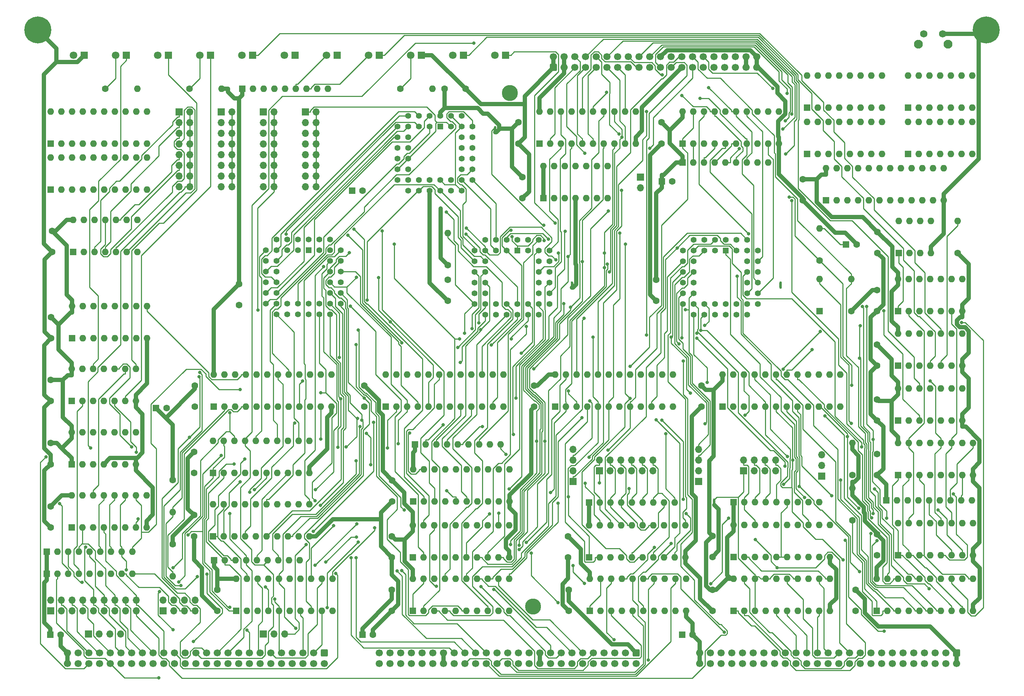
<source format=gbr>
%TF.GenerationSoftware,KiCad,Pcbnew,(6.0.11)*%
%TF.CreationDate,2023-05-28T18:52:27-04:00*%
%TF.ProjectId,processor.Z80,70726f63-6573-4736-9f72-2e5a38302e6b,rev?*%
%TF.SameCoordinates,Original*%
%TF.FileFunction,Copper,L2,Bot*%
%TF.FilePolarity,Positive*%
%FSLAX46Y46*%
G04 Gerber Fmt 4.6, Leading zero omitted, Abs format (unit mm)*
G04 Created by KiCad (PCBNEW (6.0.11)) date 2023-05-28 18:52:27*
%MOMM*%
%LPD*%
G01*
G04 APERTURE LIST*
G04 Aperture macros list*
%AMRoundRect*
0 Rectangle with rounded corners*
0 $1 Rounding radius*
0 $2 $3 $4 $5 $6 $7 $8 $9 X,Y pos of 4 corners*
0 Add a 4 corners polygon primitive as box body*
4,1,4,$2,$3,$4,$5,$6,$7,$8,$9,$2,$3,0*
0 Add four circle primitives for the rounded corners*
1,1,$1+$1,$2,$3*
1,1,$1+$1,$4,$5*
1,1,$1+$1,$6,$7*
1,1,$1+$1,$8,$9*
0 Add four rect primitives between the rounded corners*
20,1,$1+$1,$2,$3,$4,$5,0*
20,1,$1+$1,$4,$5,$6,$7,0*
20,1,$1+$1,$6,$7,$8,$9,0*
20,1,$1+$1,$8,$9,$2,$3,0*%
G04 Aperture macros list end*
%TA.AperFunction,ComponentPad*%
%ADD10RoundRect,0.250000X-0.600000X0.600000X-0.600000X-0.600000X0.600000X-0.600000X0.600000X0.600000X0*%
%TD*%
%TA.AperFunction,ComponentPad*%
%ADD11C,1.700000*%
%TD*%
%TA.AperFunction,ComponentPad*%
%ADD12C,1.600000*%
%TD*%
%TA.AperFunction,ComponentPad*%
%ADD13R,1.600000X1.600000*%
%TD*%
%TA.AperFunction,ComponentPad*%
%ADD14R,1.800000X1.800000*%
%TD*%
%TA.AperFunction,ComponentPad*%
%ADD15C,1.800000*%
%TD*%
%TA.AperFunction,ComponentPad*%
%ADD16O,1.600000X1.600000*%
%TD*%
%TA.AperFunction,ComponentPad*%
%ADD17C,6.400000*%
%TD*%
%TA.AperFunction,ComponentPad*%
%ADD18R,1.700000X1.700000*%
%TD*%
%TA.AperFunction,ComponentPad*%
%ADD19O,1.700000X1.700000*%
%TD*%
%TA.AperFunction,ComponentPad*%
%ADD20R,1.422400X1.422400*%
%TD*%
%TA.AperFunction,ComponentPad*%
%ADD21C,1.422400*%
%TD*%
%TA.AperFunction,ComponentPad*%
%ADD22RoundRect,0.250000X0.600000X-0.600000X0.600000X0.600000X-0.600000X0.600000X-0.600000X-0.600000X0*%
%TD*%
%TA.AperFunction,ComponentPad*%
%ADD23C,2.100000*%
%TD*%
%TA.AperFunction,ComponentPad*%
%ADD24C,1.750000*%
%TD*%
%TA.AperFunction,ComponentPad*%
%ADD25C,0.600000*%
%TD*%
%TA.AperFunction,ComponentPad*%
%ADD26C,3.800000*%
%TD*%
%TA.AperFunction,ViaPad*%
%ADD27C,0.800000*%
%TD*%
%TA.AperFunction,Conductor*%
%ADD28C,1.000000*%
%TD*%
%TA.AperFunction,Conductor*%
%ADD29C,0.250000*%
%TD*%
G04 APERTURE END LIST*
%TO.C,NT2*%
G36*
X216550000Y-136250000D02*
G01*
X215950000Y-136250000D01*
X215950000Y-135050000D01*
X216550000Y-135050000D01*
X216550000Y-136250000D01*
G37*
%TO.C,NT4*%
G36*
X200800000Y-187850000D02*
G01*
X200200000Y-187850000D01*
X200200000Y-186650000D01*
X200800000Y-186650000D01*
X200800000Y-187850000D01*
G37*
%TO.C,NT3*%
G36*
X148800000Y-99350000D02*
G01*
X148200000Y-99350000D01*
X148200000Y-98150000D01*
X148800000Y-98150000D01*
X148800000Y-99350000D01*
G37*
%TO.C,NT1*%
G36*
X167050000Y-136250000D02*
G01*
X166450000Y-136250000D01*
X166450000Y-135050000D01*
X167050000Y-135050000D01*
X167050000Y-136250000D01*
G37*
%TD*%
D10*
%TO.P,P1,1,Pin_1*%
%TO.N,VCC*%
X108000000Y-223000000D03*
D11*
%TO.P,P1,2,Pin_2*%
X108000000Y-225540000D03*
%TO.P,P1,3,Pin_3*%
%TO.N,~{RD}*%
X105460000Y-223000000D03*
%TO.P,P1,4,Pin_4*%
%TO.N,/bus/E*%
X105460000Y-225540000D03*
%TO.P,P1,5,Pin_5*%
%TO.N,~{WR}*%
X102920000Y-223000000D03*
%TO.P,P1,6,Pin_6*%
%TO.N,/bus/ST*%
X102920000Y-225540000D03*
%TO.P,P1,7,Pin_7*%
%TO.N,~{IORQ}*%
X100380000Y-223000000D03*
%TO.P,P1,8,Pin_8*%
%TO.N,/bus/PHI*%
X100380000Y-225540000D03*
%TO.P,P1,9,Pin_9*%
%TO.N,~{MREQ}*%
X97840000Y-223000000D03*
%TO.P,P1,10,Pin_10*%
%TO.N,/bus/~{INT2}*%
X97840000Y-225540000D03*
%TO.P,P1,11,Pin_11*%
%TO.N,~{M1}*%
X95300000Y-223000000D03*
%TO.P,P1,12,Pin_12*%
%TO.N,/bus/~{INT1}*%
X95300000Y-225540000D03*
%TO.P,P1,13,Pin_13*%
%TO.N,~{BUSACK}*%
X92760000Y-223000000D03*
%TO.P,P1,14,Pin_14*%
%TO.N,/bus/CRUCLK*%
X92760000Y-225540000D03*
%TO.P,P1,15,Pin_15*%
%TO.N,CLK*%
X90220000Y-223000000D03*
%TO.P,P1,16,Pin_16*%
%TO.N,/bus/CRUOUT*%
X90220000Y-225540000D03*
%TO.P,P1,17,Pin_17*%
%TO.N,~{INT0}*%
X87680000Y-223000000D03*
%TO.P,P1,18,Pin_18*%
%TO.N,/bus/CRUIN*%
X87680000Y-225540000D03*
%TO.P,P1,19,Pin_19*%
%TO.N,~{NMI}*%
X85140000Y-223000000D03*
%TO.P,P1,20,Pin_20*%
%TO.N,~{RES_IN}*%
X85140000Y-225540000D03*
%TO.P,P1,21,Pin_21*%
%TO.N,~{RES_OUT}*%
X82600000Y-223000000D03*
%TO.P,P1,22,Pin_22*%
%TO.N,/bus/USER8*%
X82600000Y-225540000D03*
%TO.P,P1,23,Pin_23*%
%TO.N,~{BUSRQ}*%
X80060000Y-223000000D03*
%TO.P,P1,24,Pin_24*%
%TO.N,/bus/USER7*%
X80060000Y-225540000D03*
%TO.P,P1,25,Pin_25*%
%TO.N,~{WAIT}*%
X77520000Y-223000000D03*
%TO.P,P1,26,Pin_26*%
%TO.N,/bus/USER6*%
X77520000Y-225540000D03*
%TO.P,P1,27,Pin_27*%
%TO.N,~{HALT}*%
X74980000Y-223000000D03*
%TO.P,P1,28,Pin_28*%
%TO.N,/bus/USER5*%
X74980000Y-225540000D03*
%TO.P,P1,29,Pin_29*%
%TO.N,~{RFSH}*%
X72440000Y-223000000D03*
%TO.P,P1,30,Pin_30*%
%TO.N,/bus/USER4*%
X72440000Y-225540000D03*
%TO.P,P1,31,Pin_31*%
%TO.N,~{EIRQ7}*%
X69900000Y-223000000D03*
%TO.P,P1,32,Pin_32*%
%TO.N,/bus/USER3*%
X69900000Y-225540000D03*
%TO.P,P1,33,Pin_33*%
%TO.N,~{EIRQ6}*%
X67360000Y-223000000D03*
%TO.P,P1,34,Pin_34*%
%TO.N,/bus/USER2*%
X67360000Y-225540000D03*
%TO.P,P1,35,Pin_35*%
%TO.N,~{EIRQ5}*%
X64820000Y-223000000D03*
%TO.P,P1,36,Pin_36*%
%TO.N,/bus/USER1*%
X64820000Y-225540000D03*
%TO.P,P1,37,Pin_37*%
%TO.N,~{EIRQ4}*%
X62280000Y-223000000D03*
%TO.P,P1,38,Pin_38*%
%TO.N,/bus/USER0*%
X62280000Y-225540000D03*
%TO.P,P1,39,Pin_39*%
%TO.N,~{EIRQ3}*%
X59740000Y-223000000D03*
%TO.P,P1,40,Pin_40*%
%TO.N,~{BAI}*%
X59740000Y-225540000D03*
%TO.P,P1,41,Pin_41*%
%TO.N,~{EIRQ2}*%
X57200000Y-223000000D03*
%TO.P,P1,42,Pin_42*%
%TO.N,~{BAO}*%
X57200000Y-225540000D03*
%TO.P,P1,43,Pin_43*%
%TO.N,~{EIRQ1}*%
X54660000Y-223000000D03*
%TO.P,P1,44,Pin_44*%
%TO.N,~{IEI}*%
X54660000Y-225540000D03*
%TO.P,P1,45,Pin_45*%
%TO.N,~{EIRQ0}*%
X52120000Y-223000000D03*
%TO.P,P1,46,Pin_46*%
%TO.N,~{IEO}*%
X52120000Y-225540000D03*
%TO.P,P1,47,Pin_47*%
%TO.N,I2C_SCL*%
X49580000Y-223000000D03*
%TO.P,P1,48,Pin_48*%
%TO.N,I2C_SDA*%
X49580000Y-225540000D03*
%TO.P,P1,49,Pin_49*%
%TO.N,GND*%
X47040000Y-223000000D03*
%TO.P,P1,50,Pin_50*%
X47040000Y-225540000D03*
%TD*%
D12*
%TO.P,C2,1*%
%TO.N,VCC*%
X124000000Y-208000000D03*
%TO.P,C2,2*%
%TO.N,GND*%
X124000000Y-213000000D03*
%TD*%
%TO.P,C3,1*%
%TO.N,VCC*%
X239125000Y-149800000D03*
%TO.P,C3,2*%
%TO.N,GND*%
X239125000Y-154800000D03*
%TD*%
%TO.P,C4,1*%
%TO.N,VCC*%
X157750000Y-159550000D03*
%TO.P,C4,2*%
%TO.N,GND*%
X157750000Y-164550000D03*
%TD*%
%TO.P,C5,1*%
%TO.N,VCC*%
X77075000Y-190300000D03*
%TO.P,C5,2*%
%TO.N,GND*%
X77075000Y-195300000D03*
%TD*%
%TO.P,C6,1*%
%TO.N,VCC*%
X43000000Y-158200000D03*
%TO.P,C6,2*%
%TO.N,GND*%
X43000000Y-163200000D03*
%TD*%
%TO.P,C8,1*%
%TO.N,VCC*%
X166000000Y-208000000D03*
%TO.P,C8,2*%
%TO.N,GND*%
X166000000Y-213000000D03*
%TD*%
%TO.P,C9,1*%
%TO.N,VCC*%
X200075000Y-195250000D03*
%TO.P,C9,2*%
%TO.N,GND*%
X200075000Y-200250000D03*
%TD*%
%TO.P,C10,1*%
%TO.N,VCC*%
X43000000Y-173200000D03*
%TO.P,C10,2*%
%TO.N,GND*%
X43000000Y-178200000D03*
%TD*%
%TO.P,C11,1*%
%TO.N,VCC*%
X43375000Y-122750000D03*
%TO.P,C11,2*%
%TO.N,GND*%
X43375000Y-127750000D03*
%TD*%
%TO.P,C14,1*%
%TO.N,VCC*%
X239250000Y-123000000D03*
%TO.P,C14,2*%
%TO.N,GND*%
X239250000Y-128000000D03*
%TD*%
%TO.P,C15,1*%
%TO.N,VCC*%
X137250000Y-134400000D03*
%TO.P,C15,2*%
%TO.N,GND*%
X137250000Y-139400000D03*
%TD*%
D13*
%TO.P,C25,1*%
%TO.N,VCC*%
X42929600Y-218750000D03*
D12*
%TO.P,C25,2*%
%TO.N,GND*%
X45429600Y-218750000D03*
%TD*%
D13*
%TO.P,C26,1*%
%TO.N,VCC*%
X68019900Y-164900000D03*
D12*
%TO.P,C26,2*%
%TO.N,GND*%
X70519900Y-164900000D03*
%TD*%
%TO.P,C17,1*%
%TO.N,VCC*%
X87750000Y-135390000D03*
%TO.P,C17,2*%
%TO.N,GND*%
X87750000Y-140390000D03*
%TD*%
%TO.P,C20,1*%
%TO.N,VCC*%
X124000000Y-195300000D03*
%TO.P,C20,2*%
%TO.N,GND*%
X124000000Y-200300000D03*
%TD*%
%TO.P,C21,1*%
%TO.N,VCC*%
X77075000Y-175300000D03*
%TO.P,C21,2*%
%TO.N,GND*%
X77075000Y-180300000D03*
%TD*%
%TO.P,C22,1*%
%TO.N,VCC*%
X165825000Y-195300000D03*
%TO.P,C22,2*%
%TO.N,GND*%
X165825000Y-200300000D03*
%TD*%
%TO.P,C23,1*%
%TO.N,VCC*%
X117500000Y-159550000D03*
%TO.P,C23,2*%
%TO.N,GND*%
X117500000Y-164550000D03*
%TD*%
D13*
%TO.P,C27,1*%
%TO.N,VCC*%
X117000000Y-218750000D03*
D12*
%TO.P,C27,2*%
%TO.N,GND*%
X119500000Y-218750000D03*
%TD*%
D13*
%TO.P,C28,1*%
%TO.N,VCC*%
X192884700Y-218750000D03*
D12*
%TO.P,C28,2*%
%TO.N,GND*%
X195384700Y-218750000D03*
%TD*%
D13*
%TO.P,C29,1*%
%TO.N,VCC*%
X188044900Y-111000000D03*
D12*
%TO.P,C29,2*%
%TO.N,GND*%
X190544900Y-111000000D03*
%TD*%
D14*
%TO.P,D4,1,K*%
%TO.N,Net-(D4-Pad1)*%
X81000000Y-81000000D03*
D15*
%TO.P,D4,2,A*%
%TO.N,Net-(D4-Pad2)*%
X78460000Y-81000000D03*
%TD*%
D14*
%TO.P,D5,1,K*%
%TO.N,~{WAIT-EN}*%
X61000000Y-81000000D03*
D15*
%TO.P,D5,2,A*%
%TO.N,Net-(D5-Pad2)*%
X58460000Y-81000000D03*
%TD*%
D14*
%TO.P,D6,1,K*%
%TO.N,~{INT0-EN}*%
X71000000Y-81000000D03*
D15*
%TO.P,D6,2,A*%
%TO.N,470B*%
X68460000Y-81000000D03*
%TD*%
D14*
%TO.P,D1,1,K*%
%TO.N,Net-(D1-Pad1)*%
X91000000Y-81000000D03*
D15*
%TO.P,D1,2,A*%
%TO.N,470C*%
X88460000Y-81000000D03*
%TD*%
D14*
%TO.P,D2,1,K*%
%TO.N,Net-(D2-Pad1)*%
X101000000Y-81000000D03*
D15*
%TO.P,D2,2,A*%
%TO.N,470D*%
X98460000Y-81000000D03*
%TD*%
D12*
%TO.P,R5,1*%
%TO.N,Net-(D4-Pad2)*%
X76000000Y-89000000D03*
D16*
%TO.P,R5,2*%
%TO.N,VCC*%
X83620000Y-89000000D03*
%TD*%
D12*
%TO.P,R6,1*%
%TO.N,Net-(D5-Pad2)*%
X56000000Y-89000000D03*
D16*
%TO.P,R6,2*%
%TO.N,VCC*%
X63620000Y-89000000D03*
%TD*%
D13*
%TO.P,RN2,1,common*%
%TO.N,VCC*%
X42075000Y-199000000D03*
D16*
%TO.P,RN2,2,R1*%
%TO.N,~{EIRQ7}*%
X44615000Y-199000000D03*
%TO.P,RN2,3,R2*%
%TO.N,~{EIRQ6}*%
X47155000Y-199000000D03*
%TO.P,RN2,4,R3*%
%TO.N,~{EIRQ5}*%
X49695000Y-199000000D03*
%TO.P,RN2,5,R4*%
%TO.N,~{EIRQ4}*%
X52235000Y-199000000D03*
%TO.P,RN2,6,R5*%
%TO.N,~{EIRQ3}*%
X54775000Y-199000000D03*
%TO.P,RN2,7,R6*%
%TO.N,~{EIRQ2}*%
X57315000Y-199000000D03*
%TO.P,RN2,8,R7*%
%TO.N,~{EIRQ1}*%
X59855000Y-199000000D03*
%TO.P,RN2,9,R8*%
%TO.N,~{EIRQ0}*%
X62395000Y-199000000D03*
%TD*%
D13*
%TO.P,U4,1*%
%TO.N,~{DMA-INT-PULSE2}*%
X48000000Y-163200000D03*
D16*
%TO.P,U4,2*%
%TO.N,~{TEND1}*%
X50540000Y-163200000D03*
%TO.P,U4,3*%
%TO.N,~{DMA-INT-PULSE1}*%
X53080000Y-163200000D03*
%TO.P,U4,4*%
%TO.N,~{TEND0}*%
X55620000Y-163200000D03*
%TO.P,U4,5*%
%TO.N,~{NMI}*%
X58160000Y-163200000D03*
%TO.P,U4,6*%
%TO.N,Net-(D4-Pad1)*%
X60700000Y-163200000D03*
%TO.P,U4,7,GND*%
%TO.N,GND*%
X63240000Y-163200000D03*
%TO.P,U4,8*%
%TO.N,~{INT0-EN}*%
X63240000Y-155580000D03*
%TO.P,U4,9*%
%TO.N,~{IM2-INT}*%
X60700000Y-155580000D03*
%TO.P,U4,10*%
%TO.N,~{RES_OUT}*%
X58160000Y-155580000D03*
%TO.P,U4,11*%
%TO.N,10KA*%
X55620000Y-155580000D03*
%TO.P,U4,12*%
%TO.N,~{WAIT-EN}*%
X53080000Y-155580000D03*
%TO.P,U4,13*%
%TO.N,READY*%
X50540000Y-155580000D03*
%TO.P,U4,14,VCC*%
%TO.N,VCC*%
X48000000Y-155580000D03*
%TD*%
D13*
%TO.P,U5,1,1OE*%
%TO.N,BUSACK*%
X129000000Y-213000000D03*
D16*
%TO.P,U5,2,1A0*%
%TO.N,CPU-A8*%
X131540000Y-213000000D03*
%TO.P,U5,3,2Y0*%
%TO.N,A12*%
X134080000Y-213000000D03*
%TO.P,U5,4,1A1*%
%TO.N,CPU-A9*%
X136620000Y-213000000D03*
%TO.P,U5,5,2Y1*%
%TO.N,A13*%
X139160000Y-213000000D03*
%TO.P,U5,6,1A2*%
%TO.N,CPU-A10*%
X141700000Y-213000000D03*
%TO.P,U5,7,2Y2*%
%TO.N,A14*%
X144240000Y-213000000D03*
%TO.P,U5,8,1A3*%
%TO.N,CPU-A11*%
X146780000Y-213000000D03*
%TO.P,U5,9,2Y3*%
%TO.N,A15*%
X149320000Y-213000000D03*
%TO.P,U5,10,GND*%
%TO.N,GND*%
X151860000Y-213000000D03*
%TO.P,U5,11,2A3*%
%TO.N,SEL-A15*%
X151860000Y-205380000D03*
%TO.P,U5,12,1Y3*%
%TO.N,A11*%
X149320000Y-205380000D03*
%TO.P,U5,13,2A2*%
%TO.N,SEL-A14*%
X146780000Y-205380000D03*
%TO.P,U5,14,1Y2*%
%TO.N,A10*%
X144240000Y-205380000D03*
%TO.P,U5,15,2A1*%
%TO.N,CPU-A13*%
X141700000Y-205380000D03*
%TO.P,U5,16,1Y1*%
%TO.N,A9*%
X139160000Y-205380000D03*
%TO.P,U5,17,2A0*%
%TO.N,CPU-A12*%
X136620000Y-205380000D03*
%TO.P,U5,18,1Y0*%
%TO.N,A8*%
X134080000Y-205380000D03*
%TO.P,U5,19,2OE*%
%TO.N,BUSACK*%
X131540000Y-205380000D03*
%TO.P,U5,20,VCC*%
%TO.N,VCC*%
X129000000Y-205380000D03*
%TD*%
D13*
%TO.P,U6,1,1OE*%
%TO.N,ZERO*%
X81575000Y-180300000D03*
D16*
%TO.P,U6,2,1A0*%
%TO.N,~{RES_OUT}*%
X84115000Y-180300000D03*
%TO.P,U6,3,2Y0*%
%TO.N,~{CPU-WAIT}*%
X86655000Y-180300000D03*
%TO.P,U6,4,1A1*%
%TO.N,RAW-CLK*%
X89195000Y-180300000D03*
%TO.P,U6,5,2Y1*%
%TO.N,~{CPU-BUSRQ}*%
X91735000Y-180300000D03*
%TO.P,U6,6,1A2*%
%TO.N,~{NMI}*%
X94275000Y-180300000D03*
%TO.P,U6,7,2Y2*%
%TO.N,unconnected-(U6-Pad7)*%
X96815000Y-180300000D03*
%TO.P,U6,8,1A3*%
%TO.N,~{INT0}*%
X99355000Y-180300000D03*
%TO.P,U6,9,2Y3*%
%TO.N,~{DMA-IEI1}*%
X101895000Y-180300000D03*
%TO.P,U6,10,GND*%
%TO.N,GND*%
X104435000Y-180300000D03*
%TO.P,U6,11,2A3*%
%TO.N,~{IEI}*%
X104435000Y-172680000D03*
%TO.P,U6,12,1Y3*%
%TO.N,~{CPU-INT}*%
X101895000Y-172680000D03*
%TO.P,U6,13,2A2*%
%TO.N,unconnected-(U6-Pad13)*%
X99355000Y-172680000D03*
%TO.P,U6,14,1Y2*%
%TO.N,~{CPU-NMI}*%
X96815000Y-172680000D03*
%TO.P,U6,15,2A1*%
%TO.N,~{BUSRQ}*%
X94275000Y-172680000D03*
%TO.P,U6,16,1Y1*%
%TO.N,CLK*%
X91735000Y-172680000D03*
%TO.P,U6,17,2A0*%
%TO.N,~{WAIT}*%
X89195000Y-172680000D03*
%TO.P,U6,18,1Y0*%
%TO.N,~{CPU-RESET}*%
X86655000Y-172680000D03*
%TO.P,U6,19,2OE*%
%TO.N,ZERO*%
X84115000Y-172680000D03*
%TO.P,U6,20,VCC*%
%TO.N,VCC*%
X81575000Y-172680000D03*
%TD*%
D13*
%TO.P,U8,1,A->B*%
%TO.N,DATA-DIR*%
X129000000Y-200300000D03*
D16*
%TO.P,U8,2,A0*%
%TO.N,CPU-D0*%
X131540000Y-200300000D03*
%TO.P,U8,3,A1*%
%TO.N,CPU-D1*%
X134080000Y-200300000D03*
%TO.P,U8,4,A2*%
%TO.N,CPU-D2*%
X136620000Y-200300000D03*
%TO.P,U8,5,A3*%
%TO.N,CPU-D3*%
X139160000Y-200300000D03*
%TO.P,U8,6,A4*%
%TO.N,CPU-D4*%
X141700000Y-200300000D03*
%TO.P,U8,7,A5*%
%TO.N,CPU-D5*%
X144240000Y-200300000D03*
%TO.P,U8,8,A6*%
%TO.N,CPU-D6*%
X146780000Y-200300000D03*
%TO.P,U8,9,A7*%
%TO.N,CPU-D7*%
X149320000Y-200300000D03*
%TO.P,U8,10,GND*%
%TO.N,GND*%
X151860000Y-200300000D03*
%TO.P,U8,11,B7*%
%TO.N,D7*%
X151860000Y-192680000D03*
%TO.P,U8,12,B6*%
%TO.N,D6*%
X149320000Y-192680000D03*
%TO.P,U8,13,B5*%
%TO.N,D5*%
X146780000Y-192680000D03*
%TO.P,U8,14,B4*%
%TO.N,D4*%
X144240000Y-192680000D03*
%TO.P,U8,15,B3*%
%TO.N,D3*%
X141700000Y-192680000D03*
%TO.P,U8,16,B2*%
%TO.N,D2*%
X139160000Y-192680000D03*
%TO.P,U8,17,B1*%
%TO.N,D1*%
X136620000Y-192680000D03*
%TO.P,U8,18,B0*%
%TO.N,D0*%
X134080000Y-192680000D03*
%TO.P,U8,19,CE*%
%TO.N,~{BUS-EN}*%
X131540000Y-192680000D03*
%TO.P,U8,20,VCC*%
%TO.N,VCC*%
X129000000Y-192680000D03*
%TD*%
D13*
%TO.P,U15,1,I4*%
%TO.N,~{EIRQ4}*%
X48000000Y-193200000D03*
D16*
%TO.P,U15,2,I5*%
%TO.N,~{EIRQ5}*%
X50540000Y-193200000D03*
%TO.P,U15,3,I6*%
%TO.N,~{EIRQ6}*%
X53080000Y-193200000D03*
%TO.P,U15,4,I7*%
%TO.N,~{EIRQ7}*%
X55620000Y-193200000D03*
%TO.P,U15,5,EI*%
%TO.N,ZERO*%
X58160000Y-193200000D03*
%TO.P,U15,6,S2*%
%TO.N,Net-(U15-Pad6)*%
X60700000Y-193200000D03*
%TO.P,U15,7,S1*%
%TO.N,Net-(U15-Pad7)*%
X63240000Y-193200000D03*
%TO.P,U15,8,GND*%
%TO.N,GND*%
X65780000Y-193200000D03*
%TO.P,U15,9,S0*%
%TO.N,Net-(U15-Pad9)*%
X65780000Y-185580000D03*
%TO.P,U15,10,IO*%
%TO.N,~{EIRQ0}*%
X63240000Y-185580000D03*
%TO.P,U15,11,I1*%
%TO.N,~{EIRQ1}*%
X60700000Y-185580000D03*
%TO.P,U15,12,I2*%
%TO.N,~{EIRQ2}*%
X58160000Y-185580000D03*
%TO.P,U15,13,I3*%
%TO.N,~{EIRQ3}*%
X55620000Y-185580000D03*
%TO.P,U15,14,GS*%
%TO.N,~{IM2-INT}*%
X53080000Y-185580000D03*
%TO.P,U15,15,EO*%
%TO.N,unconnected-(U15-Pad15)*%
X50540000Y-185580000D03*
%TO.P,U15,16,VCC*%
%TO.N,VCC*%
X48000000Y-185580000D03*
%TD*%
D13*
%TO.P,U1,1,1OE*%
%TO.N,BUSACK*%
X81575000Y-195300000D03*
D16*
%TO.P,U1,2,1A0*%
%TO.N,CPU-A0*%
X84115000Y-195300000D03*
%TO.P,U1,3,2Y0*%
%TO.N,A4*%
X86655000Y-195300000D03*
%TO.P,U1,4,1A1*%
%TO.N,CPU-A1*%
X89195000Y-195300000D03*
%TO.P,U1,5,2Y1*%
%TO.N,A5*%
X91735000Y-195300000D03*
%TO.P,U1,6,1A2*%
%TO.N,CPU-A2*%
X94275000Y-195300000D03*
%TO.P,U1,7,2Y2*%
%TO.N,A6*%
X96815000Y-195300000D03*
%TO.P,U1,8,1A3*%
%TO.N,CPU-A3*%
X99355000Y-195300000D03*
%TO.P,U1,9,2Y3*%
%TO.N,A7*%
X101895000Y-195300000D03*
%TO.P,U1,10,GND*%
%TO.N,GND*%
X104435000Y-195300000D03*
%TO.P,U1,11,2A3*%
%TO.N,CPU-A7*%
X104435000Y-187680000D03*
%TO.P,U1,12,1Y3*%
%TO.N,A3*%
X101895000Y-187680000D03*
%TO.P,U1,13,2A2*%
%TO.N,CPU-A6*%
X99355000Y-187680000D03*
%TO.P,U1,14,1Y2*%
%TO.N,A2*%
X96815000Y-187680000D03*
%TO.P,U1,15,2A1*%
%TO.N,CPU-A5*%
X94275000Y-187680000D03*
%TO.P,U1,16,1Y1*%
%TO.N,A1*%
X91735000Y-187680000D03*
%TO.P,U1,17,2A0*%
%TO.N,CPU-A4*%
X89195000Y-187680000D03*
%TO.P,U1,18,1Y0*%
%TO.N,A0*%
X86655000Y-187680000D03*
%TO.P,U1,19,2OE*%
%TO.N,BUSACK*%
X84115000Y-187680000D03*
%TO.P,U1,20,VCC*%
%TO.N,VCC*%
X81575000Y-187680000D03*
%TD*%
D10*
%TO.P,P2,1,Pin_1*%
%TO.N,VCC*%
X182000000Y-223000000D03*
D11*
%TO.P,P2,2,Pin_2*%
X182000000Y-225540000D03*
%TO.P,P2,3,Pin_3*%
%TO.N,A15*%
X179460000Y-223000000D03*
%TO.P,P2,4,Pin_4*%
%TO.N,/bus/A31*%
X179460000Y-225540000D03*
%TO.P,P2,5,Pin_5*%
%TO.N,A14*%
X176920000Y-223000000D03*
%TO.P,P2,6,Pin_6*%
%TO.N,/bus/A30*%
X176920000Y-225540000D03*
%TO.P,P2,7,Pin_7*%
%TO.N,A13*%
X174380000Y-223000000D03*
%TO.P,P2,8,Pin_8*%
%TO.N,/bus/A29*%
X174380000Y-225540000D03*
%TO.P,P2,9,Pin_9*%
%TO.N,A12*%
X171840000Y-223000000D03*
%TO.P,P2,10,Pin_10*%
%TO.N,/bus/A28*%
X171840000Y-225540000D03*
%TO.P,P2,11,Pin_11*%
%TO.N,A11*%
X169300000Y-223000000D03*
%TO.P,P2,12,Pin_12*%
%TO.N,/bus/A27*%
X169300000Y-225540000D03*
%TO.P,P2,13,Pin_13*%
%TO.N,A10*%
X166760000Y-223000000D03*
%TO.P,P2,14,Pin_14*%
%TO.N,/bus/A26*%
X166760000Y-225540000D03*
%TO.P,P2,15,Pin_15*%
%TO.N,A9*%
X164220000Y-223000000D03*
%TO.P,P2,16,Pin_16*%
%TO.N,/bus/A25*%
X164220000Y-225540000D03*
%TO.P,P2,17,Pin_17*%
%TO.N,A8*%
X161680000Y-223000000D03*
%TO.P,P2,18,Pin_18*%
%TO.N,/bus/A24*%
X161680000Y-225540000D03*
%TO.P,P2,19,Pin_19*%
%TO.N,+12V*%
X159140000Y-223000000D03*
%TO.P,P2,20,Pin_20*%
X159140000Y-225540000D03*
%TO.P,P2,21,Pin_21*%
%TO.N,A7*%
X156600000Y-223000000D03*
%TO.P,P2,22,Pin_22*%
%TO.N,/bus/A23*%
X156600000Y-225540000D03*
%TO.P,P2,23,Pin_23*%
%TO.N,A6*%
X154060000Y-223000000D03*
%TO.P,P2,24,Pin_24*%
%TO.N,/bus/A22*%
X154060000Y-225540000D03*
%TO.P,P2,25,Pin_25*%
%TO.N,A5*%
X151520000Y-223000000D03*
%TO.P,P2,26,Pin_26*%
%TO.N,A21*%
X151520000Y-225540000D03*
%TO.P,P2,27,Pin_27*%
%TO.N,A4*%
X148980000Y-223000000D03*
%TO.P,P2,28,Pin_28*%
%TO.N,A20*%
X148980000Y-225540000D03*
%TO.P,P2,29,Pin_29*%
%TO.N,A3*%
X146440000Y-223000000D03*
%TO.P,P2,30,Pin_30*%
%TO.N,A19*%
X146440000Y-225540000D03*
%TO.P,P2,31,Pin_31*%
%TO.N,A2*%
X143900000Y-223000000D03*
%TO.P,P2,32,Pin_32*%
%TO.N,A18*%
X143900000Y-225540000D03*
%TO.P,P2,33,Pin_33*%
%TO.N,A1*%
X141360000Y-223000000D03*
%TO.P,P2,34,Pin_34*%
%TO.N,A17*%
X141360000Y-225540000D03*
%TO.P,P2,35,Pin_35*%
%TO.N,A0*%
X138820000Y-223000000D03*
%TO.P,P2,36,Pin_36*%
%TO.N,A16*%
X138820000Y-225540000D03*
%TO.P,P2,37,Pin_37*%
%TO.N,-12V*%
X136280000Y-223000000D03*
%TO.P,P2,38,Pin_38*%
X136280000Y-225540000D03*
%TO.P,P2,39,Pin_39*%
%TO.N,/bus/IC3*%
X133740000Y-223000000D03*
%TO.P,P2,40,Pin_40*%
%TO.N,~{TEND1}*%
X133740000Y-225540000D03*
%TO.P,P2,41,Pin_41*%
%TO.N,/bus/IC2*%
X131200000Y-223000000D03*
%TO.P,P2,42,Pin_42*%
%TO.N,~{DREQ1}*%
X131200000Y-225540000D03*
%TO.P,P2,43,Pin_43*%
%TO.N,/bus/IC1*%
X128660000Y-223000000D03*
%TO.P,P2,44,Pin_44*%
%TO.N,~{TEND0}*%
X128660000Y-225540000D03*
%TO.P,P2,45,Pin_45*%
%TO.N,/bus/IC0*%
X126120000Y-223000000D03*
%TO.P,P2,46,Pin_46*%
%TO.N,~{DREQ0}*%
X126120000Y-225540000D03*
%TO.P,P2,47,Pin_47*%
%TO.N,/bus/AUXCLK1*%
X123580000Y-223000000D03*
%TO.P,P2,48,Pin_48*%
%TO.N,/bus/AUXCLK0*%
X123580000Y-225540000D03*
%TO.P,P2,49,Pin_49*%
%TO.N,GND*%
X121040000Y-223000000D03*
%TO.P,P2,50,Pin_50*%
X121040000Y-225540000D03*
%TD*%
D17*
%TO.P,H2,1,1*%
%TO.N,GND*%
X265000000Y-75000000D03*
%TD*%
D13*
%TO.P,RN1,1,common*%
%TO.N,VCC*%
X81800000Y-201000000D03*
D16*
%TO.P,RN1,2,R1*%
%TO.N,~{RES_OUT}*%
X84340000Y-201000000D03*
%TO.P,RN1,3,R2*%
%TO.N,~{IEI}*%
X86880000Y-201000000D03*
%TO.P,RN1,4,R3*%
%TO.N,~{NMI}*%
X89420000Y-201000000D03*
%TO.P,RN1,5,R4*%
%TO.N,~{INT0}*%
X91960000Y-201000000D03*
%TO.P,RN1,6,R5*%
%TO.N,~{WAIT}*%
X94500000Y-201000000D03*
%TO.P,RN1,7,R6*%
%TO.N,~{DMA-ADDR}*%
X97040000Y-201000000D03*
%TO.P,RN1,8,R7*%
%TO.N,~{CPU-IORQ}*%
X99580000Y-201000000D03*
%TO.P,RN1,9,R8*%
%TO.N,~{BAO}*%
X102120000Y-201000000D03*
%TD*%
D13*
%TO.P,U11,1,1OE*%
%TO.N,ZERO*%
X87075000Y-213025000D03*
D16*
%TO.P,U11,2,1A0*%
%TO.N,~{DMA-BAO2}*%
X89615000Y-213025000D03*
%TO.P,U11,3,2Y0*%
%TO.N,~{IORQ}*%
X92155000Y-213025000D03*
%TO.P,U11,4,1A1*%
%TO.N,~{CPU-HALT}*%
X94695000Y-213025000D03*
%TO.P,U11,5,2Y1*%
%TO.N,~{MREQ}*%
X97235000Y-213025000D03*
%TO.P,U11,6,1A2*%
%TO.N,~{CPU-RFSH}*%
X99775000Y-213025000D03*
%TO.P,U11,7,2Y2*%
%TO.N,~{WR}*%
X102315000Y-213025000D03*
%TO.P,U11,8,1A3*%
%TO.N,~{CPU-M1}*%
X104855000Y-213025000D03*
%TO.P,U11,9,2Y3*%
%TO.N,~{RD}*%
X107395000Y-213025000D03*
%TO.P,U11,10,GND*%
%TO.N,GND*%
X109935000Y-213025000D03*
%TO.P,U11,11,2A3*%
%TO.N,~{CPU-RD}*%
X109935000Y-205405000D03*
%TO.P,U11,12,1Y3*%
%TO.N,~{M1}*%
X107395000Y-205405000D03*
%TO.P,U11,13,2A2*%
%TO.N,~{CPU-WR}*%
X104855000Y-205405000D03*
%TO.P,U11,14,1Y2*%
%TO.N,~{RFSH}*%
X102315000Y-205405000D03*
%TO.P,U11,15,2A1*%
%TO.N,~{CPU-MREQ}*%
X99775000Y-205405000D03*
%TO.P,U11,16,1Y1*%
%TO.N,~{HALT}*%
X97235000Y-205405000D03*
%TO.P,U11,17,2A0*%
%TO.N,~{CPU-IORQ}*%
X94695000Y-205405000D03*
%TO.P,U11,18,1Y0*%
%TO.N,~{BUSACK}*%
X92155000Y-205405000D03*
%TO.P,U11,19,2OE*%
%TO.N,BUSACK*%
X89615000Y-205405000D03*
%TO.P,U11,20,VCC*%
%TO.N,VCC*%
X87075000Y-205405000D03*
%TD*%
D13*
%TO.P,U16,1,OE*%
%TO.N,~{IM2-EN-OE}*%
X205075000Y-213050000D03*
D16*
%TO.P,U16,2,O0*%
%TO.N,D0*%
X207615000Y-213050000D03*
%TO.P,U16,3,D0*%
%TO.N,ZERO*%
X210155000Y-213050000D03*
%TO.P,U16,4,D1*%
%TO.N,Net-(U15-Pad9)*%
X212695000Y-213050000D03*
%TO.P,U16,5,O1*%
%TO.N,D1*%
X215235000Y-213050000D03*
%TO.P,U16,6,O2*%
%TO.N,D2*%
X217775000Y-213050000D03*
%TO.P,U16,7,D2*%
%TO.N,Net-(U15-Pad7)*%
X220315000Y-213050000D03*
%TO.P,U16,8,D3*%
%TO.N,Net-(U15-Pad6)*%
X222855000Y-213050000D03*
%TO.P,U16,9,O3*%
%TO.N,D3*%
X225395000Y-213050000D03*
%TO.P,U16,10,GND*%
%TO.N,GND*%
X227935000Y-213050000D03*
%TO.P,U16,11,LE*%
%TO.N,~{CPU-M1}*%
X227935000Y-205430000D03*
%TO.P,U16,12,O4*%
%TO.N,D4*%
X225395000Y-205430000D03*
%TO.P,U16,13,D4*%
%TO.N,ZERO*%
X222855000Y-205430000D03*
%TO.P,U16,14,D5*%
X220315000Y-205430000D03*
%TO.P,U16,15,O5*%
%TO.N,D5*%
X217775000Y-205430000D03*
%TO.P,U16,16,O6*%
%TO.N,D6*%
X215235000Y-205430000D03*
%TO.P,U16,17,D6*%
%TO.N,ZERO*%
X212695000Y-205430000D03*
%TO.P,U16,18,D7*%
X210155000Y-205430000D03*
%TO.P,U16,19,O7*%
%TO.N,D7*%
X207615000Y-205430000D03*
%TO.P,U16,20,VCC*%
%TO.N,VCC*%
X205075000Y-205430000D03*
%TD*%
D18*
%TO.P,J3,1,Pin_1*%
%TO.N,/waitstate/1WS*%
X83500000Y-94500000D03*
D19*
%TO.P,J3,2,Pin_2*%
%TO.N,WS-IORD*%
X86040000Y-94500000D03*
%TO.P,J3,3,Pin_3*%
%TO.N,/waitstate/2WS*%
X83500000Y-97040000D03*
%TO.P,J3,4,Pin_4*%
%TO.N,WS-IORD*%
X86040000Y-97040000D03*
%TO.P,J3,5,Pin_5*%
%TO.N,/waitstate/3WS*%
X83500000Y-99580000D03*
%TO.P,J3,6,Pin_6*%
%TO.N,WS-IORD*%
X86040000Y-99580000D03*
%TO.P,J3,7,Pin_7*%
%TO.N,/waitstate/4WS*%
X83500000Y-102120000D03*
%TO.P,J3,8,Pin_8*%
%TO.N,WS-IORD*%
X86040000Y-102120000D03*
%TO.P,J3,9,Pin_9*%
%TO.N,/waitstate/5WS*%
X83500000Y-104660000D03*
%TO.P,J3,10,Pin_10*%
%TO.N,WS-IORD*%
X86040000Y-104660000D03*
%TO.P,J3,11,Pin_11*%
%TO.N,/waitstate/6WS*%
X83500000Y-107200000D03*
%TO.P,J3,12,Pin_12*%
%TO.N,WS-IORD*%
X86040000Y-107200000D03*
%TO.P,J3,13,Pin_13*%
%TO.N,/waitstate/7WS*%
X83500000Y-109740000D03*
%TO.P,J3,14,Pin_14*%
%TO.N,WS-IORD*%
X86040000Y-109740000D03*
%TO.P,J3,15,Pin_15*%
%TO.N,/waitstate/8WS*%
X83500000Y-112280000D03*
%TO.P,J3,16,Pin_16*%
%TO.N,WS-IORD*%
X86040000Y-112280000D03*
%TD*%
D18*
%TO.P,J1,1,Pin_1*%
%TO.N,ONE*%
X103500000Y-94500000D03*
D19*
%TO.P,J1,2,Pin_2*%
%TO.N,WS-MEMRD*%
X106040000Y-94500000D03*
%TO.P,J1,3,Pin_3*%
%TO.N,/waitstate/1WS*%
X103500000Y-97040000D03*
%TO.P,J1,4,Pin_4*%
%TO.N,WS-MEMRD*%
X106040000Y-97040000D03*
%TO.P,J1,5,Pin_5*%
%TO.N,/waitstate/2WS*%
X103500000Y-99580000D03*
%TO.P,J1,6,Pin_6*%
%TO.N,WS-MEMRD*%
X106040000Y-99580000D03*
%TO.P,J1,7,Pin_7*%
%TO.N,/waitstate/3WS*%
X103500000Y-102120000D03*
%TO.P,J1,8,Pin_8*%
%TO.N,WS-MEMRD*%
X106040000Y-102120000D03*
%TO.P,J1,9,Pin_9*%
%TO.N,/waitstate/4WS*%
X103500000Y-104660000D03*
%TO.P,J1,10,Pin_10*%
%TO.N,WS-MEMRD*%
X106040000Y-104660000D03*
%TO.P,J1,11,Pin_11*%
%TO.N,/waitstate/5WS*%
X103500000Y-107200000D03*
%TO.P,J1,12,Pin_12*%
%TO.N,WS-MEMRD*%
X106040000Y-107200000D03*
%TO.P,J1,13,Pin_13*%
%TO.N,/waitstate/6WS*%
X103500000Y-109740000D03*
%TO.P,J1,14,Pin_14*%
%TO.N,WS-MEMRD*%
X106040000Y-109740000D03*
%TO.P,J1,15,Pin_15*%
%TO.N,/waitstate/7WS*%
X103500000Y-112280000D03*
%TO.P,J1,16,Pin_16*%
%TO.N,WS-MEMRD*%
X106040000Y-112280000D03*
%TD*%
D12*
%TO.P,C19,1*%
%TO.N,VCC*%
X43000000Y-188200000D03*
%TO.P,C19,2*%
%TO.N,GND*%
X43000000Y-193200000D03*
%TD*%
%TO.P,C18,1*%
%TO.N,VCC*%
X43125000Y-143300000D03*
%TO.P,C18,2*%
%TO.N,GND*%
X43125000Y-148300000D03*
%TD*%
%TO.P,C12,1*%
%TO.N,VCC*%
X77250000Y-159550000D03*
%TO.P,C12,2*%
%TO.N,GND*%
X77250000Y-164550000D03*
%TD*%
%TO.P,C16,1*%
%TO.N,VCC*%
X82575000Y-208025000D03*
%TO.P,C16,2*%
%TO.N,GND*%
X82575000Y-213025000D03*
%TD*%
D13*
%TO.P,U3,1,Pin_1*%
%TO.N,VCC*%
X48000000Y-178200000D03*
D16*
%TO.P,U3,2,Pin_2*%
%TO.N,unconnected-(U3-Pad2)*%
X50540000Y-178200000D03*
%TO.P,U3,3,Pin_3*%
%TO.N,unconnected-(U3-Pad3)*%
X53080000Y-178200000D03*
%TO.P,U3,4,Pin_4*%
%TO.N,GND*%
X55620000Y-178200000D03*
%TO.P,U3,5,Pin_5*%
%TO.N,unconnected-(U3-Pad5)*%
X58160000Y-178200000D03*
%TO.P,U3,6,Pin_6*%
%TO.N,unconnected-(U3-Pad6)*%
X60700000Y-178200000D03*
%TO.P,U3,7,Pin_7*%
%TO.N,GND*%
X63240000Y-178200000D03*
%TO.P,U3,8,Pin_8*%
%TO.N,RAW-CLK*%
X63240000Y-170580000D03*
%TO.P,U3,9,Pin_9*%
%TO.N,unconnected-(U3-Pad9)*%
X60700000Y-170580000D03*
%TO.P,U3,10,Pin_10*%
%TO.N,unconnected-(U3-Pad10)*%
X58160000Y-170580000D03*
%TO.P,U3,11,Pin_11*%
%TO.N,RAW-CLK*%
X55620000Y-170580000D03*
%TO.P,U3,12,Pin_12*%
%TO.N,unconnected-(U3-Pad12)*%
X53080000Y-170580000D03*
%TO.P,U3,13,Pin_13*%
%TO.N,unconnected-(U3-Pad13)*%
X50540000Y-170580000D03*
%TO.P,U3,14,Pin_14*%
%TO.N,VCC*%
X48000000Y-170580000D03*
%TD*%
D17*
%TO.P,H1,1,1*%
%TO.N,GND*%
X40000000Y-75000000D03*
%TD*%
D14*
%TO.P,D7,1,K*%
%TO.N,GND*%
X51000000Y-81000000D03*
D15*
%TO.P,D7,2,A*%
%TO.N,470A*%
X48460000Y-81000000D03*
%TD*%
D10*
%TO.P,P3,1,Pin_1*%
%TO.N,VCC*%
X258000000Y-223000000D03*
D11*
%TO.P,P3,2,Pin_2*%
X258000000Y-225540000D03*
%TO.P,P3,3,Pin_3*%
%TO.N,/bus/D15*%
X255460000Y-223000000D03*
%TO.P,P3,4,Pin_4*%
%TO.N,/bus/D31*%
X255460000Y-225540000D03*
%TO.P,P3,5,Pin_5*%
%TO.N,/bus/D14*%
X252920000Y-223000000D03*
%TO.P,P3,6,Pin_6*%
%TO.N,/bus/D30*%
X252920000Y-225540000D03*
%TO.P,P3,7,Pin_7*%
%TO.N,/bus/D13*%
X250380000Y-223000000D03*
%TO.P,P3,8,Pin_8*%
%TO.N,/bus/D29*%
X250380000Y-225540000D03*
%TO.P,P3,9,Pin_9*%
%TO.N,/bus/D12*%
X247840000Y-223000000D03*
%TO.P,P3,10,Pin_10*%
%TO.N,/bus/D28*%
X247840000Y-225540000D03*
%TO.P,P3,11,Pin_11*%
%TO.N,/bus/D11*%
X245300000Y-223000000D03*
%TO.P,P3,12,Pin_12*%
%TO.N,/bus/D27*%
X245300000Y-225540000D03*
%TO.P,P3,13,Pin_13*%
%TO.N,/bus/D10*%
X242760000Y-223000000D03*
%TO.P,P3,14,Pin_14*%
%TO.N,/bus/D26*%
X242760000Y-225540000D03*
%TO.P,P3,15,Pin_15*%
%TO.N,/bus/D9*%
X240220000Y-223000000D03*
%TO.P,P3,16,Pin_16*%
%TO.N,/bus/D25*%
X240220000Y-225540000D03*
%TO.P,P3,17,Pin_17*%
%TO.N,/bus/D8*%
X237680000Y-223000000D03*
%TO.P,P3,18,Pin_18*%
%TO.N,/bus/D24*%
X237680000Y-225540000D03*
%TO.P,P3,19,Pin_19*%
%TO.N,D7*%
X235140000Y-223000000D03*
%TO.P,P3,20,Pin_20*%
%TO.N,/bus/D23*%
X235140000Y-225540000D03*
%TO.P,P3,21,Pin_21*%
%TO.N,D6*%
X232600000Y-223000000D03*
%TO.P,P3,22,Pin_22*%
%TO.N,/bus/D22*%
X232600000Y-225540000D03*
%TO.P,P3,23,Pin_23*%
%TO.N,D5*%
X230060000Y-223000000D03*
%TO.P,P3,24,Pin_24*%
%TO.N,/bus/D21*%
X230060000Y-225540000D03*
%TO.P,P3,25,Pin_25*%
%TO.N,D4*%
X227520000Y-223000000D03*
%TO.P,P3,26,Pin_26*%
%TO.N,/bus/D20*%
X227520000Y-225540000D03*
%TO.P,P3,27,Pin_27*%
%TO.N,D3*%
X224980000Y-223000000D03*
%TO.P,P3,28,Pin_28*%
%TO.N,/bus/D19*%
X224980000Y-225540000D03*
%TO.P,P3,29,Pin_29*%
%TO.N,D2*%
X222440000Y-223000000D03*
%TO.P,P3,30,Pin_30*%
%TO.N,/bus/D18*%
X222440000Y-225540000D03*
%TO.P,P3,31,Pin_31*%
%TO.N,D1*%
X219900000Y-223000000D03*
%TO.P,P3,32,Pin_32*%
%TO.N,/bus/D17*%
X219900000Y-225540000D03*
%TO.P,P3,33,Pin_33*%
%TO.N,D0*%
X217360000Y-223000000D03*
%TO.P,P3,34,Pin_34*%
%TO.N,/bus/D16*%
X217360000Y-225540000D03*
%TO.P,P3,35,Pin_35*%
%TO.N,/bus/~{BUSERR}*%
X214820000Y-223000000D03*
%TO.P,P3,36,Pin_36*%
%TO.N,/bus/UDS*%
X214820000Y-225540000D03*
%TO.P,P3,37,Pin_37*%
%TO.N,/bus/~{VPA}*%
X212280000Y-223000000D03*
%TO.P,P3,38,Pin_38*%
%TO.N,/bus/LDS*%
X212280000Y-225540000D03*
%TO.P,P3,39,Pin_39*%
%TO.N,/bus/~{VMA}*%
X209740000Y-223000000D03*
%TO.P,P3,40,Pin_40*%
%TO.N,/bus/S2*%
X209740000Y-225540000D03*
%TO.P,P3,41,Pin_41*%
%TO.N,/bus/~{BHE}*%
X207200000Y-223000000D03*
%TO.P,P3,42,Pin_42*%
%TO.N,/bus/S1*%
X207200000Y-225540000D03*
%TO.P,P3,43,Pin_43*%
%TO.N,/bus/IPL2*%
X204660000Y-223000000D03*
%TO.P,P3,44,Pin_44*%
%TO.N,/bus/S0*%
X204660000Y-225540000D03*
%TO.P,P3,45,Pin_45*%
%TO.N,/bus/IPL1*%
X202120000Y-223000000D03*
%TO.P,P3,46,Pin_46*%
%TO.N,/bus/AUXCLK3*%
X202120000Y-225540000D03*
%TO.P,P3,47,Pin_47*%
%TO.N,/bus/IPL0*%
X199580000Y-223000000D03*
%TO.P,P3,48,Pin_48*%
%TO.N,/bus/AUXCLK2*%
X199580000Y-225540000D03*
%TO.P,P3,49,Pin_49*%
%TO.N,GND*%
X197040000Y-223000000D03*
%TO.P,P3,50,Pin_50*%
X197040000Y-225540000D03*
%TD*%
D13*
%TO.P,U13,1,DSA*%
%TO.N,ONE*%
X48375000Y-127750000D03*
D16*
%TO.P,U13,2,DSB*%
X50915000Y-127750000D03*
%TO.P,U13,3,Q0*%
%TO.N,/waitstate/1WS*%
X53455000Y-127750000D03*
%TO.P,U13,4,Q1*%
%TO.N,/waitstate/2WS*%
X55995000Y-127750000D03*
%TO.P,U13,5,Q2*%
%TO.N,/waitstate/3WS*%
X58535000Y-127750000D03*
%TO.P,U13,6,Q3*%
%TO.N,/waitstate/4WS*%
X61075000Y-127750000D03*
%TO.P,U13,7,GND*%
%TO.N,GND*%
X63615000Y-127750000D03*
%TO.P,U13,8,CP*%
%TO.N,CLK*%
X63615000Y-120130000D03*
%TO.P,U13,9,~{MR}*%
%TO.N,~{MR}*%
X61075000Y-120130000D03*
%TO.P,U13,10,Q4*%
%TO.N,/waitstate/5WS*%
X58535000Y-120130000D03*
%TO.P,U13,11,Q5*%
%TO.N,/waitstate/6WS*%
X55995000Y-120130000D03*
%TO.P,U13,12,Q6*%
%TO.N,/waitstate/7WS*%
X53455000Y-120130000D03*
%TO.P,U13,13,Q7*%
%TO.N,/waitstate/8WS*%
X50915000Y-120130000D03*
%TO.P,U13,14,VCC*%
%TO.N,VCC*%
X48375000Y-120130000D03*
%TD*%
D12*
%TO.P,C36,1*%
%TO.N,VCC*%
X188000000Y-97000000D03*
%TO.P,C36,2*%
%TO.N,GND*%
X188000000Y-102000000D03*
%TD*%
%TO.P,C38,1*%
%TO.N,VCC*%
X124075000Y-182050000D03*
%TO.P,C38,2*%
%TO.N,GND*%
X124075000Y-187050000D03*
%TD*%
D13*
%TO.P,C46,1*%
%TO.N,VCC*%
X114544900Y-113250000D03*
D12*
%TO.P,C46,2*%
%TO.N,GND*%
X117044900Y-113250000D03*
%TD*%
D14*
%TO.P,D8,1,K*%
%TO.N,Net-(D8-Pad1)*%
X121000000Y-81000000D03*
D15*
%TO.P,D8,2,A*%
%TO.N,470F*%
X118460000Y-81000000D03*
%TD*%
D14*
%TO.P,D10,1,K*%
%TO.N,GND*%
X131000000Y-81000000D03*
D15*
%TO.P,D10,2,A*%
%TO.N,Net-(D10-Pad2)*%
X128460000Y-81000000D03*
%TD*%
D18*
%TO.P,JP4,1,Pin_1*%
%TO.N,ZERO*%
X173250000Y-179800000D03*
D19*
%TO.P,JP4,2,Pin_2*%
%TO.N,Net-(JP4-Pad2)*%
X173250000Y-177260000D03*
%TO.P,JP4,3,Pin_3*%
%TO.N,ZERO*%
X175790000Y-179800000D03*
%TO.P,JP4,4,Pin_4*%
%TO.N,Net-(JP4-Pad4)*%
X175790000Y-177260000D03*
%TO.P,JP4,5,Pin_5*%
%TO.N,ZERO*%
X178330000Y-179800000D03*
%TO.P,JP4,6,Pin_6*%
%TO.N,Net-(JP4-Pad6)*%
X178330000Y-177260000D03*
%TO.P,JP4,7,Pin_7*%
%TO.N,ZERO*%
X180870000Y-179800000D03*
%TO.P,JP4,8,Pin_8*%
%TO.N,Net-(JP4-Pad8)*%
X180870000Y-177260000D03*
%TO.P,JP4,9,Pin_9*%
%TO.N,ZERO*%
X183410000Y-179800000D03*
%TO.P,JP4,10,Pin_10*%
%TO.N,Net-(JP4-Pad10)*%
X183410000Y-177260000D03*
%TO.P,JP4,11,Pin_11*%
%TO.N,ZERO*%
X185950000Y-179800000D03*
%TO.P,JP4,12,Pin_12*%
%TO.N,Net-(JP4-Pad12)*%
X185950000Y-177260000D03*
%TD*%
D12*
%TO.P,R21,1*%
%TO.N,Net-(D10-Pad2)*%
X126000000Y-89000000D03*
D16*
%TO.P,R21,2*%
%TO.N,Net-(R21-Pad2)*%
X133620000Y-89000000D03*
%TD*%
D13*
%TO.P,RN3,1,common*%
%TO.N,VCC*%
X170825000Y-187300000D03*
D16*
%TO.P,RN3,2,R1*%
%TO.N,Net-(JP4-Pad2)*%
X173365000Y-187300000D03*
%TO.P,RN3,3,R2*%
%TO.N,Net-(JP4-Pad4)*%
X175905000Y-187300000D03*
%TO.P,RN3,4,R3*%
%TO.N,Net-(JP4-Pad6)*%
X178445000Y-187300000D03*
%TO.P,RN3,5,R4*%
%TO.N,Net-(JP4-Pad8)*%
X180985000Y-187300000D03*
%TO.P,RN3,6,R5*%
%TO.N,Net-(JP4-Pad10)*%
X183525000Y-187300000D03*
%TO.P,RN3,7,R6*%
%TO.N,Net-(JP4-Pad12)*%
X186065000Y-187300000D03*
%TO.P,RN3,8,R7*%
%TO.N,Net-(RN3-Pad8)*%
X188605000Y-187300000D03*
%TO.P,RN3,9,R8*%
%TO.N,10KA*%
X191145000Y-187300000D03*
%TD*%
D13*
%TO.P,U17,1*%
%TO.N,~{DMA-INT-PULSE1}*%
X244125000Y-167800000D03*
D16*
%TO.P,U17,2*%
%TO.N,~{INT0-EN}*%
X246665000Y-167800000D03*
%TO.P,U17,3*%
%TO.N,~{DMA-INT-PULSE2}*%
X249205000Y-167800000D03*
%TO.P,U17,4*%
%TO.N,~{INT0-EN}*%
X251745000Y-167800000D03*
%TO.P,U17,5*%
%TO.N,Net-(JP9-Pad2)*%
X254285000Y-167800000D03*
%TO.P,U17,6*%
%TO.N,~{BAO}*%
X256825000Y-167800000D03*
%TO.P,U17,7,GND*%
%TO.N,GND*%
X259365000Y-167800000D03*
%TO.P,U17,8*%
%TO.N,Net-(D11-Pad1)*%
X259365000Y-160180000D03*
%TO.P,U17,9*%
%TO.N,~{DMA-CS1}*%
X256825000Y-160180000D03*
%TO.P,U17,10*%
%TO.N,~{IEO}*%
X254285000Y-160180000D03*
%TO.P,U17,11*%
%TO.N,~{IM2-IEO}*%
X251745000Y-160180000D03*
%TO.P,U17,12*%
%TO.N,Net-(D9-Pad1)*%
X249205000Y-160180000D03*
%TO.P,U17,13*%
%TO.N,~{DMA-CS2}*%
X246665000Y-160180000D03*
%TO.P,U17,14,VCC*%
%TO.N,VCC*%
X244125000Y-160180000D03*
%TD*%
D20*
%TO.P,U19,1,A5*%
%TO.N,CPU-A5*%
X153750000Y-127400000D03*
D21*
%TO.P,U19,2,A4*%
%TO.N,CPU-A4*%
X151210000Y-124860000D03*
%TO.P,U19,3,A3*%
%TO.N,CPU-A3*%
X151210000Y-127400000D03*
%TO.P,U19,4,A2*%
%TO.N,CPU-A2*%
X148670000Y-124860000D03*
%TO.P,U19,5,A1*%
%TO.N,CPU-A1*%
X148670000Y-127400000D03*
%TO.P,U19,6,NC*%
%TO.N,unconnected-(U19-Pad6)*%
X146130000Y-124860000D03*
%TO.P,U19,7,A0*%
%TO.N,CPU-A0*%
X143590000Y-127400000D03*
%TO.P,U19,8,CLK*%
%TO.N,CLK*%
X146130000Y-127400000D03*
%TO.P,U19,9,~{WR}*%
%TO.N,~{CPU-WR}*%
X143590000Y-129940000D03*
%TO.P,U19,10,~{RD}*%
%TO.N,~{CPU-RD}*%
X146130000Y-129940000D03*
%TO.P,U19,11,~{IORQ}*%
%TO.N,~{CPU-IORQ}*%
X143590000Y-132480000D03*
%TO.P,U19,12,~{RESET}*%
%TO.N,~{DMA-RESET1}*%
X146130000Y-132480000D03*
%TO.P,U19,13,VCC*%
%TO.N,VCC*%
X143590000Y-135020000D03*
%TO.P,U19,14,~{MREQ}*%
%TO.N,~{CPU-MREQ}*%
X146130000Y-135020000D03*
%TO.P,U19,15,~{BA0}*%
%TO.N,~{DMA-BAO1}*%
X143590000Y-137560000D03*
%TO.P,U19,16,~{BAI}*%
%TO.N,~{CPU-BUSACK}*%
X146130000Y-137560000D03*
%TO.P,U19,17,~{BUSREQ}*%
%TO.N,~{BUSRQ}*%
X143590000Y-140100000D03*
%TO.P,U19,18,~{CE/}WAIT*%
%TO.N,~{DMA-CS1}*%
X146130000Y-142640000D03*
%TO.P,U19,19,A15*%
%TO.N,CPU-A15*%
X146130000Y-140100000D03*
%TO.P,U19,20,A14*%
%TO.N,CPU-A14*%
X148670000Y-142640000D03*
%TO.P,U19,21,A13*%
%TO.N,CPU-A13*%
X148670000Y-140100000D03*
%TO.P,U19,22,A12*%
%TO.N,CPU-A12*%
X151210000Y-142640000D03*
%TO.P,U19,23,A11*%
%TO.N,CPU-A11*%
X151210000Y-140100000D03*
%TO.P,U19,24,A10*%
%TO.N,CPU-A10*%
X153750000Y-142640000D03*
%TO.P,U19,25,A9*%
%TO.N,CPU-A9*%
X153750000Y-140100000D03*
%TO.P,U19,26,A8*%
%TO.N,CPU-A8*%
X156290000Y-142640000D03*
%TO.P,U19,27,RDY*%
%TO.N,DMA-RDY1*%
X156290000Y-140100000D03*
%TO.P,U19,28,NC*%
%TO.N,unconnected-(U19-Pad28)*%
X158830000Y-142640000D03*
%TO.P,U19,29,NC*%
%TO.N,unconnected-(U19-Pad29)*%
X161370000Y-140100000D03*
%TO.P,U19,30,~{M1}*%
%TO.N,~{CPU-M1}*%
X158830000Y-140100000D03*
%TO.P,U19,31,D7*%
%TO.N,CPU-D7*%
X161370000Y-137560000D03*
%TO.P,U19,32,D5*%
%TO.N,CPU-D5*%
X158830000Y-137560000D03*
%TO.P,U19,33,D6*%
%TO.N,CPU-D6*%
X161370000Y-135020000D03*
%TO.P,U19,34,GND*%
%TO.N,/DMA/GND-DMA1*%
X158830000Y-135020000D03*
%TO.P,U19,35,D4*%
%TO.N,CPU-D4*%
X161370000Y-132480000D03*
%TO.P,U19,36,D3*%
%TO.N,CPU-D3*%
X158830000Y-132480000D03*
%TO.P,U19,37,D2*%
%TO.N,CPU-D2*%
X161370000Y-129940000D03*
%TO.P,U19,38,D1*%
%TO.N,CPU-D1*%
X158830000Y-129940000D03*
%TO.P,U19,39,D0*%
%TO.N,CPU-D0*%
X161370000Y-127400000D03*
%TO.P,U19,40,IEO*%
%TO.N,~{DMA-IEO1}*%
X158830000Y-124860000D03*
%TO.P,U19,41,~{INT/PULSE}*%
%TO.N,~{DMA-INT-PULSE1}*%
X158830000Y-127400000D03*
%TO.P,U19,42,IEI*%
%TO.N,~{DMA-IEI1}*%
X156290000Y-124860000D03*
%TO.P,U19,43,A7*%
%TO.N,CPU-A7*%
X156290000Y-127400000D03*
%TO.P,U19,44,A6*%
%TO.N,CPU-A6*%
X153750000Y-124860000D03*
%TD*%
D13*
%TO.P,U21,1,G*%
%TO.N,~{CPU-IORQ}*%
X170825000Y-200300000D03*
D16*
%TO.P,U21,2,P0*%
%TO.N,~{CPU-M1}*%
X173365000Y-200300000D03*
%TO.P,U21,3,R0*%
%TO.N,Net-(RN3-Pad8)*%
X175905000Y-200300000D03*
%TO.P,U21,4,P1*%
X178445000Y-200300000D03*
%TO.P,U21,5,R1*%
X180985000Y-200300000D03*
%TO.P,U21,6,P2*%
%TO.N,CPU-A2*%
X183525000Y-200300000D03*
%TO.P,U21,7,R2*%
%TO.N,Net-(JP4-Pad12)*%
X186065000Y-200300000D03*
%TO.P,U21,8,P3*%
%TO.N,CPU-A3*%
X188605000Y-200300000D03*
%TO.P,U21,9,R3*%
%TO.N,Net-(JP4-Pad10)*%
X191145000Y-200300000D03*
%TO.P,U21,10,GND*%
%TO.N,GND*%
X193685000Y-200300000D03*
%TO.P,U21,11,P4*%
%TO.N,CPU-A4*%
X193685000Y-192680000D03*
%TO.P,U21,12,R4*%
%TO.N,Net-(JP4-Pad8)*%
X191145000Y-192680000D03*
%TO.P,U21,13,P5*%
%TO.N,CPU-A5*%
X188605000Y-192680000D03*
%TO.P,U21,14,R5*%
%TO.N,Net-(JP4-Pad6)*%
X186065000Y-192680000D03*
%TO.P,U21,15,P6*%
%TO.N,CPU-A6*%
X183525000Y-192680000D03*
%TO.P,U21,16,R6*%
%TO.N,Net-(JP4-Pad4)*%
X180985000Y-192680000D03*
%TO.P,U21,17,P7*%
%TO.N,CPU-A7*%
X178445000Y-192680000D03*
%TO.P,U21,18,R7*%
%TO.N,Net-(JP4-Pad2)*%
X175905000Y-192680000D03*
%TO.P,U21,19,P=R*%
%TO.N,~{DMA-ADDR}*%
X173365000Y-192680000D03*
%TO.P,U21,20,VCC*%
%TO.N,VCC*%
X170825000Y-192680000D03*
%TD*%
D20*
%TO.P,U7,1,A11*%
%TO.N,CPU-A11*%
X104250000Y-127390000D03*
D21*
%TO.P,U7,2,A12*%
%TO.N,CPU-A12*%
X101710000Y-124850000D03*
%TO.P,U7,3,A13*%
%TO.N,CPU-A13*%
X101710000Y-127390000D03*
%TO.P,U7,4,A14*%
%TO.N,CPU-A14*%
X99170000Y-124850000D03*
%TO.P,U7,5,A15*%
%TO.N,CPU-A15*%
X99170000Y-127390000D03*
%TO.P,U7,6,NC*%
%TO.N,unconnected-(U7-Pad6)*%
X96630000Y-124850000D03*
%TO.P,U7,7,CLK*%
%TO.N,CLK*%
X94090000Y-127390000D03*
%TO.P,U7,8,D4*%
%TO.N,CPU-D4*%
X96630000Y-127390000D03*
%TO.P,U7,9,D3*%
%TO.N,CPU-D3*%
X94090000Y-129930000D03*
%TO.P,U7,10,D5*%
%TO.N,CPU-D5*%
X96630000Y-129930000D03*
%TO.P,U7,11,D6*%
%TO.N,CPU-D6*%
X94090000Y-132470000D03*
%TO.P,U7,12,NC*%
%TO.N,unconnected-(U7-Pad12)*%
X96630000Y-132470000D03*
%TO.P,U7,13,+5V*%
%TO.N,VCC*%
X94090000Y-135010000D03*
%TO.P,U7,14,D2*%
%TO.N,CPU-D2*%
X96630000Y-135010000D03*
%TO.P,U7,15,D7*%
%TO.N,CPU-D7*%
X94090000Y-137550000D03*
%TO.P,U7,16,D0*%
%TO.N,CPU-D0*%
X96630000Y-137550000D03*
%TO.P,U7,17,D1*%
%TO.N,CPU-D1*%
X94090000Y-140090000D03*
%TO.P,U7,18,INT*%
%TO.N,~{CPU-INT}*%
X96630000Y-142630000D03*
%TO.P,U7,19,NMI*%
%TO.N,~{CPU-NMI}*%
X96630000Y-140090000D03*
%TO.P,U7,20,HALT*%
%TO.N,~{CPU-HALT}*%
X99170000Y-142630000D03*
%TO.P,U7,21,MREQ*%
%TO.N,~{CPU-MREQ}*%
X99170000Y-140090000D03*
%TO.P,U7,22,IOREQ*%
%TO.N,~{CPU-IORQ}*%
X101710000Y-142630000D03*
%TO.P,U7,23,RD*%
%TO.N,~{CPU-RD}*%
X101710000Y-140090000D03*
%TO.P,U7,24,NC*%
%TO.N,unconnected-(U7-Pad24)*%
X104250000Y-142630000D03*
%TO.P,U7,25,NC*%
%TO.N,unconnected-(U7-Pad25)*%
X104250000Y-140090000D03*
%TO.P,U7,26,WR*%
%TO.N,~{CPU-WR}*%
X106790000Y-142630000D03*
%TO.P,U7,27,BUSACK*%
%TO.N,~{CPU-BUSACK}*%
X106790000Y-140090000D03*
%TO.P,U7,28,WAIT*%
%TO.N,~{CPU-WAIT}*%
X109330000Y-142630000D03*
%TO.P,U7,29,BUSRQ*%
%TO.N,~{CPU-BUSRQ}*%
X111870000Y-140090000D03*
%TO.P,U7,30,RESET*%
%TO.N,~{CPU-RESET}*%
X109330000Y-140090000D03*
%TO.P,U7,31,M1*%
%TO.N,~{CPU-M1}*%
X111870000Y-137550000D03*
%TO.P,U7,32,RFSH*%
%TO.N,~{CPU-RFSH}*%
X109330000Y-137550000D03*
%TO.P,U7,33,GND*%
%TO.N,GND*%
X111870000Y-135010000D03*
%TO.P,U7,34,A0*%
%TO.N,CPU-A0*%
X109330000Y-135010000D03*
%TO.P,U7,35,A1*%
%TO.N,CPU-A1*%
X111870000Y-132470000D03*
%TO.P,U7,36,A2*%
%TO.N,CPU-A2*%
X109330000Y-132470000D03*
%TO.P,U7,37,A3*%
%TO.N,CPU-A3*%
X111870000Y-129930000D03*
%TO.P,U7,38,A4*%
%TO.N,CPU-A4*%
X109330000Y-129930000D03*
%TO.P,U7,39,A5*%
%TO.N,CPU-A5*%
X111870000Y-127390000D03*
%TO.P,U7,40,A6*%
%TO.N,CPU-A6*%
X109330000Y-124850000D03*
%TO.P,U7,41,A7*%
%TO.N,CPU-A7*%
X109330000Y-127390000D03*
%TO.P,U7,42,A8*%
%TO.N,CPU-A8*%
X106790000Y-124850000D03*
%TO.P,U7,43,A9*%
%TO.N,CPU-A9*%
X106790000Y-127390000D03*
%TO.P,U7,44,A10*%
%TO.N,CPU-A10*%
X104250000Y-124850000D03*
%TD*%
D18*
%TO.P,J4,1,Pin_1*%
%TO.N,/waitstate/1WS*%
X73500000Y-94500000D03*
D19*
%TO.P,J4,2,Pin_2*%
%TO.N,WS-IOWR*%
X76040000Y-94500000D03*
%TO.P,J4,3,Pin_3*%
%TO.N,/waitstate/2WS*%
X73500000Y-97040000D03*
%TO.P,J4,4,Pin_4*%
%TO.N,WS-IOWR*%
X76040000Y-97040000D03*
%TO.P,J4,5,Pin_5*%
%TO.N,/waitstate/3WS*%
X73500000Y-99580000D03*
%TO.P,J4,6,Pin_6*%
%TO.N,WS-IOWR*%
X76040000Y-99580000D03*
%TO.P,J4,7,Pin_7*%
%TO.N,/waitstate/4WS*%
X73500000Y-102120000D03*
%TO.P,J4,8,Pin_8*%
%TO.N,WS-IOWR*%
X76040000Y-102120000D03*
%TO.P,J4,9,Pin_9*%
%TO.N,/waitstate/5WS*%
X73500000Y-104660000D03*
%TO.P,J4,10,Pin_10*%
%TO.N,WS-IOWR*%
X76040000Y-104660000D03*
%TO.P,J4,11,Pin_11*%
%TO.N,/waitstate/6WS*%
X73500000Y-107200000D03*
%TO.P,J4,12,Pin_12*%
%TO.N,WS-IOWR*%
X76040000Y-107200000D03*
%TO.P,J4,13,Pin_13*%
%TO.N,/waitstate/7WS*%
X73500000Y-109740000D03*
%TO.P,J4,14,Pin_14*%
%TO.N,WS-IOWR*%
X76040000Y-109740000D03*
%TO.P,J4,15,Pin_15*%
%TO.N,/waitstate/8WS*%
X73500000Y-112280000D03*
%TO.P,J4,16,Pin_16*%
%TO.N,WS-IOWR*%
X76040000Y-112280000D03*
%TD*%
D18*
%TO.P,J2,1,Pin_1*%
%TO.N,ONE*%
X93500000Y-94500000D03*
D19*
%TO.P,J2,2,Pin_2*%
%TO.N,WS-MEMWR*%
X96040000Y-94500000D03*
%TO.P,J2,3,Pin_3*%
%TO.N,/waitstate/1WS*%
X93500000Y-97040000D03*
%TO.P,J2,4,Pin_4*%
%TO.N,WS-MEMWR*%
X96040000Y-97040000D03*
%TO.P,J2,5,Pin_5*%
%TO.N,/waitstate/2WS*%
X93500000Y-99580000D03*
%TO.P,J2,6,Pin_6*%
%TO.N,WS-MEMWR*%
X96040000Y-99580000D03*
%TO.P,J2,7,Pin_7*%
%TO.N,/waitstate/3WS*%
X93500000Y-102120000D03*
%TO.P,J2,8,Pin_8*%
%TO.N,WS-MEMWR*%
X96040000Y-102120000D03*
%TO.P,J2,9,Pin_9*%
%TO.N,/waitstate/4WS*%
X93500000Y-104660000D03*
%TO.P,J2,10,Pin_10*%
%TO.N,WS-MEMWR*%
X96040000Y-104660000D03*
%TO.P,J2,11,Pin_11*%
%TO.N,/waitstate/5WS*%
X93500000Y-107200000D03*
%TO.P,J2,12,Pin_12*%
%TO.N,WS-MEMWR*%
X96040000Y-107200000D03*
%TO.P,J2,13,Pin_13*%
%TO.N,/waitstate/6WS*%
X93500000Y-109740000D03*
%TO.P,J2,14,Pin_14*%
%TO.N,WS-MEMWR*%
X96040000Y-109740000D03*
%TO.P,J2,15,Pin_15*%
%TO.N,/waitstate/7WS*%
X93500000Y-112280000D03*
%TO.P,J2,16,Pin_16*%
%TO.N,WS-MEMWR*%
X96040000Y-112280000D03*
%TD*%
D13*
%TO.P,C1,1*%
%TO.N,10KA*%
X231794900Y-126000000D03*
D12*
%TO.P,C1,2*%
%TO.N,GND*%
X234294900Y-126000000D03*
%TD*%
D13*
%TO.P,J5,1,Pin_1*%
%TO.N,unconnected-(J5-Pad1)*%
X246500000Y-104500000D03*
D16*
%TO.P,J5,2,Pin_2*%
%TO.N,unconnected-(J5-Pad2)*%
X249040000Y-104500000D03*
%TO.P,J5,3,Pin_3*%
%TO.N,unconnected-(J5-Pad3)*%
X251580000Y-104500000D03*
%TO.P,J5,4,Pin_4*%
%TO.N,unconnected-(J5-Pad4)*%
X254120000Y-104500000D03*
%TO.P,J5,5,Pin_5*%
%TO.N,unconnected-(J5-Pad5)*%
X256660000Y-104500000D03*
%TO.P,J5,6,Pin_6*%
%TO.N,unconnected-(J5-Pad6)*%
X259200000Y-104500000D03*
%TO.P,J5,7,Pin_7*%
%TO.N,unconnected-(J5-Pad7)*%
X261740000Y-104500000D03*
%TO.P,J5,8,Pin_8*%
%TO.N,unconnected-(J5-Pad8)*%
X261740000Y-96880000D03*
%TO.P,J5,9,Pin_9*%
%TO.N,unconnected-(J5-Pad9)*%
X259200000Y-96880000D03*
%TO.P,J5,10,Pin_10*%
%TO.N,unconnected-(J5-Pad10)*%
X256660000Y-96880000D03*
%TO.P,J5,11,Pin_11*%
%TO.N,unconnected-(J5-Pad11)*%
X254120000Y-96880000D03*
%TO.P,J5,12,Pin_12*%
%TO.N,unconnected-(J5-Pad12)*%
X251580000Y-96880000D03*
%TO.P,J5,13,Pin_13*%
%TO.N,unconnected-(J5-Pad13)*%
X249040000Y-96880000D03*
%TO.P,J5,14,Pin_14*%
%TO.N,unconnected-(J5-Pad14)*%
X246500000Y-96880000D03*
%TD*%
D13*
%TO.P,J6,1,Pin_1*%
%TO.N,unconnected-(J6-Pad1)*%
X246500000Y-93500000D03*
D16*
%TO.P,J6,2,Pin_2*%
%TO.N,unconnected-(J6-Pad2)*%
X249040000Y-93500000D03*
%TO.P,J6,3,Pin_3*%
%TO.N,unconnected-(J6-Pad3)*%
X251580000Y-93500000D03*
%TO.P,J6,4,Pin_4*%
%TO.N,unconnected-(J6-Pad4)*%
X254120000Y-93500000D03*
%TO.P,J6,5,Pin_5*%
%TO.N,unconnected-(J6-Pad5)*%
X256660000Y-93500000D03*
%TO.P,J6,6,Pin_6*%
%TO.N,unconnected-(J6-Pad6)*%
X259200000Y-93500000D03*
%TO.P,J6,7,Pin_7*%
%TO.N,unconnected-(J6-Pad7)*%
X261740000Y-93500000D03*
%TO.P,J6,8,Pin_8*%
%TO.N,unconnected-(J6-Pad8)*%
X261740000Y-85880000D03*
%TO.P,J6,9,Pin_9*%
%TO.N,unconnected-(J6-Pad9)*%
X259200000Y-85880000D03*
%TO.P,J6,10,Pin_10*%
%TO.N,unconnected-(J6-Pad10)*%
X256660000Y-85880000D03*
%TO.P,J6,11,Pin_11*%
%TO.N,unconnected-(J6-Pad11)*%
X254120000Y-85880000D03*
%TO.P,J6,12,Pin_12*%
%TO.N,unconnected-(J6-Pad12)*%
X251580000Y-85880000D03*
%TO.P,J6,13,Pin_13*%
%TO.N,unconnected-(J6-Pad13)*%
X249040000Y-85880000D03*
%TO.P,J6,14,Pin_14*%
%TO.N,unconnected-(J6-Pad14)*%
X246500000Y-85880000D03*
%TD*%
D13*
%TO.P,J7,1,Pin_1*%
%TO.N,unconnected-(J7-Pad1)*%
X222500000Y-104500000D03*
D16*
%TO.P,J7,2,Pin_2*%
%TO.N,unconnected-(J7-Pad2)*%
X225040000Y-104500000D03*
%TO.P,J7,3,Pin_3*%
%TO.N,unconnected-(J7-Pad3)*%
X227580000Y-104500000D03*
%TO.P,J7,4,Pin_4*%
%TO.N,unconnected-(J7-Pad4)*%
X230120000Y-104500000D03*
%TO.P,J7,5,Pin_5*%
%TO.N,unconnected-(J7-Pad5)*%
X232660000Y-104500000D03*
%TO.P,J7,6,Pin_6*%
%TO.N,unconnected-(J7-Pad6)*%
X235200000Y-104500000D03*
%TO.P,J7,7,Pin_7*%
%TO.N,unconnected-(J7-Pad7)*%
X237740000Y-104500000D03*
%TO.P,J7,8,Pin_8*%
%TO.N,unconnected-(J7-Pad8)*%
X240280000Y-104500000D03*
%TO.P,J7,9,Pin_9*%
%TO.N,unconnected-(J7-Pad9)*%
X240280000Y-96880000D03*
%TO.P,J7,10,Pin_10*%
%TO.N,unconnected-(J7-Pad10)*%
X237740000Y-96880000D03*
%TO.P,J7,11,Pin_11*%
%TO.N,unconnected-(J7-Pad11)*%
X235200000Y-96880000D03*
%TO.P,J7,12,Pin_12*%
%TO.N,unconnected-(J7-Pad12)*%
X232660000Y-96880000D03*
%TO.P,J7,13,Pin_13*%
%TO.N,unconnected-(J7-Pad13)*%
X230120000Y-96880000D03*
%TO.P,J7,14,Pin_14*%
%TO.N,unconnected-(J7-Pad14)*%
X227580000Y-96880000D03*
%TO.P,J7,15,Pin_15*%
%TO.N,unconnected-(J7-Pad15)*%
X225040000Y-96880000D03*
%TO.P,J7,16,Pin_16*%
%TO.N,unconnected-(J7-Pad16)*%
X222500000Y-96880000D03*
%TD*%
D13*
%TO.P,J8,1,Pin_1*%
%TO.N,unconnected-(J8-Pad1)*%
X222500000Y-93500000D03*
D16*
%TO.P,J8,2,Pin_2*%
%TO.N,unconnected-(J8-Pad2)*%
X225040000Y-93500000D03*
%TO.P,J8,3,Pin_3*%
%TO.N,unconnected-(J8-Pad3)*%
X227580000Y-93500000D03*
%TO.P,J8,4,Pin_4*%
%TO.N,unconnected-(J8-Pad4)*%
X230120000Y-93500000D03*
%TO.P,J8,5,Pin_5*%
%TO.N,unconnected-(J8-Pad5)*%
X232660000Y-93500000D03*
%TO.P,J8,6,Pin_6*%
%TO.N,unconnected-(J8-Pad6)*%
X235200000Y-93500000D03*
%TO.P,J8,7,Pin_7*%
%TO.N,unconnected-(J8-Pad7)*%
X237740000Y-93500000D03*
%TO.P,J8,8,Pin_8*%
%TO.N,unconnected-(J8-Pad8)*%
X240280000Y-93500000D03*
%TO.P,J8,9,Pin_9*%
%TO.N,unconnected-(J8-Pad9)*%
X240280000Y-85880000D03*
%TO.P,J8,10,Pin_10*%
%TO.N,unconnected-(J8-Pad10)*%
X237740000Y-85880000D03*
%TO.P,J8,11,Pin_11*%
%TO.N,unconnected-(J8-Pad11)*%
X235200000Y-85880000D03*
%TO.P,J8,12,Pin_12*%
%TO.N,unconnected-(J8-Pad12)*%
X232660000Y-85880000D03*
%TO.P,J8,13,Pin_13*%
%TO.N,unconnected-(J8-Pad13)*%
X230120000Y-85880000D03*
%TO.P,J8,14,Pin_14*%
%TO.N,unconnected-(J8-Pad14)*%
X227580000Y-85880000D03*
%TO.P,J8,15,Pin_15*%
%TO.N,unconnected-(J8-Pad15)*%
X225040000Y-85880000D03*
%TO.P,J8,16,Pin_16*%
%TO.N,unconnected-(J8-Pad16)*%
X222500000Y-85880000D03*
%TD*%
D14*
%TO.P,D9,1,K*%
%TO.N,Net-(D9-Pad1)*%
X141000000Y-81000000D03*
D15*
%TO.P,D9,2,A*%
%TO.N,470G*%
X138460000Y-81000000D03*
%TD*%
D14*
%TO.P,D11,1,K*%
%TO.N,Net-(D11-Pad1)*%
X111000000Y-81000000D03*
D15*
%TO.P,D11,2,A*%
%TO.N,470E*%
X108460000Y-81000000D03*
%TD*%
D14*
%TO.P,D12,1,K*%
%TO.N,Net-(D12-Pad1)*%
X151000000Y-81000000D03*
D15*
%TO.P,D12,2,A*%
%TO.N,470H*%
X148460000Y-81000000D03*
%TD*%
D13*
%TO.P,U24,1*%
%TO.N,DMA-RDY2*%
X244125000Y-154800000D03*
D16*
%TO.P,U24,2*%
%TO.N,Net-(D12-Pad1)*%
X246665000Y-154800000D03*
%TO.P,U24,3*%
%TO.N,DMA-RDY1*%
X249205000Y-154800000D03*
%TO.P,U24,4*%
%TO.N,Net-(D8-Pad1)*%
X251745000Y-154800000D03*
%TO.P,U24,5*%
%TO.N,INT*%
X254285000Y-154800000D03*
%TO.P,U24,6*%
%TO.N,~{EIRQ0}*%
X256825000Y-154800000D03*
%TO.P,U24,7,GND*%
%TO.N,GND*%
X259365000Y-154800000D03*
%TO.P,U24,8*%
%TO.N,Net-(D2-Pad1)*%
X259365000Y-147180000D03*
%TO.P,U24,9*%
%TO.N,~{HALT}*%
X256825000Y-147180000D03*
%TO.P,U24,10*%
%TO.N,Net-(D1-Pad1)*%
X254285000Y-147180000D03*
%TO.P,U24,11*%
%TO.N,Net-(D2-Pad1)*%
X251745000Y-147180000D03*
%TO.P,U24,12*%
%TO.N,Net-(J12-Pad1)*%
X249205000Y-147180000D03*
%TO.P,U24,13*%
%TO.N,INT-I2C*%
X246665000Y-147180000D03*
%TO.P,U24,14,VCC*%
%TO.N,VCC*%
X244125000Y-147180000D03*
%TD*%
D18*
%TO.P,JP7,1,Pin_1*%
%TO.N,Net-(JP7-Pad1)*%
X69700000Y-213025000D03*
D19*
%TO.P,JP7,2,Pin_2*%
%TO.N,~{IORQ}*%
X69700000Y-210485000D03*
%TO.P,JP7,3,Pin_3*%
%TO.N,Net-(JP7-Pad3)*%
X72240000Y-213025000D03*
%TO.P,JP7,4,Pin_4*%
%TO.N,~{MREQ}*%
X72240000Y-210485000D03*
%TO.P,JP7,5,Pin_5*%
%TO.N,Net-(JP7-Pad5)*%
X74780000Y-213025000D03*
%TO.P,JP7,6,Pin_6*%
%TO.N,~{WR}*%
X74780000Y-210485000D03*
%TO.P,JP7,7,Pin_7*%
%TO.N,Net-(JP7-Pad7)*%
X77320000Y-213025000D03*
%TO.P,JP7,8,Pin_8*%
%TO.N,~{RD}*%
X77320000Y-210485000D03*
%TD*%
D13*
%TO.P,RN4,1,common*%
%TO.N,VCC*%
X42075000Y-204250000D03*
D16*
%TO.P,RN4,2,R1*%
%TO.N,~{BAO}*%
X44615000Y-204250000D03*
%TO.P,RN4,3,R2*%
%TO.N,~{TEND0}*%
X47155000Y-204250000D03*
%TO.P,RN4,4,R3*%
%TO.N,~{TEND1}*%
X49695000Y-204250000D03*
%TO.P,RN4,5,R4*%
%TO.N,~{CPU-RESET}*%
X52235000Y-204250000D03*
%TO.P,RN4,6,R5*%
%TO.N,Net-(JP7-Pad1)*%
X54775000Y-204250000D03*
%TO.P,RN4,7,R6*%
%TO.N,Net-(JP7-Pad3)*%
X57315000Y-204250000D03*
%TO.P,RN4,8,R7*%
%TO.N,Net-(JP7-Pad5)*%
X59855000Y-204250000D03*
%TO.P,RN4,9,R8*%
%TO.N,Net-(JP7-Pad7)*%
X62395000Y-204250000D03*
%TD*%
D22*
%TO.P,J11,1,Pin_1*%
%TO.N,GND*%
X162370000Y-83947500D03*
D11*
%TO.P,J11,2,Pin_2*%
X162370000Y-81407500D03*
%TO.P,J11,3,Pin_3*%
%TO.N,VCC*%
X164910000Y-83947500D03*
%TO.P,J11,4,Pin_4*%
X164910000Y-81407500D03*
%TO.P,J11,5,Pin_5*%
%TO.N,Net-(J11-Pad5)*%
X167450000Y-83947500D03*
%TO.P,J11,6,Pin_6*%
%TO.N,/fpanel/FP-D0*%
X167450000Y-81407500D03*
%TO.P,J11,7,Pin_7*%
%TO.N,Net-(J11-Pad7)*%
X169990000Y-83947500D03*
%TO.P,J11,8,Pin_8*%
%TO.N,/fpanel/FP-D1*%
X169990000Y-81407500D03*
%TO.P,J11,9,Pin_9*%
%TO.N,Net-(J11-Pad9)*%
X172530000Y-83947500D03*
%TO.P,J11,10,Pin_10*%
%TO.N,/fpanel/FP-D2*%
X172530000Y-81407500D03*
%TO.P,J11,11,Pin_11*%
%TO.N,Net-(J11-Pad11)*%
X175070000Y-83947500D03*
%TO.P,J11,12,Pin_12*%
%TO.N,/fpanel/FP-D3*%
X175070000Y-81407500D03*
%TO.P,J11,13,Pin_13*%
%TO.N,Net-(J11-Pad13)*%
X177610000Y-83947500D03*
%TO.P,J11,14,Pin_14*%
%TO.N,/fpanel/FP-D4*%
X177610000Y-81407500D03*
%TO.P,J11,15,Pin_15*%
%TO.N,Net-(J11-Pad15)*%
X180150000Y-83947500D03*
%TO.P,J11,16,Pin_16*%
%TO.N,/fpanel/FP-D5*%
X180150000Y-81407500D03*
%TO.P,J11,17,Pin_17*%
%TO.N,Net-(J11-Pad17)*%
X182690000Y-83947500D03*
%TO.P,J11,18,Pin_18*%
%TO.N,/fpanel/FP-D6*%
X182690000Y-81407500D03*
%TO.P,J11,19,Pin_19*%
%TO.N,Net-(J11-Pad19)*%
X185230000Y-83947500D03*
%TO.P,J11,20,Pin_20*%
%TO.N,/fpanel/FP-D7*%
X185230000Y-81407500D03*
%TO.P,J11,21,Pin_21*%
%TO.N,I2C_SDA*%
X187770000Y-83947500D03*
%TO.P,J11,22,Pin_22*%
%TO.N,GND*%
X187770000Y-81407500D03*
%TO.P,J11,23,Pin_23*%
%TO.N,I2C_SCL*%
X190310000Y-83947500D03*
%TO.P,J11,24,Pin_24*%
%TO.N,~{EXT_RES}*%
X190310000Y-81407500D03*
%TO.P,J11,25,Pin_25*%
%TO.N,GND*%
X192850000Y-83947500D03*
%TO.P,J11,26,Pin_26*%
%TO.N,~{IM2-EN}*%
X192850000Y-81407500D03*
%TO.P,J11,27,Pin_27*%
%TO.N,~{RTS}*%
X195390000Y-83947500D03*
%TO.P,J11,28,Pin_28*%
%TO.N,~{IM2-EN-OE}*%
X195390000Y-81407500D03*
%TO.P,J11,29,Pin_29*%
%TO.N,unconnected-(J11-Pad29)*%
X197930000Y-83947500D03*
%TO.P,J11,30,Pin_30*%
%TO.N,~{INT0-EN}*%
X197930000Y-81407500D03*
%TO.P,J11,31,Pin_31*%
%TO.N,RX*%
X200470000Y-83947500D03*
%TO.P,J11,32,Pin_32*%
%TO.N,~{INT0}*%
X200470000Y-81407500D03*
%TO.P,J11,33,Pin_33*%
%TO.N,TX*%
X203010000Y-83947500D03*
%TO.P,J11,34,Pin_34*%
%TO.N,~{WAIT-EN}*%
X203010000Y-81407500D03*
%TO.P,J11,35,Pin_35*%
%TO.N,~{CTS}*%
X205550000Y-83947500D03*
%TO.P,J11,36,Pin_36*%
%TO.N,~{WAIT}*%
X205550000Y-81407500D03*
%TO.P,J11,37,Pin_37*%
%TO.N,VCC*%
X208090000Y-83947500D03*
%TO.P,J11,38,Pin_38*%
X208090000Y-81407500D03*
%TO.P,J11,39,Pin_39*%
%TO.N,GND*%
X210630000Y-83947500D03*
%TO.P,J11,40,Pin_40*%
X210630000Y-81407500D03*
%TD*%
D12*
%TO.P,R10,1*%
%TO.N,VCC*%
X137250000Y-130900000D03*
D16*
%TO.P,R10,2*%
%TO.N,~{BUSRQ}*%
X137250000Y-123280000D03*
%TD*%
D13*
%TO.P,RN5,1,common*%
%TO.N,VCC*%
X193000000Y-106500000D03*
D16*
%TO.P,RN5,2,R1*%
%TO.N,/fpanel/FP-D0*%
X195540000Y-106500000D03*
%TO.P,RN5,3,R2*%
%TO.N,/fpanel/FP-D1*%
X198080000Y-106500000D03*
%TO.P,RN5,4,R3*%
%TO.N,/fpanel/FP-D2*%
X200620000Y-106500000D03*
%TO.P,RN5,5,R4*%
%TO.N,/fpanel/FP-D3*%
X203160000Y-106500000D03*
%TO.P,RN5,6,R5*%
%TO.N,/fpanel/FP-D4*%
X205700000Y-106500000D03*
%TO.P,RN5,7,R6*%
%TO.N,/fpanel/FP-D5*%
X208240000Y-106500000D03*
%TO.P,RN5,8,R7*%
%TO.N,/fpanel/FP-D6*%
X210780000Y-106500000D03*
%TO.P,RN5,9,R8*%
%TO.N,/fpanel/FP-D7*%
X213320000Y-106500000D03*
%TD*%
D13*
%TO.P,U31,1,1OE*%
%TO.N,~{FP-LATCH-RD}*%
X193000000Y-102000000D03*
D16*
%TO.P,U31,2,1A0*%
%TO.N,/fpanel/FP-D0*%
X195540000Y-102000000D03*
%TO.P,U31,3,2Y0*%
%TO.N,CPU-D4*%
X198080000Y-102000000D03*
%TO.P,U31,4,1A1*%
%TO.N,/fpanel/FP-D1*%
X200620000Y-102000000D03*
%TO.P,U31,5,2Y1*%
%TO.N,CPU-D5*%
X203160000Y-102000000D03*
%TO.P,U31,6,1A2*%
%TO.N,/fpanel/FP-D2*%
X205700000Y-102000000D03*
%TO.P,U31,7,2Y2*%
%TO.N,CPU-D6*%
X208240000Y-102000000D03*
%TO.P,U31,8,1A3*%
%TO.N,/fpanel/FP-D3*%
X210780000Y-102000000D03*
%TO.P,U31,9,2Y3*%
%TO.N,CPU-D7*%
X213320000Y-102000000D03*
%TO.P,U31,10,GND*%
%TO.N,GND*%
X215860000Y-102000000D03*
%TO.P,U31,11,2A3*%
%TO.N,/fpanel/FP-D7*%
X215860000Y-94380000D03*
%TO.P,U31,12,1Y3*%
%TO.N,CPU-D3*%
X213320000Y-94380000D03*
%TO.P,U31,13,2A2*%
%TO.N,/fpanel/FP-D6*%
X210780000Y-94380000D03*
%TO.P,U31,14,1Y2*%
%TO.N,CPU-D2*%
X208240000Y-94380000D03*
%TO.P,U31,15,2A1*%
%TO.N,/fpanel/FP-D5*%
X205700000Y-94380000D03*
%TO.P,U31,16,1Y1*%
%TO.N,CPU-D1*%
X203160000Y-94380000D03*
%TO.P,U31,17,2A0*%
%TO.N,/fpanel/FP-D4*%
X200620000Y-94380000D03*
%TO.P,U31,18,1Y0*%
%TO.N,CPU-D0*%
X198080000Y-94380000D03*
%TO.P,U31,19,2OE*%
%TO.N,~{FP-LATCH-RD}*%
X195540000Y-94380000D03*
%TO.P,U31,20,VCC*%
%TO.N,VCC*%
X193000000Y-94380000D03*
%TD*%
D18*
%TO.P,JP8,1,Pin_1*%
%TO.N,~{DMA-IEI1}*%
X167000000Y-182300000D03*
D19*
%TO.P,JP8,2,Pin_2*%
%TO.N,~{DMA-IEO1}*%
X167000000Y-179760000D03*
%TO.P,JP8,3,Pin_3*%
%TO.N,~{CPU-BUSACK}*%
X167000000Y-177220000D03*
%TO.P,JP8,4,Pin_4*%
%TO.N,~{DMA-BAO1}*%
X167000000Y-174680000D03*
%TD*%
D13*
%TO.P,RN6,1,common*%
%TO.N,VCC*%
X129500000Y-173500000D03*
D16*
%TO.P,RN6,2,R1*%
%TO.N,~{IEO}*%
X132040000Y-173500000D03*
%TO.P,RN6,3,R2*%
%TO.N,~{DMA-INT-PULSE1}*%
X134580000Y-173500000D03*
%TO.P,RN6,4,R3*%
%TO.N,~{DMA-INT-PULSE2}*%
X137120000Y-173500000D03*
%TO.P,RN6,5,R4*%
%TO.N,~{INT-I2C}*%
X139660000Y-173500000D03*
%TO.P,RN6,6,R5*%
%TO.N,~{DMA-BAO1}*%
X142200000Y-173500000D03*
%TO.P,RN6,7,R6*%
%TO.N,~{DMA-IEO1}*%
X144740000Y-173500000D03*
%TO.P,RN6,8,R7*%
%TO.N,~{DMA-BAO2}*%
X147280000Y-173500000D03*
%TO.P,RN6,9,R8*%
%TO.N,~{DMA-IEO2}*%
X149820000Y-173500000D03*
%TD*%
D13*
%TO.P,U34,1,I0/CLK*%
%TO.N,unconnected-(U34-Pad1)*%
X162725000Y-164500000D03*
D16*
%TO.P,U34,2,I1*%
%TO.N,~{CPU-RD}*%
X165265000Y-164500000D03*
%TO.P,U34,3,I2*%
%TO.N,IO-SEL*%
X167805000Y-164500000D03*
%TO.P,U34,4,I3*%
%TO.N,~{CPU-M1}*%
X170345000Y-164500000D03*
%TO.P,U34,5,I4*%
%TO.N,~{CPU-IORQ}*%
X172885000Y-164500000D03*
%TO.P,U34,6,I5*%
%TO.N,~{DMA-IEI1}*%
X175425000Y-164500000D03*
%TO.P,U34,7,I6*%
%TO.N,~{IM2-INT}*%
X177965000Y-164500000D03*
%TO.P,U34,8,I7*%
%TO.N,~{DMA-IEO2}*%
X180505000Y-164500000D03*
%TO.P,U34,9,I8*%
%TO.N,~{FP-LATCH}*%
X183045000Y-164500000D03*
%TO.P,U34,10,I9*%
%TO.N,~{CPU-WR}*%
X185585000Y-164500000D03*
%TO.P,U34,11,I10*%
%TO.N,unconnected-(U34-Pad11)*%
X188125000Y-164500000D03*
%TO.P,U34,12,GND*%
%TO.N,GND*%
X190665000Y-164500000D03*
%TO.P,U34,13,I11*%
%TO.N,unconnected-(U34-Pad13)*%
X190665000Y-156880000D03*
%TO.P,U34,14,O9*%
%TO.N,unconnected-(U34-Pad14)*%
X188125000Y-156880000D03*
%TO.P,U34,15,O8*%
%TO.N,unconnected-(U34-Pad15)*%
X185585000Y-156880000D03*
%TO.P,U34,16,O7*%
%TO.N,unconnected-(U34-Pad16)*%
X183045000Y-156880000D03*
%TO.P,U34,17,O6*%
%TO.N,unconnected-(U34-Pad17)*%
X180505000Y-156880000D03*
%TO.P,U34,18,O5*%
%TO.N,unconnected-(U34-Pad18)*%
X177965000Y-156880000D03*
%TO.P,U34,19,O4*%
%TO.N,~{IM2-IEO}*%
X175425000Y-156880000D03*
%TO.P,U34,20,O3*%
%TO.N,FP-LATCH-WR*%
X172885000Y-156880000D03*
%TO.P,U34,21,O2*%
%TO.N,~{FP-LATCH-RD}*%
X170345000Y-156880000D03*
%TO.P,U34,22,O1*%
%TO.N,~{IM2-EN}*%
X167805000Y-156880000D03*
%TO.P,U34,23,O0*%
%TO.N,DATA-DIR*%
X165265000Y-156880000D03*
%TO.P,U34,24,VCC*%
%TO.N,VCC*%
X162725000Y-156880000D03*
%TD*%
D13*
%TO.P,U35,1,I1/CLK*%
%TO.N,unconnected-(U35-Pad1)*%
X129075000Y-187050000D03*
D16*
%TO.P,U35,2,I2*%
%TO.N,WS-MEMRD*%
X131615000Y-187050000D03*
%TO.P,U35,3,I3*%
%TO.N,WS-IORD*%
X134155000Y-187050000D03*
%TO.P,U35,4,I4*%
%TO.N,WS-MEMWR*%
X136695000Y-187050000D03*
%TO.P,U35,5,I5*%
%TO.N,WS-IOWR*%
X139235000Y-187050000D03*
%TO.P,U35,6,I6*%
%TO.N,~{CPU-MREQ}*%
X141775000Y-187050000D03*
%TO.P,U35,7,I7*%
%TO.N,~{CPU-RD}*%
X144315000Y-187050000D03*
%TO.P,U35,8,I8*%
%TO.N,~{CPU-IORQ}*%
X146855000Y-187050000D03*
%TO.P,U35,9,I9*%
%TO.N,~{CPU-RFSH}*%
X149395000Y-187050000D03*
%TO.P,U35,10,GND*%
%TO.N,GND*%
X151935000Y-187050000D03*
%TO.P,U35,11,I10/~{OE}*%
%TO.N,unconnected-(U35-Pad11)*%
X151935000Y-179430000D03*
%TO.P,U35,12,IO8*%
%TO.N,unconnected-(U35-Pad12)*%
X149395000Y-179430000D03*
%TO.P,U35,13,IO7*%
%TO.N,unconnected-(U35-Pad13)*%
X146855000Y-179430000D03*
%TO.P,U35,14,IO6*%
%TO.N,unconnected-(U35-Pad14)*%
X144315000Y-179430000D03*
%TO.P,U35,15,IO5*%
%TO.N,unconnected-(U35-Pad15)*%
X141775000Y-179430000D03*
%TO.P,U35,16,IO4*%
%TO.N,unconnected-(U35-Pad16)*%
X139235000Y-179430000D03*
%TO.P,U35,17,I03*%
%TO.N,unconnected-(U35-Pad17)*%
X136695000Y-179430000D03*
%TO.P,U35,18,IO2*%
%TO.N,READY*%
X134155000Y-179430000D03*
%TO.P,U35,19,IO1*%
%TO.N,~{MR}*%
X131615000Y-179430000D03*
%TO.P,U35,20,VCC*%
%TO.N,VCC*%
X129075000Y-179430000D03*
%TD*%
D13*
%TO.P,U36,1,I0/CLK*%
%TO.N,unconnected-(U36-Pad1)*%
X122500000Y-164550000D03*
D16*
%TO.P,U36,2,I1*%
%TO.N,~{DMA-ADDR}*%
X125040000Y-164550000D03*
%TO.P,U36,3,I2*%
%TO.N,CPU-A0*%
X127580000Y-164550000D03*
%TO.P,U36,4,I3*%
%TO.N,CPU-A1*%
X130120000Y-164550000D03*
%TO.P,U36,5,I4*%
%TO.N,~{CPU-BUSACK}*%
X132660000Y-164550000D03*
%TO.P,U36,6,I5*%
%TO.N,~{CPU-WAIT}*%
X135200000Y-164550000D03*
%TO.P,U36,7,I6*%
%TO.N,~{CPU-BUSRQ}*%
X137740000Y-164550000D03*
%TO.P,U36,8,I7*%
%TO.N,~{DMA-INT-PULSE1}*%
X140280000Y-164550000D03*
%TO.P,U36,9,I8*%
%TO.N,~{DMA-INT-PULSE2}*%
X142820000Y-164550000D03*
%TO.P,U36,10,I9*%
%TO.N,~{CS_IO}*%
X145360000Y-164550000D03*
%TO.P,U36,11,I10*%
%TO.N,CPU-A3*%
X147900000Y-164550000D03*
%TO.P,U36,12,GND*%
%TO.N,GND*%
X150440000Y-164550000D03*
%TO.P,U36,13,I11*%
%TO.N,unconnected-(U36-Pad13)*%
X150440000Y-156930000D03*
%TO.P,U36,14,O9*%
%TO.N,unconnected-(U36-Pad14)*%
X147900000Y-156930000D03*
%TO.P,U36,15,O8*%
%TO.N,~{CS_UART}*%
X145360000Y-156930000D03*
%TO.P,U36,16,O7*%
%TO.N,~{CS_MAP}*%
X142820000Y-156930000D03*
%TO.P,U36,17,O6*%
%TO.N,IO-SEL*%
X140280000Y-156930000D03*
%TO.P,U36,18,O5*%
%TO.N,DATA_XFER*%
X137740000Y-156930000D03*
%TO.P,U36,19,O4*%
%TO.N,~{BUS-EN}*%
X135200000Y-156930000D03*
%TO.P,U36,20,O3*%
%TO.N,~{DMA-CS2}*%
X132660000Y-156930000D03*
%TO.P,U36,21,O2*%
%TO.N,~{DMA-CS1}*%
X130120000Y-156930000D03*
%TO.P,U36,22,O1*%
%TO.N,~{CE_DMA_RDY}*%
X127580000Y-156930000D03*
%TO.P,U36,23,O0*%
%TO.N,~{FP-LATCH}*%
X125040000Y-156930000D03*
%TO.P,U36,24,VCC*%
%TO.N,VCC*%
X122500000Y-156930000D03*
%TD*%
D13*
%TO.P,U33,1,OE*%
%TO.N,ZERO*%
X159000000Y-102000000D03*
D16*
%TO.P,U33,2,O0*%
%TO.N,Net-(J11-Pad5)*%
X161540000Y-102000000D03*
%TO.P,U33,3,D0*%
%TO.N,CPU-D0*%
X164080000Y-102000000D03*
%TO.P,U33,4,D1*%
%TO.N,CPU-D1*%
X166620000Y-102000000D03*
%TO.P,U33,5,O1*%
%TO.N,Net-(J11-Pad7)*%
X169160000Y-102000000D03*
%TO.P,U33,6,O2*%
%TO.N,Net-(J11-Pad9)*%
X171700000Y-102000000D03*
%TO.P,U33,7,D2*%
%TO.N,CPU-D2*%
X174240000Y-102000000D03*
%TO.P,U33,8,D3*%
%TO.N,CPU-D3*%
X176780000Y-102000000D03*
%TO.P,U33,9,O3*%
%TO.N,Net-(J11-Pad11)*%
X179320000Y-102000000D03*
%TO.P,U33,10,GND*%
%TO.N,GND*%
X181860000Y-102000000D03*
%TO.P,U33,11,Cp*%
%TO.N,FP-LATCH-WR*%
X181860000Y-94380000D03*
%TO.P,U33,12,O4*%
%TO.N,Net-(J11-Pad13)*%
X179320000Y-94380000D03*
%TO.P,U33,13,D4*%
%TO.N,CPU-D4*%
X176780000Y-94380000D03*
%TO.P,U33,14,D5*%
%TO.N,CPU-D5*%
X174240000Y-94380000D03*
%TO.P,U33,15,O5*%
%TO.N,Net-(J11-Pad15)*%
X171700000Y-94380000D03*
%TO.P,U33,16,O6*%
%TO.N,Net-(J11-Pad17)*%
X169160000Y-94380000D03*
%TO.P,U33,17,D6*%
%TO.N,CPU-D6*%
X166620000Y-94380000D03*
%TO.P,U33,18,D7*%
%TO.N,CPU-D7*%
X164080000Y-94380000D03*
%TO.P,U33,19,O7*%
%TO.N,Net-(J11-Pad19)*%
X161540000Y-94380000D03*
%TO.P,U33,20,VCC*%
%TO.N,VCC*%
X159000000Y-94380000D03*
%TD*%
D13*
%TO.P,U37,1,I0/CLK*%
%TO.N,unconnected-(U37-Pad1)*%
X81750000Y-164550000D03*
D16*
%TO.P,U37,2,I1*%
%TO.N,~{DREQ0}*%
X84290000Y-164550000D03*
%TO.P,U37,3,I2*%
%TO.N,RDY_Q0*%
X86830000Y-164550000D03*
%TO.P,U37,4,I3*%
%TO.N,~{DREQ1}*%
X89370000Y-164550000D03*
%TO.P,U37,5,I4*%
%TO.N,RDY_Q1*%
X91910000Y-164550000D03*
%TO.P,U37,6,I5*%
%TO.N,~{CPU-WR}*%
X94450000Y-164550000D03*
%TO.P,U37,7,I6*%
%TO.N,~{CE_DMA_RDY}*%
X96990000Y-164550000D03*
%TO.P,U37,8,I7*%
%TO.N,~{USR-RESET1}*%
X99530000Y-164550000D03*
%TO.P,U37,9,I8*%
%TO.N,~{CPU-RESET}*%
X102070000Y-164550000D03*
%TO.P,U37,10,I9*%
%TO.N,~{USR-RESET2}*%
X104610000Y-164550000D03*
%TO.P,U37,11,I10*%
%TO.N,~{DMA-BAO2}*%
X107150000Y-164550000D03*
%TO.P,U37,12,GND*%
%TO.N,GND*%
X109690000Y-164550000D03*
%TO.P,U37,13,I11*%
%TO.N,unconnected-(U37-Pad13)*%
X109690000Y-156930000D03*
%TO.P,U37,14,O9*%
%TO.N,unconnected-(U37-Pad14)*%
X107150000Y-156930000D03*
%TO.P,U37,15,O8*%
%TO.N,unconnected-(U37-Pad15)*%
X104610000Y-156930000D03*
%TO.P,U37,16,O7*%
%TO.N,unconnected-(U37-Pad16)*%
X102070000Y-156930000D03*
%TO.P,U37,17,O6*%
%TO.N,RESET*%
X99530000Y-156930000D03*
%TO.P,U37,18,O5*%
%TO.N,BUSACK*%
X96990000Y-156930000D03*
%TO.P,U37,19,O4*%
%TO.N,~{DMA-RESET2}*%
X94450000Y-156930000D03*
%TO.P,U37,20,O3*%
%TO.N,~{DMA-RESET1}*%
X91910000Y-156930000D03*
%TO.P,U37,21,O2*%
%TO.N,~{DMA_RDY_WR}*%
X89370000Y-156930000D03*
%TO.P,U37,22,O1*%
%TO.N,DMA-RDY2*%
X86830000Y-156930000D03*
%TO.P,U37,23,O0*%
%TO.N,DMA-RDY1*%
X84290000Y-156930000D03*
%TO.P,U37,24,VCC*%
%TO.N,VCC*%
X81750000Y-156930000D03*
%TD*%
D13*
%TO.P,U20,1,~{Mr}*%
%TO.N,~{CPU-RESET}*%
X48125000Y-148300000D03*
D16*
%TO.P,U20,2,Q0*%
%TO.N,RDY_Q0*%
X50665000Y-148300000D03*
%TO.P,U20,3,~{Q0}*%
%TO.N,unconnected-(U20-Pad3)*%
X53205000Y-148300000D03*
%TO.P,U20,4,D0*%
%TO.N,CPU-D0*%
X55745000Y-148300000D03*
%TO.P,U20,5,D1*%
%TO.N,CPU-D1*%
X58285000Y-148300000D03*
%TO.P,U20,6,~{Q1}*%
%TO.N,unconnected-(U20-Pad6)*%
X60825000Y-148300000D03*
%TO.P,U20,7,Q1*%
%TO.N,RDY_Q1*%
X63365000Y-148300000D03*
%TO.P,U20,8,GND*%
%TO.N,GND*%
X65905000Y-148300000D03*
%TO.P,U20,9,Cp*%
%TO.N,~{DMA_RDY_WR}*%
X65905000Y-140680000D03*
%TO.P,U20,10,Q2*%
%TO.N,unconnected-(U20-Pad10)*%
X63365000Y-140680000D03*
%TO.P,U20,11,~{Q2}*%
%TO.N,~{USR-RESET1}*%
X60825000Y-140680000D03*
%TO.P,U20,12,D2*%
%TO.N,CPU-D2*%
X58285000Y-140680000D03*
%TO.P,U20,13,D3*%
%TO.N,CPU-D3*%
X55745000Y-140680000D03*
%TO.P,U20,14,~{Q3}*%
%TO.N,~{USR-RESET2}*%
X53205000Y-140680000D03*
%TO.P,U20,15,Q3*%
%TO.N,unconnected-(U20-Pad15)*%
X50665000Y-140680000D03*
%TO.P,U20,16,VCC*%
%TO.N,VCC*%
X48125000Y-140680000D03*
%TD*%
D18*
%TO.P,JP9,1,Pin_1*%
%TO.N,~{DMA-BAO1}*%
X226000000Y-181025000D03*
D19*
%TO.P,JP9,2,Pin_2*%
%TO.N,Net-(JP9-Pad2)*%
X226000000Y-178485000D03*
%TO.P,JP9,3,Pin_3*%
%TO.N,~{DMA-BAO2}*%
X226000000Y-175945000D03*
%TD*%
D12*
%TO.P,C37,1*%
%TO.N,VCC*%
X200075000Y-208050000D03*
%TO.P,C37,2*%
%TO.N,GND*%
X200075000Y-213050000D03*
%TD*%
D13*
%TO.P,J9,1,Pin_1*%
%TO.N,unconnected-(J9-Pad1)*%
X43000000Y-113000000D03*
D16*
%TO.P,J9,2,Pin_2*%
%TO.N,unconnected-(J9-Pad2)*%
X45540000Y-113000000D03*
%TO.P,J9,3,Pin_3*%
%TO.N,unconnected-(J9-Pad3)*%
X48080000Y-113000000D03*
%TO.P,J9,4,Pin_4*%
%TO.N,unconnected-(J9-Pad4)*%
X50620000Y-113000000D03*
%TO.P,J9,5,Pin_5*%
%TO.N,unconnected-(J9-Pad5)*%
X53160000Y-113000000D03*
%TO.P,J9,6,Pin_6*%
%TO.N,unconnected-(J9-Pad6)*%
X55700000Y-113000000D03*
%TO.P,J9,7,Pin_7*%
%TO.N,unconnected-(J9-Pad7)*%
X58240000Y-113000000D03*
%TO.P,J9,8,Pin_8*%
%TO.N,unconnected-(J9-Pad8)*%
X60780000Y-113000000D03*
%TO.P,J9,9,Pin_9*%
%TO.N,unconnected-(J9-Pad9)*%
X63320000Y-113000000D03*
%TO.P,J9,10,Pin_10*%
%TO.N,unconnected-(J9-Pad10)*%
X65860000Y-113000000D03*
%TO.P,J9,11,Pin_11*%
%TO.N,unconnected-(J9-Pad11)*%
X65860000Y-105380000D03*
%TO.P,J9,12,Pin_12*%
%TO.N,unconnected-(J9-Pad12)*%
X63320000Y-105380000D03*
%TO.P,J9,13,Pin_13*%
%TO.N,unconnected-(J9-Pad13)*%
X60780000Y-105380000D03*
%TO.P,J9,14,Pin_14*%
%TO.N,unconnected-(J9-Pad14)*%
X58240000Y-105380000D03*
%TO.P,J9,15,Pin_15*%
%TO.N,unconnected-(J9-Pad15)*%
X55700000Y-105380000D03*
%TO.P,J9,16,Pin_16*%
%TO.N,unconnected-(J9-Pad16)*%
X53160000Y-105380000D03*
%TO.P,J9,17,Pin_17*%
%TO.N,unconnected-(J9-Pad17)*%
X50620000Y-105380000D03*
%TO.P,J9,18,Pin_18*%
%TO.N,unconnected-(J9-Pad18)*%
X48080000Y-105380000D03*
%TO.P,J9,19,Pin_19*%
%TO.N,unconnected-(J9-Pad19)*%
X45540000Y-105380000D03*
%TO.P,J9,20,Pin_20*%
%TO.N,unconnected-(J9-Pad20)*%
X43000000Y-105380000D03*
%TD*%
D13*
%TO.P,J10,1,Pin_1*%
%TO.N,unconnected-(J10-Pad1)*%
X43000000Y-102000000D03*
D16*
%TO.P,J10,2,Pin_2*%
%TO.N,unconnected-(J10-Pad2)*%
X45540000Y-102000000D03*
%TO.P,J10,3,Pin_3*%
%TO.N,unconnected-(J10-Pad3)*%
X48080000Y-102000000D03*
%TO.P,J10,4,Pin_4*%
%TO.N,unconnected-(J10-Pad4)*%
X50620000Y-102000000D03*
%TO.P,J10,5,Pin_5*%
%TO.N,unconnected-(J10-Pad5)*%
X53160000Y-102000000D03*
%TO.P,J10,6,Pin_6*%
%TO.N,unconnected-(J10-Pad6)*%
X55700000Y-102000000D03*
%TO.P,J10,7,Pin_7*%
%TO.N,unconnected-(J10-Pad7)*%
X58240000Y-102000000D03*
%TO.P,J10,8,Pin_8*%
%TO.N,unconnected-(J10-Pad8)*%
X60780000Y-102000000D03*
%TO.P,J10,9,Pin_9*%
%TO.N,unconnected-(J10-Pad9)*%
X63320000Y-102000000D03*
%TO.P,J10,10,Pin_10*%
%TO.N,unconnected-(J10-Pad10)*%
X65860000Y-102000000D03*
%TO.P,J10,11,Pin_11*%
%TO.N,unconnected-(J10-Pad11)*%
X65860000Y-94380000D03*
%TO.P,J10,12,Pin_12*%
%TO.N,unconnected-(J10-Pad12)*%
X63320000Y-94380000D03*
%TO.P,J10,13,Pin_13*%
%TO.N,unconnected-(J10-Pad13)*%
X60780000Y-94380000D03*
%TO.P,J10,14,Pin_14*%
%TO.N,unconnected-(J10-Pad14)*%
X58240000Y-94380000D03*
%TO.P,J10,15,Pin_15*%
%TO.N,unconnected-(J10-Pad15)*%
X55700000Y-94380000D03*
%TO.P,J10,16,Pin_16*%
%TO.N,unconnected-(J10-Pad16)*%
X53160000Y-94380000D03*
%TO.P,J10,17,Pin_17*%
%TO.N,unconnected-(J10-Pad17)*%
X50620000Y-94380000D03*
%TO.P,J10,18,Pin_18*%
%TO.N,unconnected-(J10-Pad18)*%
X48080000Y-94380000D03*
%TO.P,J10,19,Pin_19*%
%TO.N,unconnected-(J10-Pad19)*%
X45540000Y-94380000D03*
%TO.P,J10,20,Pin_20*%
%TO.N,unconnected-(J10-Pad20)*%
X43000000Y-94380000D03*
%TD*%
D18*
%TO.P,JP10,1,Pin_1*%
%TO.N,ZERO*%
X207500000Y-179775000D03*
D19*
%TO.P,JP10,2,Pin_2*%
%TO.N,Net-(JP10-Pad2)*%
X207500000Y-177235000D03*
%TO.P,JP10,3,Pin_3*%
%TO.N,ZERO*%
X210040000Y-179775000D03*
%TO.P,JP10,4,Pin_4*%
%TO.N,Net-(JP10-Pad4)*%
X210040000Y-177235000D03*
%TO.P,JP10,5,Pin_5*%
%TO.N,ZERO*%
X212580000Y-179775000D03*
%TO.P,JP10,6,Pin_6*%
%TO.N,Net-(JP10-Pad6)*%
X212580000Y-177235000D03*
%TO.P,JP10,7,Pin_7*%
%TO.N,ZERO*%
X215120000Y-179775000D03*
%TO.P,JP10,8,Pin_8*%
%TO.N,Net-(JP10-Pad8)*%
X215120000Y-177235000D03*
%TD*%
D13*
%TO.P,RN7,1,common*%
%TO.N,GND*%
X241340000Y-186800000D03*
D16*
%TO.P,RN7,2,R1*%
%TO.N,mA14*%
X243880000Y-186800000D03*
%TO.P,RN7,3,R2*%
%TO.N,mA15*%
X246420000Y-186800000D03*
%TO.P,RN7,4,R3*%
%TO.N,mA16*%
X248960000Y-186800000D03*
%TO.P,RN7,5,R4*%
%TO.N,mA17*%
X251500000Y-186800000D03*
%TO.P,RN7,6,R5*%
%TO.N,mA18*%
X254040000Y-186800000D03*
%TO.P,RN7,7,R6*%
%TO.N,mA19*%
X256580000Y-186800000D03*
%TO.P,RN7,8,R7*%
%TO.N,mA20*%
X259120000Y-186800000D03*
%TO.P,RN7,9,R8*%
%TO.N,mA21*%
X261660000Y-186800000D03*
%TD*%
D13*
%TO.P,RN8,1,common*%
%TO.N,VCC*%
X205075000Y-187250000D03*
D16*
%TO.P,RN8,2,R1*%
%TO.N,Net-(JP10-Pad2)*%
X207615000Y-187250000D03*
%TO.P,RN8,3,R2*%
%TO.N,Net-(JP10-Pad4)*%
X210155000Y-187250000D03*
%TO.P,RN8,4,R3*%
%TO.N,Net-(JP10-Pad6)*%
X212695000Y-187250000D03*
%TO.P,RN8,5,R4*%
%TO.N,Net-(JP10-Pad8)*%
X215235000Y-187250000D03*
%TO.P,RN8,6,R5*%
%TO.N,Net-(RN8-Pad6)*%
X217775000Y-187250000D03*
%TO.P,RN8,7,R6*%
%TO.N,unconnected-(RN8-Pad7)*%
X220315000Y-187250000D03*
%TO.P,RN8,8,R7*%
%TO.N,unconnected-(RN8-Pad8)*%
X222855000Y-187250000D03*
%TO.P,RN8,9,R8*%
%TO.N,unconnected-(RN8-Pad9)*%
X225395000Y-187250000D03*
%TD*%
D13*
%TO.P,U9,1,D2*%
%TO.N,CPU-D1*%
X244125000Y-199800000D03*
D16*
%TO.P,U9,2,D3*%
%TO.N,CPU-D2*%
X246665000Y-199800000D03*
%TO.P,U9,3,D4*%
%TO.N,CPU-D3*%
X249205000Y-199800000D03*
%TO.P,U9,4,Rb*%
%TO.N,CPU-A15*%
X251745000Y-199800000D03*
%TO.P,U9,5,Ra*%
%TO.N,CPU-A14*%
X254285000Y-199800000D03*
%TO.P,U9,6,Q4*%
%TO.N,mA17*%
X256825000Y-199800000D03*
%TO.P,U9,7,Q3*%
%TO.N,mA16*%
X259365000Y-199800000D03*
%TO.P,U9,8,GND*%
%TO.N,GND*%
X261905000Y-199800000D03*
%TO.P,U9,9,Q2*%
%TO.N,mA15*%
X261905000Y-192180000D03*
%TO.P,U9,10,Q1*%
%TO.N,mA14*%
X259365000Y-192180000D03*
%TO.P,U9,11,~{Er}*%
%TO.N,~{PAGE_EN}*%
X256825000Y-192180000D03*
%TO.P,U9,12,~{Ew}*%
%TO.N,~{PAGE_WR}*%
X254285000Y-192180000D03*
%TO.P,U9,13,Wb*%
%TO.N,CPU-A1*%
X251745000Y-192180000D03*
%TO.P,U9,14,Wa*%
%TO.N,CPU-A0*%
X249205000Y-192180000D03*
%TO.P,U9,15,D1*%
%TO.N,CPU-D0*%
X246665000Y-192180000D03*
%TO.P,U9,16,VCC*%
%TO.N,VCC*%
X244125000Y-192180000D03*
%TD*%
D13*
%TO.P,U10,1,~{R}*%
%TO.N,~{CPU-RESET}*%
X244125000Y-141800000D03*
D16*
%TO.P,U10,2,D*%
%TO.N,CPU-D0*%
X246665000Y-141800000D03*
%TO.P,U10,3,C*%
%TO.N,~{PGEN_WR}*%
X249205000Y-141800000D03*
%TO.P,U10,4,~{S}*%
%TO.N,ONE*%
X251745000Y-141800000D03*
%TO.P,U10,5,Q*%
%TO.N,unconnected-(U10-Pad5)*%
X254285000Y-141800000D03*
%TO.P,U10,6,~{Q}*%
%TO.N,~{PAGE_EN}*%
X256825000Y-141800000D03*
%TO.P,U10,7,GND*%
%TO.N,GND*%
X259365000Y-141800000D03*
%TO.P,U10,8,~{Q}*%
%TO.N,unconnected-(U10-Pad8)*%
X259365000Y-134180000D03*
%TO.P,U10,9,Q*%
%TO.N,unconnected-(U10-Pad9)*%
X256825000Y-134180000D03*
%TO.P,U10,10,~{S}*%
%TO.N,unconnected-(U10-Pad10)*%
X254285000Y-134180000D03*
%TO.P,U10,11,C*%
%TO.N,unconnected-(U10-Pad11)*%
X251745000Y-134180000D03*
%TO.P,U10,12,D*%
%TO.N,unconnected-(U10-Pad12)*%
X249205000Y-134180000D03*
%TO.P,U10,13,~{R}*%
%TO.N,unconnected-(U10-Pad13)*%
X246665000Y-134180000D03*
%TO.P,U10,14,VCC*%
%TO.N,VCC*%
X244125000Y-134180000D03*
%TD*%
D13*
%TO.P,U12,1,G*%
%TO.N,~{CPU-IORQ}*%
X205075000Y-200250000D03*
D16*
%TO.P,U12,2,P0*%
%TO.N,~{CPU-M1}*%
X207615000Y-200250000D03*
%TO.P,U12,3,R0*%
%TO.N,Net-(RN8-Pad6)*%
X210155000Y-200250000D03*
%TO.P,U12,4,P1*%
X212695000Y-200250000D03*
%TO.P,U12,5,R1*%
X215235000Y-200250000D03*
%TO.P,U12,6,P2*%
X217775000Y-200250000D03*
%TO.P,U12,7,R2*%
X220315000Y-200250000D03*
%TO.P,U12,8,P3*%
X222855000Y-200250000D03*
%TO.P,U12,9,R3*%
X225395000Y-200250000D03*
%TO.P,U12,10,GND*%
%TO.N,GND*%
X227935000Y-200250000D03*
%TO.P,U12,11,P4*%
%TO.N,CPU-A4*%
X227935000Y-192630000D03*
%TO.P,U12,12,R4*%
%TO.N,Net-(JP10-Pad8)*%
X225395000Y-192630000D03*
%TO.P,U12,13,P5*%
%TO.N,CPU-A5*%
X222855000Y-192630000D03*
%TO.P,U12,14,R5*%
%TO.N,Net-(JP10-Pad6)*%
X220315000Y-192630000D03*
%TO.P,U12,15,P6*%
%TO.N,CPU-A6*%
X217775000Y-192630000D03*
%TO.P,U12,16,R6*%
%TO.N,Net-(JP10-Pad4)*%
X215235000Y-192630000D03*
%TO.P,U12,17,P7*%
%TO.N,CPU-A7*%
X212695000Y-192630000D03*
%TO.P,U12,18,R7*%
%TO.N,Net-(JP10-Pad2)*%
X210155000Y-192630000D03*
%TO.P,U12,19,P=R*%
%TO.N,~{CS_IO}*%
X207615000Y-192630000D03*
%TO.P,U12,20,VCC*%
%TO.N,VCC*%
X205075000Y-192630000D03*
%TD*%
D13*
%TO.P,U22,1,D2*%
%TO.N,CPU-D1*%
X244125000Y-180800000D03*
D16*
%TO.P,U22,2,D3*%
%TO.N,CPU-D2*%
X246665000Y-180800000D03*
%TO.P,U22,3,D4*%
%TO.N,CPU-D3*%
X249205000Y-180800000D03*
%TO.P,U22,4,Rb*%
%TO.N,CPU-A15*%
X251745000Y-180800000D03*
%TO.P,U22,5,Ra*%
%TO.N,CPU-A14*%
X254285000Y-180800000D03*
%TO.P,U22,6,Q4*%
%TO.N,mA21*%
X256825000Y-180800000D03*
%TO.P,U22,7,Q3*%
%TO.N,mA20*%
X259365000Y-180800000D03*
%TO.P,U22,8,GND*%
%TO.N,GND*%
X261905000Y-180800000D03*
%TO.P,U22,9,Q2*%
%TO.N,mA19*%
X261905000Y-173180000D03*
%TO.P,U22,10,Q1*%
%TO.N,mA18*%
X259365000Y-173180000D03*
%TO.P,U22,11,~{Er}*%
%TO.N,~{PAGE_EN}*%
X256825000Y-173180000D03*
%TO.P,U22,12,~{Ew}*%
%TO.N,~{PAGE_WR}*%
X254285000Y-173180000D03*
%TO.P,U22,13,Wb*%
%TO.N,CPU-A1*%
X251745000Y-173180000D03*
%TO.P,U22,14,Wa*%
%TO.N,CPU-A0*%
X249205000Y-173180000D03*
%TO.P,U22,15,D1*%
%TO.N,CPU-D0*%
X246665000Y-173180000D03*
%TO.P,U22,16,VCC*%
%TO.N,VCC*%
X244125000Y-173180000D03*
%TD*%
D13*
%TO.P,U23,1,1OE*%
%TO.N,BUSACK*%
X171000000Y-213000000D03*
D16*
%TO.P,U23,2,1A0*%
%TO.N,mA16*%
X173540000Y-213000000D03*
%TO.P,U23,3,2Y0*%
%TO.N,A20*%
X176080000Y-213000000D03*
%TO.P,U23,4,1A1*%
%TO.N,mA17*%
X178620000Y-213000000D03*
%TO.P,U23,5,2Y1*%
%TO.N,A21*%
X181160000Y-213000000D03*
%TO.P,U23,6,1A2*%
%TO.N,mA18*%
X183700000Y-213000000D03*
%TO.P,U23,7,2Y2*%
%TO.N,unconnected-(U23-Pad7)*%
X186240000Y-213000000D03*
%TO.P,U23,8,1A3*%
%TO.N,mA19*%
X188780000Y-213000000D03*
%TO.P,U23,9,2Y3*%
%TO.N,unconnected-(U23-Pad9)*%
X191320000Y-213000000D03*
%TO.P,U23,10,GND*%
%TO.N,GND*%
X193860000Y-213000000D03*
%TO.P,U23,11,2A3*%
%TO.N,unconnected-(U23-Pad11)*%
X193860000Y-205380000D03*
%TO.P,U23,12,1Y3*%
%TO.N,A19*%
X191320000Y-205380000D03*
%TO.P,U23,13,2A2*%
%TO.N,unconnected-(U23-Pad13)*%
X188780000Y-205380000D03*
%TO.P,U23,14,1Y2*%
%TO.N,A18*%
X186240000Y-205380000D03*
%TO.P,U23,15,2A1*%
%TO.N,mA21*%
X183700000Y-205380000D03*
%TO.P,U23,16,1Y1*%
%TO.N,A17*%
X181160000Y-205380000D03*
%TO.P,U23,17,2A0*%
%TO.N,mA20*%
X178620000Y-205380000D03*
%TO.P,U23,18,1Y0*%
%TO.N,A16*%
X176080000Y-205380000D03*
%TO.P,U23,19,2OE*%
%TO.N,BUSACK*%
X173540000Y-205380000D03*
%TO.P,U23,20,VCC*%
%TO.N,VCC*%
X171000000Y-205380000D03*
%TD*%
D13*
%TO.P,U32,1,~{RESET}/PB5*%
%TO.N,~{CPU-RESET}*%
X244250000Y-128000000D03*
D16*
%TO.P,U32,2,PB3*%
%TO.N,unconnected-(U32-Pad2)*%
X246790000Y-128000000D03*
%TO.P,U32,3,PB4*%
%TO.N,unconnected-(U32-Pad3)*%
X249330000Y-128000000D03*
%TO.P,U32,4,GND*%
%TO.N,GND*%
X251870000Y-128000000D03*
%TO.P,U32,5,PB0*%
%TO.N,unconnected-(U32-Pad5)*%
X251870000Y-120380000D03*
%TO.P,U32,6,PB1*%
%TO.N,DATA_XFER*%
X249330000Y-120380000D03*
%TO.P,U32,7,PB2*%
%TO.N,Net-(R21-Pad2)*%
X246790000Y-120380000D03*
%TO.P,U32,8,VCC*%
%TO.N,VCC*%
X244250000Y-120380000D03*
%TD*%
D12*
%TO.P,C30,1*%
%TO.N,VCC*%
X239125000Y-175800000D03*
%TO.P,C30,2*%
%TO.N,GND*%
X239125000Y-180800000D03*
%TD*%
%TO.P,C31,1*%
%TO.N,VCC*%
X154000000Y-97000000D03*
%TO.P,C31,2*%
%TO.N,GND*%
X154000000Y-102000000D03*
%TD*%
%TO.P,C32,1*%
%TO.N,VCC*%
X239125000Y-194800000D03*
%TO.P,C32,2*%
%TO.N,GND*%
X239125000Y-199800000D03*
%TD*%
%TO.P,C33,1*%
%TO.N,VCC*%
X239125000Y-136800000D03*
%TO.P,C33,2*%
%TO.N,GND*%
X239125000Y-141800000D03*
%TD*%
%TO.P,C34,1*%
%TO.N,VCC*%
X239125000Y-162800000D03*
%TO.P,C34,2*%
%TO.N,GND*%
X239125000Y-167800000D03*
%TD*%
D13*
%TO.P,U26,1,I0/CLK*%
%TO.N,unconnected-(U26-Pad1)*%
X227000000Y-115500000D03*
D16*
%TO.P,U26,2,I1*%
%TO.N,unconnected-(U26-Pad2)*%
X229540000Y-115500000D03*
%TO.P,U26,3,I2*%
%TO.N,unconnected-(U26-Pad3)*%
X232080000Y-115500000D03*
%TO.P,U26,4,I3*%
%TO.N,unconnected-(U26-Pad4)*%
X234620000Y-115500000D03*
%TO.P,U26,5,I4*%
%TO.N,unconnected-(U26-Pad5)*%
X237160000Y-115500000D03*
%TO.P,U26,6,I5*%
%TO.N,unconnected-(U26-Pad6)*%
X239700000Y-115500000D03*
%TO.P,U26,7,I6*%
%TO.N,unconnected-(U26-Pad7)*%
X242240000Y-115500000D03*
%TO.P,U26,8,I7*%
%TO.N,unconnected-(U26-Pad8)*%
X244780000Y-115500000D03*
%TO.P,U26,9,I8*%
%TO.N,unconnected-(U26-Pad9)*%
X247320000Y-115500000D03*
%TO.P,U26,10,I9*%
%TO.N,unconnected-(U26-Pad10)*%
X249860000Y-115500000D03*
%TO.P,U26,11,I10*%
%TO.N,unconnected-(U26-Pad11)*%
X252400000Y-115500000D03*
%TO.P,U26,12,GND*%
%TO.N,GND*%
X254940000Y-115500000D03*
%TO.P,U26,13,I11*%
%TO.N,unconnected-(U26-Pad13)*%
X254940000Y-107880000D03*
%TO.P,U26,14,O9*%
%TO.N,unconnected-(U26-Pad14)*%
X252400000Y-107880000D03*
%TO.P,U26,15,O8*%
%TO.N,unconnected-(U26-Pad15)*%
X249860000Y-107880000D03*
%TO.P,U26,16,O7*%
%TO.N,unconnected-(U26-Pad16)*%
X247320000Y-107880000D03*
%TO.P,U26,17,O6*%
%TO.N,unconnected-(U26-Pad17)*%
X244780000Y-107880000D03*
%TO.P,U26,18,O5*%
%TO.N,unconnected-(U26-Pad18)*%
X242240000Y-107880000D03*
%TO.P,U26,19,O4*%
%TO.N,unconnected-(U26-Pad19)*%
X239700000Y-107880000D03*
%TO.P,U26,20,O3*%
%TO.N,unconnected-(U26-Pad20)*%
X237160000Y-107880000D03*
%TO.P,U26,21,O2*%
%TO.N,unconnected-(U26-Pad21)*%
X234620000Y-107880000D03*
%TO.P,U26,22,O1*%
%TO.N,unconnected-(U26-Pad22)*%
X232080000Y-107880000D03*
%TO.P,U26,23,O0*%
%TO.N,unconnected-(U26-Pad23)*%
X229540000Y-107880000D03*
%TO.P,U26,24,VCC*%
%TO.N,VCC*%
X227000000Y-107880000D03*
%TD*%
D12*
%TO.P,C7,1*%
%TO.N,VCC*%
X221500000Y-110500000D03*
%TO.P,C7,2*%
%TO.N,GND*%
X221500000Y-115500000D03*
%TD*%
%TO.P,C35,1*%
%TO.N,VCC*%
X136500000Y-89000000D03*
%TO.P,C35,2*%
%TO.N,GND*%
X141500000Y-89000000D03*
%TD*%
D20*
%TO.P,U14,1,nc*%
%TO.N,unconnected-(U14-Pad1)*%
X135500000Y-98000000D03*
D21*
%TO.P,U14,2,D0*%
%TO.N,CPU-D0*%
X132960000Y-95460000D03*
%TO.P,U14,3,D1*%
%TO.N,CPU-D1*%
X132960000Y-98000000D03*
%TO.P,U14,4,D2*%
%TO.N,CPU-D2*%
X130420000Y-95460000D03*
%TO.P,U14,5,D3*%
%TO.N,CPU-D3*%
X130420000Y-98000000D03*
%TO.P,U14,6,D4*%
%TO.N,CPU-D4*%
X127880000Y-95460000D03*
%TO.P,U14,7,D5*%
%TO.N,CPU-D5*%
X125340000Y-98000000D03*
%TO.P,U14,8,D6*%
%TO.N,CPU-D6*%
X127880000Y-98000000D03*
%TO.P,U14,9,D7*%
%TO.N,CPU-D7*%
X125340000Y-100540000D03*
%TO.P,U14,10,RCLK*%
%TO.N,Net-(U14-Pad10)*%
X127880000Y-100540000D03*
%TO.P,U14,11,SIN*%
%TO.N,RX*%
X125340000Y-103080000D03*
%TO.P,U14,12,nc*%
%TO.N,unconnected-(U14-Pad12)*%
X127880000Y-103080000D03*
%TO.P,U14,13,SOUT*%
%TO.N,TX*%
X125340000Y-105620000D03*
%TO.P,U14,14,CS0*%
%TO.N,ONE*%
X127880000Y-105620000D03*
%TO.P,U14,15,CS1*%
X125340000Y-108160000D03*
%TO.P,U14,16,~{CS2}*%
%TO.N,~{CS_UART}*%
X127880000Y-108160000D03*
%TO.P,U14,17,~{BAUDOUT}*%
%TO.N,Net-(U14-Pad10)*%
X125340000Y-110700000D03*
%TO.P,U14,18,XIN*%
%TO.N,UART-CLK*%
X127880000Y-113240000D03*
%TO.P,U14,19,XOUT*%
%TO.N,unconnected-(U14-Pad19)*%
X127880000Y-110700000D03*
%TO.P,U14,20,~{WR}*%
%TO.N,~{CPU-WR}*%
X130420000Y-113240000D03*
%TO.P,U14,21,WR*%
%TO.N,ZERO*%
X130420000Y-110700000D03*
%TO.P,U14,22,GND*%
%TO.N,GND*%
X132960000Y-113240000D03*
%TO.P,U14,23,nc*%
%TO.N,unconnected-(U14-Pad23)*%
X132960000Y-110700000D03*
%TO.P,U14,24,~{RD}*%
%TO.N,~{CPU-RD}*%
X135500000Y-113240000D03*
%TO.P,U14,25,RD*%
%TO.N,ZERO*%
X135500000Y-110700000D03*
%TO.P,U14,26,DDIS*%
%TO.N,unconnected-(U14-Pad26)*%
X138040000Y-113240000D03*
%TO.P,U14,27,~{TXRDY}*%
%TO.N,unconnected-(U14-Pad27)*%
X138040000Y-110700000D03*
%TO.P,U14,28,~{ADS}*%
%TO.N,ZERO*%
X140580000Y-113240000D03*
%TO.P,U14,29,A2*%
%TO.N,CPU-A2*%
X143120000Y-110700000D03*
%TO.P,U14,30,A1*%
%TO.N,CPU-A1*%
X140580000Y-110700000D03*
%TO.P,U14,31,A0*%
%TO.N,CPU-A0*%
X143120000Y-108160000D03*
%TO.P,U14,32,~{RXRDY}*%
%TO.N,unconnected-(U14-Pad32)*%
X140580000Y-108160000D03*
%TO.P,U14,33,INTR*%
%TO.N,Net-(JP13-Pad2)*%
X143120000Y-105620000D03*
%TO.P,U14,34,nc*%
%TO.N,unconnected-(U14-Pad34)*%
X140580000Y-105620000D03*
%TO.P,U14,35,~{OUT2}*%
%TO.N,unconnected-(U14-Pad35)*%
X143120000Y-103080000D03*
%TO.P,U14,36,~{RTS}*%
%TO.N,~{RTS}*%
X140580000Y-103080000D03*
%TO.P,U14,37,~{DTR}*%
%TO.N,unconnected-(U14-Pad37)*%
X143120000Y-100540000D03*
%TO.P,U14,38,~{OUT1}*%
%TO.N,unconnected-(U14-Pad38)*%
X140580000Y-100540000D03*
%TO.P,U14,39,MR*%
%TO.N,RESET*%
X143120000Y-98000000D03*
%TO.P,U14,40,~{CTS}*%
%TO.N,~{CTS}*%
X140580000Y-95460000D03*
%TO.P,U14,41,~{DSR}*%
%TO.N,ZERO*%
X140580000Y-98000000D03*
%TO.P,U14,42,~{DCD}*%
X138040000Y-95460000D03*
%TO.P,U14,43,~{RI}*%
%TO.N,ONE*%
X138040000Y-98000000D03*
%TO.P,U14,44,VCC*%
%TO.N,VCC*%
X135500000Y-95460000D03*
%TD*%
D13*
%TO.P,U2,1,Pin_1*%
%TO.N,VCC*%
X160000000Y-115000000D03*
D16*
%TO.P,U2,2,Pin_2*%
%TO.N,unconnected-(U2-Pad2)*%
X162540000Y-115000000D03*
%TO.P,U2,3,Pin_3*%
%TO.N,unconnected-(U2-Pad3)*%
X165080000Y-115000000D03*
%TO.P,U2,4,Pin_4*%
%TO.N,GND*%
X167620000Y-115000000D03*
%TO.P,U2,5,Pin_5*%
%TO.N,unconnected-(U2-Pad5)*%
X170160000Y-115000000D03*
%TO.P,U2,6,Pin_6*%
%TO.N,unconnected-(U2-Pad6)*%
X172700000Y-115000000D03*
%TO.P,U2,7,Pin_7*%
%TO.N,GND*%
X175240000Y-115000000D03*
%TO.P,U2,8,Pin_8*%
%TO.N,UART-CLK*%
X175240000Y-107380000D03*
%TO.P,U2,9,Pin_9*%
%TO.N,unconnected-(U2-Pad9)*%
X172700000Y-107380000D03*
%TO.P,U2,10,Pin_10*%
%TO.N,unconnected-(U2-Pad10)*%
X170160000Y-107380000D03*
%TO.P,U2,11,Pin_11*%
%TO.N,UART-CLK*%
X167620000Y-107380000D03*
%TO.P,U2,12,Pin_12*%
%TO.N,unconnected-(U2-Pad12)*%
X165080000Y-107380000D03*
%TO.P,U2,13,Pin_13*%
%TO.N,unconnected-(U2-Pad13)*%
X162540000Y-107380000D03*
%TO.P,U2,14,Pin_14*%
%TO.N,VCC*%
X160000000Y-107380000D03*
%TD*%
D13*
%TO.P,U25,1,I0/CLK*%
%TO.N,unconnected-(U25-Pad1)*%
X202500000Y-164550000D03*
D16*
%TO.P,U25,2,I1*%
%TO.N,~{CPU-WR}*%
X205040000Y-164550000D03*
%TO.P,U25,3,I2*%
%TO.N,CPU-A2*%
X207580000Y-164550000D03*
%TO.P,U25,4,I3*%
%TO.N,~{CS_MAP}*%
X210120000Y-164550000D03*
%TO.P,U25,5,I4*%
%TO.N,CPU-A14*%
X212660000Y-164550000D03*
%TO.P,U25,6,I5*%
%TO.N,CPU-A15*%
X215200000Y-164550000D03*
%TO.P,U25,7,I6*%
%TO.N,mA14*%
X217740000Y-164550000D03*
%TO.P,U25,8,I7*%
%TO.N,mA15*%
X220280000Y-164550000D03*
%TO.P,U25,9,I8*%
%TO.N,~{CPU-IORQ}*%
X222820000Y-164550000D03*
%TO.P,U25,10,I9*%
%TO.N,CPU-A1*%
X225360000Y-164550000D03*
%TO.P,U25,11,I10*%
%TO.N,~{INT-I2C}*%
X227900000Y-164550000D03*
%TO.P,U25,12,GND*%
%TO.N,GND*%
X230440000Y-164550000D03*
%TO.P,U25,13,I11*%
%TO.N,unconnected-(U25-Pad13)*%
X230440000Y-156930000D03*
%TO.P,U25,14,O9*%
%TO.N,unconnected-(U25-Pad14)*%
X227900000Y-156930000D03*
%TO.P,U25,15,O8*%
%TO.N,unconnected-(U25-Pad15)*%
X225360000Y-156930000D03*
%TO.P,U25,16,O7*%
%TO.N,unconnected-(U25-Pad16)*%
X222820000Y-156930000D03*
%TO.P,U25,17,O6*%
%TO.N,~{CS_I2C_WR}*%
X220280000Y-156930000D03*
%TO.P,U25,18,O5*%
%TO.N,INT-I2C*%
X217740000Y-156930000D03*
%TO.P,U25,19,O4*%
%TO.N,~{CS_I2C}*%
X215200000Y-156930000D03*
%TO.P,U25,20,O3*%
%TO.N,~{PGEN_WR}*%
X212660000Y-156930000D03*
%TO.P,U25,21,O2*%
%TO.N,SEL-A15*%
X210120000Y-156930000D03*
%TO.P,U25,22,O1*%
%TO.N,SEL-A14*%
X207580000Y-156930000D03*
%TO.P,U25,23,O0*%
%TO.N,~{PAGE_WR}*%
X205040000Y-156930000D03*
%TO.P,U25,24,VCC*%
%TO.N,VCC*%
X202500000Y-156930000D03*
%TD*%
D18*
%TO.P,JP13,1,A*%
%TO.N,INT*%
X183000000Y-110000000D03*
D19*
%TO.P,JP13,2,B*%
%TO.N,Net-(JP13-Pad2)*%
X183000000Y-112540000D03*
%TD*%
D13*
%TO.P,D3,1,K*%
%TO.N,VCC*%
X225500000Y-141810000D03*
D16*
%TO.P,D3,2,A*%
%TO.N,10KA*%
X225500000Y-134190000D03*
%TD*%
D12*
%TO.P,R4,1*%
%TO.N,~{EXT_RES}*%
X225500000Y-129810000D03*
D16*
%TO.P,R4,2*%
%TO.N,10KA*%
X225500000Y-122190000D03*
%TD*%
D23*
%TO.P,SW1,*%
%TO.N,*%
X255985000Y-78452500D03*
X248975000Y-78452500D03*
D24*
%TO.P,SW1,1,1*%
%TO.N,~{EXT_RES}*%
X250225000Y-75962500D03*
%TO.P,SW1,2,2*%
%TO.N,GND*%
X254725000Y-75962500D03*
%TD*%
D12*
%TO.P,C39,1*%
%TO.N,VCC*%
X155000000Y-110000000D03*
%TO.P,C39,2*%
%TO.N,GND*%
X155000000Y-115000000D03*
%TD*%
D13*
%TO.P,RN9,1,common*%
%TO.N,VCC*%
X88500000Y-89000000D03*
D16*
%TO.P,RN9,2,R1*%
%TO.N,470A*%
X91040000Y-89000000D03*
%TO.P,RN9,3,R2*%
%TO.N,470B*%
X93580000Y-89000000D03*
%TO.P,RN9,4,R3*%
%TO.N,470C*%
X96120000Y-89000000D03*
%TO.P,RN9,5,R4*%
%TO.N,470D*%
X98660000Y-89000000D03*
%TO.P,RN9,6,R5*%
%TO.N,470E*%
X101200000Y-89000000D03*
%TO.P,RN9,7,R6*%
%TO.N,470F*%
X103740000Y-89000000D03*
%TO.P,RN9,8,R7*%
%TO.N,470G*%
X106280000Y-89000000D03*
%TO.P,RN9,9,R8*%
%TO.N,470H*%
X108820000Y-89000000D03*
%TD*%
D12*
%TO.P,R1,1*%
%TO.N,GND*%
X258250000Y-128000000D03*
D16*
%TO.P,R1,2*%
%TO.N,INT*%
X258250000Y-120380000D03*
%TD*%
D20*
%TO.P,U18,1,A5*%
%TO.N,CPU-A5*%
X203250000Y-127400000D03*
D21*
%TO.P,U18,2,A4*%
%TO.N,CPU-A4*%
X200710000Y-124860000D03*
%TO.P,U18,3,A3*%
%TO.N,CPU-A3*%
X200710000Y-127400000D03*
%TO.P,U18,4,A2*%
%TO.N,CPU-A2*%
X198170000Y-124860000D03*
%TO.P,U18,5,A1*%
%TO.N,CPU-A1*%
X198170000Y-127400000D03*
%TO.P,U18,6,NC*%
%TO.N,unconnected-(U18-Pad6)*%
X195630000Y-124860000D03*
%TO.P,U18,7,A0*%
%TO.N,CPU-A0*%
X193090000Y-127400000D03*
%TO.P,U18,8,CLK*%
%TO.N,CLK*%
X195630000Y-127400000D03*
%TO.P,U18,9,~{WR}*%
%TO.N,~{CPU-WR}*%
X193090000Y-129940000D03*
%TO.P,U18,10,~{RD}*%
%TO.N,~{CPU-RD}*%
X195630000Y-129940000D03*
%TO.P,U18,11,~{IORQ}*%
%TO.N,~{CPU-IORQ}*%
X193090000Y-132480000D03*
%TO.P,U18,12,~{RESET}*%
%TO.N,~{DMA-RESET2}*%
X195630000Y-132480000D03*
%TO.P,U18,13,VCC*%
%TO.N,VCC*%
X193090000Y-135020000D03*
%TO.P,U18,14,~{MREQ}*%
%TO.N,~{CPU-MREQ}*%
X195630000Y-135020000D03*
%TO.P,U18,15,~{BA0}*%
%TO.N,~{DMA-BAO2}*%
X193090000Y-137560000D03*
%TO.P,U18,16,~{BAI}*%
%TO.N,~{DMA-BAO1}*%
X195630000Y-137560000D03*
%TO.P,U18,17,~{BUSREQ}*%
%TO.N,~{BUSRQ}*%
X193090000Y-140100000D03*
%TO.P,U18,18,~{CE/}WAIT*%
%TO.N,~{DMA-CS2}*%
X195630000Y-142640000D03*
%TO.P,U18,19,A15*%
%TO.N,CPU-A15*%
X195630000Y-140100000D03*
%TO.P,U18,20,A14*%
%TO.N,CPU-A14*%
X198170000Y-142640000D03*
%TO.P,U18,21,A13*%
%TO.N,CPU-A13*%
X198170000Y-140100000D03*
%TO.P,U18,22,A12*%
%TO.N,CPU-A12*%
X200710000Y-142640000D03*
%TO.P,U18,23,A11*%
%TO.N,CPU-A11*%
X200710000Y-140100000D03*
%TO.P,U18,24,A10*%
%TO.N,CPU-A10*%
X203250000Y-142640000D03*
%TO.P,U18,25,A9*%
%TO.N,CPU-A9*%
X203250000Y-140100000D03*
%TO.P,U18,26,A8*%
%TO.N,CPU-A8*%
X205790000Y-142640000D03*
%TO.P,U18,27,RDY*%
%TO.N,DMA-RDY2*%
X205790000Y-140100000D03*
%TO.P,U18,28,NC*%
%TO.N,unconnected-(U18-Pad28)*%
X208330000Y-142640000D03*
%TO.P,U18,29,NC*%
%TO.N,unconnected-(U18-Pad29)*%
X210870000Y-140100000D03*
%TO.P,U18,30,~{M1}*%
%TO.N,~{CPU-M1}*%
X208330000Y-140100000D03*
%TO.P,U18,31,D7*%
%TO.N,CPU-D7*%
X210870000Y-137560000D03*
%TO.P,U18,32,D5*%
%TO.N,CPU-D5*%
X208330000Y-137560000D03*
%TO.P,U18,33,D6*%
%TO.N,CPU-D6*%
X210870000Y-135020000D03*
%TO.P,U18,34,GND*%
%TO.N,/DMA/GND-DMA2*%
X208330000Y-135020000D03*
%TO.P,U18,35,D4*%
%TO.N,CPU-D4*%
X210870000Y-132480000D03*
%TO.P,U18,36,D3*%
%TO.N,CPU-D3*%
X208330000Y-132480000D03*
%TO.P,U18,37,D2*%
%TO.N,CPU-D2*%
X210870000Y-129940000D03*
%TO.P,U18,38,D1*%
%TO.N,CPU-D1*%
X208330000Y-129940000D03*
%TO.P,U18,39,D0*%
%TO.N,CPU-D0*%
X210870000Y-127400000D03*
%TO.P,U18,40,IEO*%
%TO.N,~{DMA-IEO2}*%
X208330000Y-124860000D03*
%TO.P,U18,41,~{INT/PULSE}*%
%TO.N,~{DMA-INT-PULSE2}*%
X208330000Y-127400000D03*
%TO.P,U18,42,IEI*%
%TO.N,~{DMA-IEO1}*%
X205790000Y-124860000D03*
%TO.P,U18,43,A7*%
%TO.N,CPU-A7*%
X205790000Y-127400000D03*
%TO.P,U18,44,A6*%
%TO.N,CPU-A6*%
X203250000Y-124860000D03*
%TD*%
D18*
%TO.P,JP6,1,Pin_1*%
%TO.N,~{DMA-IEO1}*%
X196750000Y-182300000D03*
D19*
%TO.P,JP6,2,Pin_2*%
%TO.N,~{DMA-IEO2}*%
X196750000Y-179760000D03*
%TO.P,JP6,3,Pin_3*%
%TO.N,~{DMA-BAO1}*%
X196750000Y-177220000D03*
%TO.P,JP6,4,Pin_4*%
%TO.N,~{DMA-BAO2}*%
X196750000Y-174680000D03*
%TD*%
D12*
%TO.P,C13,1*%
%TO.N,VCC*%
X197500000Y-159550000D03*
%TO.P,C13,2*%
%TO.N,GND*%
X197500000Y-164550000D03*
%TD*%
%TO.P,C24,1*%
%TO.N,VCC*%
X186750000Y-134400000D03*
%TO.P,C24,2*%
%TO.N,GND*%
X186750000Y-139400000D03*
%TD*%
D18*
%TO.P,P4,1,Pin_1*%
%TO.N,~{IEO}*%
X52018000Y-218500000D03*
D19*
%TO.P,P4,2,Pin_2*%
%TO.N,~{IEI}*%
X54558000Y-218500000D03*
%TO.P,P4,3,Pin_3*%
%TO.N,~{BAO}*%
X57098000Y-218500000D03*
%TO.P,P4,4,Pin_4*%
%TO.N,~{BAI}*%
X59638000Y-218500000D03*
%TD*%
D25*
%TO.P,NT2,1,1*%
%TO.N,GND*%
X216250000Y-136250000D03*
%TO.P,NT2,2,2*%
%TO.N,/DMA/GND-DMA2*%
X216250000Y-135050000D03*
%TD*%
D12*
%TO.P,R3,1*%
%TO.N,I2C_SDA*%
X233250000Y-191500000D03*
D16*
%TO.P,R3,2*%
%TO.N,VCC*%
X233250000Y-183880000D03*
%TD*%
D25*
%TO.P,NT4,1,1*%
%TO.N,GND*%
X200500000Y-187850000D03*
%TO.P,NT4,2,2*%
%TO.N,ZERO*%
X200500000Y-186650000D03*
%TD*%
%TO.P,NT3,1,1*%
%TO.N,VCC*%
X148500000Y-99350000D03*
%TO.P,NT3,2,2*%
%TO.N,ONE*%
X148500000Y-98150000D03*
%TD*%
D13*
%TO.P,U27,1,CLK*%
%TO.N,CLK*%
X239075000Y-213050000D03*
D16*
%TO.P,U27,2,SDA*%
%TO.N,I2C_SDA*%
X241615000Y-213050000D03*
%TO.P,U27,3,SCL*%
%TO.N,I2C_SCL*%
X244155000Y-213050000D03*
%TO.P,U27,4,~{IACK}*%
%TO.N,unconnected-(U27-Pad4)*%
X246695000Y-213050000D03*
%TO.P,U27,5,~{INT}*%
%TO.N,~{INT-I2C}*%
X249235000Y-213050000D03*
%TO.P,U27,6,A0*%
%TO.N,CPU-A0*%
X251775000Y-213050000D03*
%TO.P,U27,7,D0*%
%TO.N,CPU-D0*%
X254315000Y-213050000D03*
%TO.P,U27,8,D1*%
%TO.N,CPU-D1*%
X256855000Y-213050000D03*
%TO.P,U27,9,D2*%
%TO.N,CPU-D2*%
X259395000Y-213050000D03*
%TO.P,U27,10,VSS*%
%TO.N,GND*%
X261935000Y-213050000D03*
%TO.P,U27,11,D3*%
%TO.N,CPU-D3*%
X261935000Y-205430000D03*
%TO.P,U27,12,D4*%
%TO.N,CPU-D4*%
X259395000Y-205430000D03*
%TO.P,U27,13,D5*%
%TO.N,CPU-D5*%
X256855000Y-205430000D03*
%TO.P,U27,14,D6*%
%TO.N,CPU-D6*%
X254315000Y-205430000D03*
%TO.P,U27,15,D7*%
%TO.N,CPU-D7*%
X251775000Y-205430000D03*
%TO.P,U27,16,~{RD}*%
%TO.N,~{CPU-RD}*%
X249235000Y-205430000D03*
%TO.P,U27,17,~{CS}*%
%TO.N,~{CS_I2C}*%
X246695000Y-205430000D03*
%TO.P,U27,18,~{WR}*%
%TO.N,~{CS_I2C_WR}*%
X244155000Y-205430000D03*
%TO.P,U27,19,~{RST}*%
%TO.N,~{CPU-RESET}*%
X241615000Y-205430000D03*
%TO.P,U27,20,VDD*%
%TO.N,VCC*%
X239075000Y-205430000D03*
%TD*%
D25*
%TO.P,NT1,1,1*%
%TO.N,GND*%
X166750000Y-136250000D03*
%TO.P,NT1,2,2*%
%TO.N,/DMA/GND-DMA1*%
X166750000Y-135050000D03*
%TD*%
D12*
%TO.P,C40,1*%
%TO.N,VCC*%
X234075000Y-208050000D03*
%TO.P,C40,2*%
%TO.N,GND*%
X234075000Y-213050000D03*
%TD*%
%TO.P,R7,1*%
%TO.N,VCC*%
X233000000Y-141810000D03*
D16*
%TO.P,R7,2*%
%TO.N,~{IM2-EN-OE}*%
X233000000Y-134190000D03*
%TD*%
D26*
%TO.P,H3,1*%
%TO.N,N/C*%
X152000000Y-90000000D03*
%TD*%
D18*
%TO.P,JP14,1,Pin_1*%
%TO.N,~{RES_OUT}*%
X93475000Y-218500000D03*
D19*
%TO.P,JP14,2,Pin_2*%
%TO.N,~{RES_IN}*%
X96015000Y-218500000D03*
%TO.P,JP14,3,Pin_3*%
%TO.N,~{EXT_RES}*%
X98555000Y-218500000D03*
%TD*%
D12*
%TO.P,R9,1*%
%TO.N,VCC*%
X72000000Y-197190000D03*
D16*
%TO.P,R9,2*%
%TO.N,~{DREQ1}*%
X72000000Y-204810000D03*
%TD*%
D12*
%TO.P,R2,1*%
%TO.N,I2C_SCL*%
X233250000Y-180750000D03*
D16*
%TO.P,R2,2*%
%TO.N,VCC*%
X233250000Y-173130000D03*
%TD*%
D12*
%TO.P,R8,1*%
%TO.N,VCC*%
X72000000Y-181940000D03*
D16*
%TO.P,R8,2*%
%TO.N,~{DREQ0}*%
X72000000Y-189560000D03*
%TD*%
D26*
%TO.P,H4,1*%
%TO.N,N/C*%
X157500000Y-212000000D03*
%TD*%
D18*
%TO.P,J12,1,Pin_1*%
%TO.N,Net-(J12-Pad1)*%
X43050000Y-213025000D03*
D19*
%TO.P,J12,2,Pin_2*%
%TO.N,~{INT0}*%
X43050000Y-210485000D03*
%TO.P,J12,3,Pin_3*%
%TO.N,Net-(J12-Pad1)*%
X45590000Y-213025000D03*
%TO.P,J12,4,Pin_4*%
%TO.N,~{EIRQ0}*%
X45590000Y-210485000D03*
%TO.P,J12,5,Pin_5*%
%TO.N,Net-(J12-Pad1)*%
X48130000Y-213025000D03*
%TO.P,J12,6,Pin_6*%
%TO.N,~{EIRQ1}*%
X48130000Y-210485000D03*
%TO.P,J12,7,Pin_7*%
%TO.N,Net-(J12-Pad1)*%
X50670000Y-213025000D03*
%TO.P,J12,8,Pin_8*%
%TO.N,~{EIRQ2}*%
X50670000Y-210485000D03*
%TO.P,J12,9,Pin_9*%
%TO.N,Net-(J12-Pad1)*%
X53210000Y-213025000D03*
%TO.P,J12,10,Pin_10*%
%TO.N,~{EIRQ3}*%
X53210000Y-210485000D03*
%TO.P,J12,11,Pin_11*%
%TO.N,Net-(J12-Pad1)*%
X55750000Y-213025000D03*
%TO.P,J12,12,Pin_12*%
%TO.N,~{EIRQ4}*%
X55750000Y-210485000D03*
%TO.P,J12,13,Pin_13*%
%TO.N,Net-(J12-Pad1)*%
X58290000Y-213025000D03*
%TO.P,J12,14,Pin_14*%
%TO.N,~{EIRQ5}*%
X58290000Y-210485000D03*
%TO.P,J12,15,Pin_15*%
%TO.N,Net-(J12-Pad1)*%
X60830000Y-213025000D03*
%TO.P,J12,16,Pin_16*%
%TO.N,~{EIRQ6}*%
X60830000Y-210485000D03*
%TO.P,J12,17,Pin_17*%
%TO.N,Net-(J12-Pad1)*%
X63370000Y-213025000D03*
%TO.P,J12,18,Pin_18*%
%TO.N,~{EIRQ7}*%
X63370000Y-210485000D03*
%TD*%
D27*
%TO.N,VCC*%
X135546400Y-117441400D03*
%TO.N,Net-(U15-Pad7)*%
X63765500Y-191210200D03*
%TO.N,~{WAIT}*%
X143460000Y-78139900D03*
%TO.N,~{TEND0}*%
X45181600Y-187592400D03*
%TO.N,~{DREQ0}*%
X73981700Y-207020200D03*
%TO.N,~{IEI}*%
X80088200Y-204313100D03*
X76911100Y-220336000D03*
X89081700Y-176931500D03*
%TO.N,~{EIRQ0}*%
X87974700Y-160493000D03*
%TO.N,~{EIRQ1}*%
X60961800Y-203320400D03*
%TO.N,~{EIRQ3}*%
X51305900Y-197871500D03*
%TO.N,~{EIRQ6}*%
X50505800Y-206271500D03*
%TO.N,~{RFSH}*%
X110687400Y-204157200D03*
%TO.N,~{HALT}*%
X101215700Y-217196100D03*
X116414000Y-169247400D03*
%TO.N,~{BUSRQ}*%
X141278500Y-147043600D03*
X78218400Y-157368000D03*
X192797000Y-148189800D03*
X75998900Y-171787700D03*
%TO.N,~{NMI}*%
X85511700Y-189905700D03*
X91403000Y-184285800D03*
X63355700Y-175379000D03*
%TO.N,CLK*%
X141702700Y-122097700D03*
X73412600Y-206153900D03*
X89631200Y-217634100D03*
X72064800Y-217558900D03*
X83499400Y-176107900D03*
X162897600Y-129622900D03*
X68849000Y-208452600D03*
%TO.N,~{MREQ}*%
X96219300Y-210281500D03*
%TO.N,A0*%
X114321400Y-200384600D03*
%TO.N,A1*%
X115476800Y-200433600D03*
%TO.N,A2*%
X125230000Y-203583700D03*
%TO.N,A3*%
X126376100Y-203470700D03*
%TO.N,A8*%
X148232200Y-207930000D03*
%TO.N,A9*%
X145177700Y-207258300D03*
%TO.N,D0*%
X134577300Y-207224200D03*
%TO.N,D1*%
X167011000Y-202274200D03*
X169699500Y-206506900D03*
%TO.N,D6*%
X210217800Y-196097200D03*
X149367500Y-189856100D03*
X215451700Y-202773300D03*
%TO.N,Net-(JP4-Pad10)*%
X193822900Y-189902000D03*
%TO.N,ONE*%
X160012900Y-121433300D03*
%TO.N,ZERO*%
X173230200Y-182653500D03*
X75601600Y-194983700D03*
X178517400Y-113099400D03*
X170839000Y-176581100D03*
%TO.N,Net-(D12-Pad1)*%
X162715000Y-120913600D03*
%TO.N,~{BAO}*%
X68714200Y-228932500D03*
%TO.N,Net-(J11-Pad15)*%
X174973000Y-89821900D03*
%TO.N,WS-MEMRD*%
X114982800Y-122347400D03*
%TO.N,WS-MEMWR*%
X126970400Y-189113200D03*
X116059000Y-146318500D03*
X92255600Y-141568700D03*
%TO.N,WS-IORD*%
X121705500Y-122781200D03*
%TO.N,WS-IOWR*%
X52492300Y-174320100D03*
X136989500Y-184467000D03*
%TO.N,~{DMA-BAO2}*%
X107112800Y-172193700D03*
X86595600Y-178113500D03*
X85501100Y-212156700D03*
%TO.N,~{DMA-IEO2}*%
X151107200Y-175855200D03*
X175317600Y-174823000D03*
%TO.N,~{CPU-BUSACK}*%
X123616500Y-144404400D03*
X170986300Y-163144700D03*
X120830900Y-133865400D03*
%TO.N,~{DMA-IEI1}*%
X178064200Y-123252700D03*
%TO.N,~{DMA-INT-PULSE1}*%
X152846700Y-171138900D03*
%TO.N,~{DMA-INT-PULSE2}*%
X240716500Y-141780800D03*
%TO.N,~{CPU-IORQ}*%
X165866700Y-185913000D03*
X171702600Y-148035600D03*
X143015800Y-145985800D03*
X108323700Y-201476300D03*
X115605200Y-195478800D03*
X194856800Y-161295600D03*
X190312700Y-148035600D03*
%TO.N,~{DMA-ADDR}*%
X122970300Y-174302000D03*
X115529100Y-177394500D03*
X169857100Y-182725800D03*
%TO.N,~{CPU-RESET}*%
X85569600Y-165932000D03*
X111548100Y-152874000D03*
X235010600Y-153010900D03*
X102815100Y-158454100D03*
X72077900Y-202793400D03*
X235180400Y-145338700D03*
%TO.N,BUSACK*%
X90300900Y-184865900D03*
%TO.N,CPU-A1*%
X232110100Y-171671600D03*
X234772700Y-188677900D03*
X198342300Y-168549300D03*
X100920300Y-168392600D03*
%TO.N,CPU-A0*%
X88008300Y-182387800D03*
X241390700Y-191029000D03*
X236636100Y-140689200D03*
X238209400Y-172307300D03*
X125517800Y-173304500D03*
X237665800Y-194666600D03*
X115557300Y-133790300D03*
%TO.N,READY*%
X117961200Y-170886400D03*
X118941300Y-178304900D03*
%TO.N,~{CPU-WAIT}*%
X111233400Y-174162300D03*
X111842200Y-162619500D03*
%TO.N,~{CPU-M1}*%
X117419000Y-162465000D03*
X153425500Y-162468300D03*
%TO.N,~{CPU-RFSH}*%
X107057500Y-187966800D03*
X116056900Y-196688000D03*
X108665000Y-212307700D03*
%TO.N,~{CPU-WR}*%
X118169600Y-139185000D03*
X110147700Y-192829800D03*
X107121100Y-161234200D03*
X105805100Y-186834400D03*
%TO.N,~{CPU-BUSRQ}*%
X115891200Y-167347000D03*
X113166200Y-174107100D03*
%TO.N,~{CPU-RD}*%
X238528500Y-184092900D03*
X175154400Y-130689600D03*
X161665900Y-184947900D03*
X119898200Y-193330200D03*
%TO.N,~{CPU-MREQ}*%
X115646200Y-192360800D03*
X105799100Y-202207900D03*
X145071000Y-146208900D03*
%TO.N,DATA-DIR*%
X155935200Y-196776100D03*
%TO.N,~{MR}*%
X128182800Y-170749200D03*
%TO.N,~{DMA-CS2}*%
X198784700Y-158777000D03*
%TO.N,~{DMA-CS1}*%
X140232200Y-154060700D03*
%TO.N,~{DMA-RESET2}*%
X192175200Y-149619100D03*
%TO.N,DMA-RDY1*%
X154700600Y-151835600D03*
%TO.N,~{DMA-RESET1}*%
X139657400Y-150427200D03*
%TO.N,~{FP-LATCH-RD}*%
X180560700Y-154979800D03*
%TO.N,DATA_XFER*%
X157633500Y-155554700D03*
X175357900Y-118060500D03*
%TO.N,FP-LATCH-WR*%
X184472600Y-94380000D03*
%TO.N,/fpanel/FP-D7*%
X217404500Y-96583600D03*
%TO.N,/fpanel/FP-D6*%
X218916800Y-95025800D03*
%TO.N,/fpanel/FP-D5*%
X199189700Y-88713500D03*
X188119000Y-85658500D03*
%TO.N,/fpanel/FP-D4*%
X192829900Y-90578800D03*
%TO.N,/fpanel/FP-D3*%
X206471100Y-103255900D03*
X216799300Y-98581900D03*
%TO.N,/fpanel/FP-D2*%
X177884000Y-99792700D03*
%TO.N,/fpanel/FP-D1*%
X217428800Y-104506500D03*
%TO.N,/fpanel/FP-D0*%
X169809600Y-104300300D03*
%TO.N,~{DMA-BAO1}*%
X193620000Y-141464700D03*
%TO.N,CPU-A3*%
X116891400Y-167727700D03*
X186708800Y-167649100D03*
X152284200Y-122608600D03*
%TO.N,CPU-A4*%
X105881600Y-184285900D03*
X161142000Y-124729600D03*
%TO.N,CPU-A2*%
X179457600Y-125907800D03*
X113884600Y-127979700D03*
X180531200Y-162543700D03*
%TO.N,CPU-A5*%
X160141800Y-125041100D03*
X152553300Y-124094800D03*
%TO.N,CPU-A6*%
X165152400Y-122829200D03*
X151865900Y-184058600D03*
X180260300Y-184029800D03*
%TO.N,CPU-A7*%
X191677800Y-126804900D03*
X107822700Y-131288600D03*
%TO.N,CPU-A10*%
X115471400Y-149777800D03*
X113545600Y-123806600D03*
X126329500Y-149325700D03*
X147577800Y-149910200D03*
%TO.N,CPU-A13*%
X198271300Y-145232000D03*
X155900500Y-145496000D03*
%TO.N,CPU-A9*%
X169619600Y-143566400D03*
X141572700Y-123563500D03*
%TO.N,CPU-A14*%
X257251900Y-185298600D03*
X217868200Y-176381000D03*
X197302400Y-146445500D03*
%TO.N,CPU-A8*%
X124572800Y-125892100D03*
X140032000Y-148423600D03*
X152342900Y-148416100D03*
%TO.N,CPU-A15*%
X219149300Y-177197000D03*
X231086800Y-200936700D03*
X144617600Y-144587200D03*
X196378500Y-147117500D03*
%TO.N,~{CPU-HALT}*%
X77831300Y-204884700D03*
X78391200Y-156356700D03*
X94028900Y-207352500D03*
%TO.N,CPU-D1*%
X158364500Y-172701400D03*
X165829200Y-128841600D03*
X152169700Y-197325500D03*
%TO.N,CPU-D7*%
X157043600Y-199331900D03*
X163456200Y-211090600D03*
X164820400Y-140078100D03*
%TO.N,CPU-D6*%
X251522200Y-207745400D03*
X235635900Y-140757500D03*
X197164000Y-91300700D03*
%TO.N,CPU-D3*%
X174432400Y-128016500D03*
X98946900Y-123512800D03*
X154210500Y-198440500D03*
X174432400Y-131509000D03*
X163477700Y-128016500D03*
X235485200Y-174117400D03*
%TO.N,CPU-D0*%
X114126300Y-140674600D03*
X208645000Y-123443400D03*
X239122900Y-196399000D03*
%TO.N,CPU-D2*%
X160289300Y-172701400D03*
X169206400Y-130083300D03*
X154199100Y-197426400D03*
%TO.N,CPU-D5*%
X259195100Y-144530900D03*
X166432300Y-140883000D03*
%TO.N,CPU-D4*%
X178621200Y-100544100D03*
X220675100Y-183513600D03*
X205957800Y-133516400D03*
X147191000Y-189970400D03*
X240809600Y-217863300D03*
X175604500Y-132480000D03*
%TO.N,A16*%
X176689600Y-219909200D03*
%TO.N,A18*%
X184827900Y-224690100D03*
%TO.N,mA21*%
X202854600Y-218080200D03*
%TO.N,mA20*%
X186285000Y-197924800D03*
%TO.N,mA19*%
X199645600Y-206612800D03*
X203939900Y-191054800D03*
%TO.N,mA18*%
X190264300Y-197012200D03*
%TO.N,mA16*%
X253611800Y-189089100D03*
%TO.N,mA15*%
X228339700Y-185649700D03*
%TO.N,mA14*%
X221978000Y-186074000D03*
%TO.N,SEL-A14*%
X207796800Y-166523500D03*
X169069500Y-167120800D03*
%TO.N,SEL-A15*%
X216965300Y-182983100D03*
X163390800Y-187451400D03*
%TO.N,~{IEO}*%
X136159800Y-168838800D03*
X41917100Y-176428100D03*
%TO.N,IO-SEL*%
X165922300Y-160775700D03*
%TO.N,~{PAGE_WR}*%
X251722300Y-158393100D03*
%TO.N,~{PGEN_WR}*%
X216880400Y-155621600D03*
X225697300Y-146670800D03*
%TO.N,~{CS_IO}*%
X193169800Y-186503400D03*
X188052300Y-167704900D03*
%TO.N,10KA*%
X188989800Y-170955600D03*
X233003900Y-168538200D03*
%TO.N,~{RES_OUT}*%
X62224500Y-174066800D03*
%TO.N,Net-(J12-Pad1)*%
X193181700Y-153677900D03*
%TO.N,I2C_SDA*%
X237892600Y-190908400D03*
X217751500Y-90082500D03*
X218920200Y-115564500D03*
%TO.N,I2C_SCL*%
X217246200Y-178643900D03*
X184414800Y-147546000D03*
X230500700Y-181997900D03*
X196387400Y-148289700D03*
%TO.N,~{INT-I2C}*%
X226777500Y-166704600D03*
X145507600Y-169272400D03*
%TO.N,INT-I2C*%
X223704200Y-150965800D03*
%TO.N,~{CS_I2C}*%
X234966000Y-203686700D03*
%TO.N,~{RTS}*%
X185186500Y-103128400D03*
%TO.N,~{CS_UART}*%
X136945300Y-118261600D03*
%TO.N,~{EXT_RES}*%
X103657200Y-197270100D03*
X233120500Y-159445400D03*
X119643000Y-168247200D03*
X218293700Y-114751000D03*
X105352700Y-194155500D03*
%TO.N,~{IM2-EN-OE}*%
X238220900Y-189890000D03*
X231611500Y-196271900D03*
%TO.N,~{INT0-EN}*%
X214365400Y-88952600D03*
%TD*%
D28*
%TO.N,GND*%
X195199800Y-166850200D02*
X197500000Y-164550000D01*
X55620000Y-178200000D02*
X57120100Y-176699900D01*
X41490800Y-161690800D02*
X43000000Y-163200000D01*
X43000000Y-193200000D02*
X41499800Y-191699800D01*
X197040000Y-220405300D02*
X197040000Y-223000000D01*
X104435000Y-195300000D02*
X105935100Y-195300000D01*
X124075000Y-187050000D02*
X121435700Y-189689300D01*
X254940000Y-123429900D02*
X254940000Y-115500000D01*
X65905000Y-148300000D02*
X65905000Y-159034900D01*
X241340000Y-183015000D02*
X239125000Y-180800000D01*
X215465500Y-88496900D02*
X215465500Y-90053900D01*
X47040000Y-223000000D02*
X47040000Y-225540000D01*
X121435700Y-197735700D02*
X124000000Y-200300000D01*
X229437300Y-203252400D02*
X227935000Y-201750100D01*
X124000000Y-204484700D02*
X125500200Y-205984900D01*
X181860000Y-100499900D02*
X183360100Y-98999800D01*
X125500200Y-211499800D02*
X124000000Y-213000000D01*
X210630000Y-83947500D02*
X210630000Y-81407500D01*
X104435000Y-178799900D02*
X108650200Y-174584700D01*
X215860000Y-102000000D02*
X215860000Y-109318000D01*
X43057800Y-175971600D02*
X41499800Y-174413600D01*
X124000000Y-213000000D02*
X119500000Y-217500000D01*
X157044100Y-165255900D02*
X157044100Y-180440800D01*
X200075000Y-213050000D02*
X197145200Y-210120200D01*
X124000000Y-200300000D02*
X124000000Y-204484700D01*
X254940000Y-113999900D02*
X263254500Y-105685400D01*
X234294900Y-125906200D02*
X231626200Y-123237500D01*
X241340000Y-185299900D02*
X241340000Y-183015000D01*
X64806600Y-166266700D02*
X63240000Y-164700100D01*
X185249800Y-137899800D02*
X185249800Y-104750200D01*
X260902300Y-164762600D02*
X260902300Y-157837400D01*
X157750000Y-164550000D02*
X157044100Y-165255900D01*
X153365700Y-193810500D02*
X151069600Y-196106600D01*
X78970100Y-209420100D02*
X78970100Y-202842100D01*
X65905000Y-159034900D02*
X63240000Y-161699900D01*
X145112400Y-92612400D02*
X141500000Y-89000000D01*
X263419000Y-196785900D02*
X263419000Y-183814100D01*
X77075000Y-200947000D02*
X77075000Y-195300000D01*
X155517900Y-90799600D02*
X155517900Y-92612400D01*
X162370000Y-83947500D02*
X155517900Y-90799600D01*
X193685000Y-201050000D02*
X193685000Y-200300000D01*
X239125000Y-167800000D02*
X237624800Y-166299800D01*
X183360100Y-98999800D02*
X183360100Y-93437400D01*
X156537200Y-104537200D02*
X154000000Y-102000000D01*
X155517900Y-92612400D02*
X145112400Y-92612400D01*
X259365000Y-141800000D02*
X259365000Y-143300100D01*
X258785900Y-145677400D02*
X259998700Y-145677400D01*
X263254500Y-105685400D02*
X263254500Y-75962500D01*
X260901400Y-151763500D02*
X259365000Y-153299900D01*
X108650200Y-167089900D02*
X109690000Y-166050100D01*
X151935000Y-187050000D02*
X151935000Y-185549900D01*
X261905000Y-179299900D02*
X263438400Y-177766500D01*
X215663800Y-100303700D02*
X215860000Y-100499900D01*
X217366600Y-95032500D02*
X215663800Y-96735300D01*
X259365000Y-143300100D02*
X258855900Y-143300100D01*
X193685000Y-201050000D02*
X193685000Y-201800100D01*
X141500000Y-89000000D02*
X133500000Y-81000000D01*
X195384700Y-218750000D02*
X197040000Y-220405300D01*
X153365700Y-189980800D02*
X153365700Y-193810500D01*
X155517900Y-100482100D02*
X154000000Y-102000000D01*
X43057800Y-178142200D02*
X43057800Y-175971600D01*
X260865200Y-138799700D02*
X260865200Y-130615200D01*
X162370000Y-81407500D02*
X162370000Y-83947500D01*
X43000000Y-178200000D02*
X43057800Y-178142200D01*
X125500200Y-205984900D02*
X125500200Y-211499800D01*
X263438400Y-172532300D02*
X260206200Y-169300100D01*
X201575200Y-198749800D02*
X201575200Y-188925200D01*
X165825000Y-205333600D02*
X164499600Y-206659000D01*
X151069600Y-196106600D02*
X151069600Y-198009500D01*
X44420400Y-82639800D02*
X49360200Y-82639800D01*
X67286300Y-183746400D02*
X63240000Y-179700100D01*
X197145200Y-205260300D02*
X193685000Y-201800100D01*
X215465500Y-90053900D02*
X217366600Y-91955000D01*
X155517900Y-92612400D02*
X155517900Y-100482100D01*
X82575000Y-213025000D02*
X78970100Y-209420100D01*
X41499800Y-164700200D02*
X43000000Y-163200000D01*
X241340000Y-186800000D02*
X241340000Y-185299900D01*
X156537200Y-113462800D02*
X156537200Y-104537200D01*
X155000000Y-115000000D02*
X156537200Y-113462800D01*
X240629100Y-140295900D02*
X239125000Y-141800000D01*
X231626200Y-123237500D02*
X229237500Y-123237500D01*
X263419000Y-183814100D02*
X261905000Y-182300100D01*
X195384700Y-216024800D02*
X195384700Y-218750000D01*
X209070500Y-79848000D02*
X210630000Y-81407500D01*
X45429600Y-218750000D02*
X45429600Y-221389600D01*
X265000000Y-75000000D02*
X264037500Y-75962500D01*
X137250000Y-139400000D02*
X132960000Y-135110000D01*
X41577900Y-129547100D02*
X43375000Y-127750000D01*
X193860000Y-214500100D02*
X195384700Y-216024800D01*
X240627300Y-169302300D02*
X240627300Y-179297700D01*
X239125000Y-167800000D02*
X240627300Y-169302300D01*
X261905000Y-198299900D02*
X263419000Y-196785900D01*
X237624800Y-153299800D02*
X239125000Y-154800000D01*
X197040000Y-223000000D02*
X197040000Y-225540000D01*
X63240000Y-178200000D02*
X63240000Y-176699900D01*
X151860000Y-200300000D02*
X151860000Y-198799900D01*
X133500000Y-81000000D02*
X131000000Y-81000000D01*
X215860000Y-101909500D02*
X215860000Y-102000000D01*
X121435700Y-189689300D02*
X121435700Y-191260700D01*
X215860000Y-101909500D02*
X215860000Y-100499900D01*
X121435700Y-191260700D02*
X109974400Y-191260700D01*
X193685000Y-198799900D02*
X196150700Y-196334200D01*
X261905000Y-199800000D02*
X261905000Y-198299900D01*
X104435000Y-180300000D02*
X104435000Y-178799900D01*
X196150700Y-196334200D02*
X196150700Y-186131700D01*
X215663800Y-96735300D02*
X215663800Y-100303700D01*
X166978700Y-136250000D02*
X166750000Y-136250000D01*
X237624800Y-143300200D02*
X237624800Y-153299800D01*
X151935000Y-187050000D02*
X151935000Y-188550100D01*
X44420400Y-82639800D02*
X44420400Y-79420400D01*
X189329500Y-79848000D02*
X209070500Y-79848000D01*
X63240000Y-163200000D02*
X63240000Y-161699900D01*
X261935000Y-213050000D02*
X261935000Y-211549900D01*
X67286300Y-190193600D02*
X67286300Y-183746400D01*
X200075000Y-200250000D02*
X201575200Y-198749800D01*
X221500000Y-114958000D02*
X221500000Y-115500000D01*
X165825000Y-200300000D02*
X165825000Y-205333600D01*
X41499800Y-179700200D02*
X43000000Y-178200000D01*
X210916100Y-83947500D02*
X215465500Y-88496900D01*
X260206200Y-169300100D02*
X259365000Y-169300100D01*
X41490800Y-149934200D02*
X41490800Y-161690800D01*
X41577900Y-146752900D02*
X41577900Y-129547100D01*
X109690000Y-164550000D02*
X109690000Y-166050100D01*
X227935000Y-211549900D02*
X229437300Y-210047600D01*
X263481700Y-210003200D02*
X263481700Y-202876800D01*
X164556400Y-210510400D02*
X164556400Y-211556400D01*
X63240000Y-178200000D02*
X63240000Y-179700100D01*
X258090400Y-144981900D02*
X258785900Y-145677400D01*
X217366600Y-91955000D02*
X217366600Y-95032500D01*
X151069600Y-198009500D02*
X151860000Y-198799900D01*
X195199800Y-185180800D02*
X195199800Y-166850200D01*
X227935000Y-213050000D02*
X227935000Y-211549900D01*
X229237500Y-123237500D02*
X221500000Y-115500000D01*
X260902300Y-157837400D02*
X259365000Y-156300100D01*
X259365000Y-166299900D02*
X260902300Y-164762600D01*
X167750200Y-130819400D02*
X167750200Y-135478500D01*
X259365000Y-141800000D02*
X259365000Y-140299900D01*
X196150700Y-186131700D02*
X195199800Y-185180800D01*
X259365000Y-154800000D02*
X259365000Y-153299900D01*
X259365000Y-154800000D02*
X259365000Y-156300100D01*
X109974400Y-191260700D02*
X105935100Y-195300000D01*
X261905000Y-180800000D02*
X261905000Y-179299900D01*
X193685000Y-200300000D02*
X193685000Y-198799900D01*
X64806600Y-175483900D02*
X64806600Y-166266700D01*
X183360100Y-93437400D02*
X192850000Y-83947500D01*
X181860000Y-102000000D02*
X181860000Y-100499900D01*
X44420400Y-79420400D02*
X40000000Y-75000000D01*
X240627300Y-179297700D02*
X239125000Y-180800000D01*
X119500000Y-217500000D02*
X119500000Y-218750000D01*
X263481700Y-202876800D02*
X261905000Y-201300100D01*
X259998700Y-145677400D02*
X260901400Y-146580100D01*
X197145200Y-210120200D02*
X197145200Y-205260300D01*
X49360200Y-82639800D02*
X51000000Y-81000000D01*
X164499600Y-210453600D02*
X164556400Y-210510400D01*
X237624800Y-166299800D02*
X237624800Y-156300200D01*
X259365000Y-167800000D02*
X259365000Y-166299900D01*
X164499600Y-206659000D02*
X164499600Y-210453600D01*
X45429600Y-221389600D02*
X47040000Y-223000000D01*
X65780000Y-193200000D02*
X65780000Y-191699900D01*
X121435700Y-191260700D02*
X121435700Y-197735700D01*
X63240000Y-163200000D02*
X63240000Y-164700100D01*
X41499800Y-174413600D02*
X41499800Y-164700200D01*
X57120100Y-176699900D02*
X63240000Y-176699900D01*
X261905000Y-199800000D02*
X261905000Y-201300100D01*
X43125000Y-148300000D02*
X41577900Y-146752900D01*
X193860000Y-213000000D02*
X193860000Y-214500100D01*
X164556400Y-211556400D02*
X166000000Y-213000000D01*
X239125000Y-141800000D02*
X237624800Y-143300200D01*
X157044100Y-180440800D02*
X151935000Y-185549900D01*
X43125000Y-148300000D02*
X41490800Y-149934200D01*
X258090400Y-144065600D02*
X258090400Y-144981900D01*
X260865200Y-130615200D02*
X258250000Y-128000000D01*
X108650200Y-174584700D02*
X108650200Y-167089900D01*
X237624800Y-156300200D02*
X239125000Y-154800000D01*
X227935000Y-200250000D02*
X227935000Y-201750100D01*
X167620000Y-115000000D02*
X167620000Y-116500100D01*
X259365000Y-140299900D02*
X260865200Y-138799700D01*
X240629100Y-129379100D02*
X240629100Y-140295900D01*
X78970100Y-202842100D02*
X77075000Y-200947000D01*
X254940000Y-115500000D02*
X254940000Y-113999900D01*
X260901400Y-146580100D02*
X260901400Y-151763500D01*
X167620000Y-130689200D02*
X167750200Y-130819400D01*
X63590600Y-176699900D02*
X64806600Y-175483900D01*
X41443100Y-85617100D02*
X44420400Y-82639800D01*
X151935000Y-188550100D02*
X153365700Y-189980800D01*
X251870000Y-128000000D02*
X251870000Y-126499900D01*
X261905000Y-180800000D02*
X261905000Y-182300100D01*
X63240000Y-176699900D02*
X63590600Y-176699900D01*
X43375000Y-127750000D02*
X41443100Y-125818100D01*
X132960000Y-135110000D02*
X132960000Y-113240000D01*
X185249800Y-104750200D02*
X188000000Y-102000000D01*
X41499800Y-191699800D02*
X41499800Y-179700200D01*
X239250000Y-128000000D02*
X240629100Y-129379100D01*
X201575200Y-188925200D02*
X200500000Y-187850000D01*
X259365000Y-167800000D02*
X259365000Y-169300100D01*
X187770000Y-81407500D02*
X189329500Y-79848000D01*
X264037500Y-75962500D02*
X263254500Y-75962500D01*
X167750200Y-135478500D02*
X166978700Y-136250000D01*
X261935000Y-211549900D02*
X263481700Y-210003200D01*
X263438400Y-177766500D02*
X263438400Y-172532300D01*
X41443100Y-125818100D02*
X41443100Y-85617100D01*
X234294900Y-126000000D02*
X234294900Y-125906200D01*
X186750000Y-139400000D02*
X185249800Y-137899800D01*
X210630000Y-83947500D02*
X210916100Y-83947500D01*
X167620000Y-116500100D02*
X167620000Y-130689200D01*
X251870000Y-126499900D02*
X254940000Y-123429900D01*
X263254500Y-75962500D02*
X254725000Y-75962500D01*
X215860000Y-109318000D02*
X221500000Y-114958000D01*
X65780000Y-191699900D02*
X67286300Y-190193600D01*
X258855900Y-143300100D02*
X258090400Y-144065600D01*
X229437300Y-210047600D02*
X229437300Y-203252400D01*
%TO.N,VCC*%
X224796000Y-115904100D02*
X228368100Y-119476200D01*
X225915900Y-109380100D02*
X224796000Y-110500000D01*
X41473500Y-206351600D02*
X42075000Y-205750100D01*
X205075000Y-192630000D02*
X205075000Y-194130100D01*
X72000000Y-197190000D02*
X72000000Y-195375000D01*
X45950100Y-158200000D02*
X43000000Y-158200000D01*
X129075000Y-175425100D02*
X129500000Y-175000100D01*
X152499800Y-98511000D02*
X152499800Y-98500200D01*
X166000000Y-210781000D02*
X166000000Y-208000000D01*
X87075000Y-205405000D02*
X85574900Y-205405000D01*
X199294500Y-177363100D02*
X200367500Y-176290100D01*
X135500000Y-95460000D02*
X135500000Y-94594500D01*
X48125000Y-140680000D02*
X48125000Y-142180100D01*
X203574800Y-204528600D02*
X204476200Y-205430000D01*
X48125000Y-139179900D02*
X46874800Y-137929700D01*
X81800000Y-201000000D02*
X81800000Y-202500100D01*
X48000000Y-178200000D02*
X48000000Y-176699900D01*
X198545500Y-196779500D02*
X198545500Y-207068400D01*
X44874900Y-145049900D02*
X47744700Y-142180100D01*
X120970000Y-163020000D02*
X117500000Y-159550000D01*
X137250000Y-130900000D02*
X135546400Y-129196400D01*
X233250000Y-183880000D02*
X233250000Y-185380100D01*
X239075000Y-205430000D02*
X239075000Y-203929900D01*
X242624900Y-163180200D02*
X239505200Y-163180200D01*
X72000000Y-168880100D02*
X70343100Y-167223200D01*
X189940100Y-101940000D02*
X189940100Y-98940100D01*
X127059900Y-196120200D02*
X124820200Y-196120200D01*
X87750000Y-91250100D02*
X86600100Y-91250100D01*
X46874900Y-120130000D02*
X43815000Y-123189900D01*
X149500200Y-98511000D02*
X152499800Y-98511000D01*
X244125000Y-158679900D02*
X242624900Y-157179800D01*
X129500000Y-173500000D02*
X129500000Y-175000100D01*
X244125000Y-160180000D02*
X244125000Y-161680100D01*
X81750000Y-156930000D02*
X81750000Y-155429900D01*
X244125000Y-171679900D02*
X242624900Y-170179800D01*
X77075000Y-190300000D02*
X75574800Y-188799800D01*
X148766200Y-99350000D02*
X148500000Y-99350000D01*
X188044900Y-112500100D02*
X186750000Y-113795000D01*
X170825000Y-192680000D02*
X170825000Y-187300000D01*
X152499800Y-107499800D02*
X152499800Y-98511000D01*
X135546400Y-129196400D02*
X135546400Y-117441400D01*
X244125000Y-160180000D02*
X244125000Y-158679900D01*
X129000000Y-205380000D02*
X129000000Y-203879900D01*
X205075000Y-205430000D02*
X204476200Y-205430000D01*
X244125000Y-134180000D02*
X244125000Y-135680100D01*
X136500000Y-93594500D02*
X144343400Y-93594500D01*
X42929600Y-217249900D02*
X41473500Y-215793800D01*
X126955900Y-187524300D02*
X126955900Y-184930900D01*
X48000000Y-170580000D02*
X48000000Y-172080100D01*
X239125000Y-136800000D02*
X238010000Y-136800000D01*
X193000000Y-106500000D02*
X191499900Y-106500000D01*
X45690100Y-174390000D02*
X44500100Y-173200000D01*
X200384000Y-160546100D02*
X202500000Y-158430100D01*
X186750000Y-113795000D02*
X186750000Y-134400000D01*
X200954900Y-208050000D02*
X203574900Y-205430000D01*
X160000000Y-115000000D02*
X160000000Y-107380000D01*
X189940100Y-98940100D02*
X189940100Y-98940000D01*
X82575000Y-205405000D02*
X82575000Y-208025000D01*
X244125000Y-161680100D02*
X242624900Y-163180200D01*
X124000000Y-208000000D02*
X124000000Y-210249900D01*
X242624800Y-137180300D02*
X244125000Y-135680100D01*
X208090000Y-83947500D02*
X208090000Y-81407500D01*
X182000000Y-223000000D02*
X180009300Y-221009300D01*
X43815000Y-123189900D02*
X43375000Y-122750000D01*
X75574800Y-176800200D02*
X77075000Y-175300000D01*
X188044900Y-111000000D02*
X188044900Y-109499900D01*
X233250000Y-183880000D02*
X233250000Y-182379900D01*
X48000000Y-155580000D02*
X48000000Y-157080100D01*
X124075000Y-182050000D02*
X121824100Y-179799100D01*
X200075000Y-195250000D02*
X198545500Y-196779500D01*
X47744700Y-142180100D02*
X48125000Y-142180100D01*
X44874900Y-150954800D02*
X44874900Y-145049900D01*
X127059900Y-201308500D02*
X127059900Y-196120200D01*
X198545500Y-207068400D02*
X199527100Y-208050000D01*
X189940100Y-98940000D02*
X193000000Y-95880100D01*
X136500000Y-89000000D02*
X136500000Y-93594500D01*
X244125000Y-145679900D02*
X242624800Y-144179700D01*
X159000000Y-91230500D02*
X164910000Y-85320500D01*
X234759200Y-176188300D02*
X234759200Y-181432700D01*
X82575000Y-203275100D02*
X82575000Y-205405000D01*
X193000000Y-94380000D02*
X193000000Y-95880100D01*
X242624900Y-153299900D02*
X239125000Y-149800000D01*
X200367500Y-176290100D02*
X200367500Y-160546100D01*
X168873800Y-201753700D02*
X168873800Y-198348800D01*
X236250300Y-213522700D02*
X236250300Y-210225300D01*
X46874800Y-137929700D02*
X46874800Y-126249800D01*
X45950100Y-158200000D02*
X45950100Y-167030000D01*
X135500000Y-94594500D02*
X136500000Y-93594500D01*
X48000000Y-155580000D02*
X48000000Y-154079900D01*
X258000000Y-225540000D02*
X258000000Y-223000000D01*
X233812000Y-182379900D02*
X233250000Y-182379900D01*
X42929600Y-218750000D02*
X42929600Y-217249900D01*
X48000000Y-154079900D02*
X44874900Y-150954800D01*
X81750000Y-141390000D02*
X87750000Y-135390000D01*
X159000000Y-94380000D02*
X159000000Y-91230500D01*
X161224900Y-156880000D02*
X158554900Y-159550000D01*
X43125000Y-143300000D02*
X44874900Y-145049900D01*
X88500000Y-89000000D02*
X88500000Y-90500100D01*
X42075000Y-199000000D02*
X42075000Y-204250000D01*
X242624900Y-170179800D02*
X242624900Y-163180200D01*
X239075000Y-202712100D02*
X239075000Y-203929900D01*
X244125000Y-134180000D02*
X244125000Y-132679900D01*
X129075000Y-179430000D02*
X129075000Y-175425100D01*
X193000000Y-106500000D02*
X193000000Y-104999900D01*
X200075000Y-208050000D02*
X200954900Y-208050000D01*
X117000000Y-218750000D02*
X117000000Y-217249900D01*
X202500000Y-156930000D02*
X202500000Y-158430100D01*
X129000000Y-189568400D02*
X126955900Y-187524300D01*
X87750000Y-91250100D02*
X88500000Y-90500100D01*
X129000000Y-203879900D02*
X129000000Y-203248600D01*
X234759200Y-181432700D02*
X233812000Y-182379900D01*
X152499800Y-98500200D02*
X154000000Y-97000000D01*
X48125000Y-140680000D02*
X48125000Y-139179900D01*
X199527100Y-208050000D02*
X200075000Y-208050000D01*
X47070000Y-157080100D02*
X45950100Y-158200000D01*
X145663400Y-94914500D02*
X146742600Y-94914500D01*
X75574800Y-188799800D02*
X75574800Y-176800200D01*
X188000000Y-97000000D02*
X189940100Y-98940000D01*
X228368100Y-119476200D02*
X235726200Y-119476200D01*
X72000000Y-181940000D02*
X72000000Y-168880100D01*
X144343400Y-93594500D02*
X145663400Y-94914500D01*
X45690100Y-174390000D02*
X48000000Y-172080100D01*
X171000000Y-203879900D02*
X168873800Y-201753700D01*
X203574800Y-195630300D02*
X203574800Y-204528600D01*
X162725000Y-156880000D02*
X161224900Y-156880000D01*
X85120100Y-89770100D02*
X85120100Y-89000000D01*
X70343100Y-167223200D02*
X68019900Y-164900000D01*
X164910000Y-85320500D02*
X164910000Y-83947500D01*
X124820200Y-196120200D02*
X124000000Y-195300000D01*
X239125000Y-194562800D02*
X239125000Y-194800000D01*
X129000000Y-203248600D02*
X127059900Y-201308500D01*
X146742600Y-94914500D02*
X149500200Y-97672100D01*
X204476200Y-205430000D02*
X203574900Y-205430000D01*
X82575000Y-205405000D02*
X85574900Y-205405000D01*
X193000000Y-104999900D02*
X189940100Y-101940000D01*
X227000000Y-107880000D02*
X227000000Y-109380100D01*
X180009300Y-221009300D02*
X176228300Y-221009300D01*
X168873800Y-198348800D02*
X165825000Y-195300000D01*
X236014000Y-188363200D02*
X236014000Y-189628100D01*
X72000000Y-195375000D02*
X77075000Y-190300000D01*
X48000000Y-157080100D02*
X47070000Y-157080100D01*
X87750000Y-135390000D02*
X87750000Y-91250100D01*
X233250000Y-174679100D02*
X234759200Y-176188300D01*
X126955900Y-184930900D02*
X124075000Y-182050000D01*
X233250000Y-173130000D02*
X233250000Y-174679100D01*
X242749800Y-131304700D02*
X242749800Y-126499800D01*
X45620000Y-185580000D02*
X43000000Y-188200000D01*
X233250000Y-185599200D02*
X236014000Y-188363200D01*
X149500200Y-98616000D02*
X148766200Y-99350000D01*
X239505200Y-163180200D02*
X239125000Y-162800000D01*
X198496100Y-160546100D02*
X200367500Y-160546100D01*
X83620000Y-89000000D02*
X85120100Y-89000000D01*
X244125000Y-132679900D02*
X242749800Y-131304700D01*
X188500000Y-109499900D02*
X191499900Y-106500000D01*
X227000000Y-109380100D02*
X225915900Y-109380100D01*
X244125000Y-173180000D02*
X244125000Y-171679900D01*
X258000000Y-223000000D02*
X251763200Y-216763200D01*
X45950100Y-167030000D02*
X48000000Y-169079900D01*
X242624800Y-144179700D02*
X242624800Y-137180300D01*
X240676800Y-196351800D02*
X240676800Y-201110300D01*
X41473500Y-215793800D02*
X41473500Y-206351600D01*
X199294500Y-194469500D02*
X199294500Y-177363100D01*
X81800000Y-202500100D02*
X82575000Y-203275100D01*
X176228300Y-221009300D02*
X166000000Y-210781000D01*
X164910000Y-83947500D02*
X164910000Y-81407500D01*
X121824100Y-166512600D02*
X120970000Y-165658500D01*
X149500200Y-98511000D02*
X149500200Y-98616000D01*
X46874800Y-126249800D02*
X43815000Y-123189900D01*
X205075000Y-194130100D02*
X203574800Y-195630300D01*
X251763200Y-216763200D02*
X239490800Y-216763200D01*
X200367500Y-160546100D02*
X200384000Y-160546100D01*
X233250000Y-185380100D02*
X233250000Y-185599200D01*
X242749800Y-126499800D02*
X239250000Y-123000000D01*
X200075000Y-195250000D02*
X199294500Y-194469500D01*
X129000000Y-192680000D02*
X129000000Y-189568400D01*
X129000000Y-194180100D02*
X127059900Y-196120200D01*
X81750000Y-155429900D02*
X81750000Y-141390000D01*
X158554900Y-159550000D02*
X157750000Y-159550000D01*
X235726200Y-119476200D02*
X239250000Y-123000000D01*
X48000000Y-170580000D02*
X48000000Y-169079900D01*
X48375000Y-120130000D02*
X46874900Y-120130000D01*
X239490800Y-216763200D02*
X236250300Y-213522700D01*
X77250000Y-159550000D02*
X77250000Y-160316300D01*
X239125000Y-194800000D02*
X240676800Y-196351800D01*
X224796000Y-110500000D02*
X221500000Y-110500000D01*
X77250000Y-160316300D02*
X70343100Y-167223200D01*
X236250300Y-210225300D02*
X234075000Y-208050000D01*
X238010000Y-136800000D02*
X233000000Y-141810000D01*
X129000000Y-192680000D02*
X129000000Y-194180100D01*
X149500200Y-97672100D02*
X149500200Y-98511000D01*
X205075000Y-187250000D02*
X205075000Y-192630000D01*
X42075000Y-204250000D02*
X42075000Y-205750100D01*
X120970000Y-165658500D02*
X120970000Y-163020000D01*
X188044900Y-109499900D02*
X188500000Y-109499900D01*
X244125000Y-147180000D02*
X244125000Y-145679900D01*
X188044900Y-111613600D02*
X188044900Y-111000000D01*
X48000000Y-176699900D02*
X45690100Y-174390000D01*
X242624900Y-157179800D02*
X242624900Y-153299900D01*
X197500000Y-159550000D02*
X198496100Y-160546100D01*
X240676800Y-201110300D02*
X239075000Y-202712100D01*
X224796000Y-110500000D02*
X224796000Y-115904100D01*
X171000000Y-205380000D02*
X171000000Y-203879900D01*
X124000000Y-210249900D02*
X117000000Y-217249900D01*
X121824100Y-179799100D02*
X121824100Y-166512600D01*
X236220600Y-189834700D02*
X236220600Y-191658400D01*
X44500100Y-173200000D02*
X43000000Y-173200000D01*
X236220600Y-191658400D02*
X239125000Y-194562800D01*
X188044900Y-111613600D02*
X188044900Y-112500100D01*
X236014000Y-189628100D02*
X236220600Y-189834700D01*
X155000000Y-110000000D02*
X152499800Y-107499800D01*
X48000000Y-185580000D02*
X45620000Y-185580000D01*
X86600100Y-91250100D02*
X85120100Y-89770100D01*
D29*
%TO.N,Net-(D4-Pad2)*%
X78460000Y-86540000D02*
X78460000Y-81000000D01*
X76000000Y-89000000D02*
X78460000Y-86540000D01*
%TO.N,Net-(D5-Pad2)*%
X58460000Y-81000000D02*
X58460000Y-86540000D01*
X58460000Y-86540000D02*
X56000000Y-89000000D01*
%TO.N,Net-(D8-Pad1)*%
X249237000Y-143065000D02*
X252886000Y-146714000D01*
X223625200Y-90076200D02*
X223625200Y-93838100D01*
X245375200Y-129737800D02*
X247935000Y-132297600D01*
X226310000Y-96522900D02*
X226310000Y-98876400D01*
X248830000Y-143065000D02*
X249237000Y-143065000D01*
X247935000Y-132297600D02*
X247935000Y-142170000D01*
X226310000Y-98876400D02*
X228994800Y-101561200D01*
X121000000Y-81000000D02*
X122225100Y-81000000D01*
X252886000Y-146714000D02*
X252886000Y-152533900D01*
X223625200Y-93838100D02*
X226310000Y-96522900D01*
X252886000Y-152533900D02*
X251745000Y-153674900D01*
X235890000Y-115019200D02*
X235890000Y-117445900D01*
X245375200Y-126931100D02*
X245375200Y-129737800D01*
X235890000Y-117445900D02*
X245375200Y-126931100D01*
X220365900Y-85577600D02*
X220365900Y-86816900D01*
X228994800Y-101561200D02*
X228994800Y-105650200D01*
X220365900Y-86816900D02*
X223625200Y-90076200D01*
X211090600Y-76302300D02*
X220365900Y-85577600D01*
X228994800Y-105650200D02*
X230783500Y-107438900D01*
X247935000Y-142170000D02*
X248830000Y-143065000D01*
X230783500Y-109912700D02*
X235890000Y-115019200D01*
X122225100Y-81000000D02*
X126922800Y-76302300D01*
X126922800Y-76302300D02*
X211090600Y-76302300D01*
X251745000Y-154800000D02*
X251745000Y-153674900D01*
X230783500Y-107438900D02*
X230783500Y-109912700D01*
%TO.N,Net-(D1-Pad1)*%
X250475000Y-142244900D02*
X250475000Y-132693800D01*
X248060000Y-130278800D02*
X248060000Y-127440400D01*
X221254700Y-87069000D02*
X221254700Y-85807300D01*
X228850000Y-96486200D02*
X226435300Y-94071500D01*
X226435300Y-94071500D02*
X226435300Y-92249600D01*
X254285000Y-146054900D02*
X250475000Y-142244900D01*
X254285000Y-147180000D02*
X254285000Y-146054900D01*
X91000000Y-81000000D02*
X92225100Y-81000000D01*
X228850000Y-99215700D02*
X228850000Y-96486200D01*
X248060000Y-127440400D02*
X238430000Y-117810400D01*
X238430000Y-115102000D02*
X233323500Y-109995500D01*
X233323500Y-107438900D02*
X231390000Y-105505400D01*
X221254700Y-85807300D02*
X211286200Y-75838800D01*
X226435300Y-92249600D02*
X221254700Y-87069000D01*
X238430000Y-117810400D02*
X238430000Y-115102000D01*
X97386300Y-75838800D02*
X92225100Y-81000000D01*
X231390000Y-101755700D02*
X228850000Y-99215700D01*
X231390000Y-105505400D02*
X231390000Y-101755700D01*
X211286200Y-75838800D02*
X97386300Y-75838800D01*
X233323500Y-109995500D02*
X233323500Y-107438900D01*
X250475000Y-132693800D02*
X248060000Y-130278800D01*
%TO.N,Net-(D4-Pad1)*%
X60700000Y-162074900D02*
X60700000Y-163200000D01*
X64539900Y-128651200D02*
X64539900Y-158235000D01*
X81000000Y-81000000D02*
X81000000Y-82225100D01*
X81000000Y-112191100D02*
X64539900Y-128651200D01*
X64539900Y-158235000D02*
X60700000Y-162074900D01*
X81000000Y-82225100D02*
X81000000Y-112191100D01*
%TO.N,Net-(D10-Pad2)*%
X126000000Y-89000000D02*
X128460000Y-86540000D01*
X128460000Y-86540000D02*
X128460000Y-81000000D01*
%TO.N,Net-(U15-Pad7)*%
X63765500Y-191549400D02*
X63765500Y-191210200D01*
X63240000Y-193200000D02*
X63240000Y-192074900D01*
X63240000Y-192074900D02*
X63765500Y-191549400D01*
%TO.N,~{WAIT}*%
X95872900Y-211667800D02*
X95872900Y-216742100D01*
X93935200Y-223507000D02*
X93172200Y-224270000D01*
X98002500Y-90816600D02*
X116903400Y-90816600D01*
X89195000Y-172680000D02*
X89195000Y-173805100D01*
X94650200Y-220502900D02*
X93935200Y-221217900D01*
X90370200Y-181412800D02*
X88064600Y-183718400D01*
X90370200Y-174980300D02*
X90370200Y-181412800D01*
X90753900Y-170558500D02*
X90753900Y-116693500D01*
X94650200Y-217964800D02*
X94650200Y-220502900D01*
X95478100Y-209930400D02*
X95478100Y-211273000D01*
X129580100Y-78139900D02*
X143460000Y-78139900D01*
X116903400Y-90816600D02*
X129580100Y-78139900D01*
X90753900Y-116693500D02*
X94770000Y-112677400D01*
X89195000Y-172117400D02*
X90753900Y-170558500D01*
X93576300Y-202135100D02*
X94500000Y-201211400D01*
X89195000Y-173805100D02*
X90370200Y-174980300D01*
X91459500Y-202135100D02*
X93576300Y-202135100D01*
X88064600Y-183718400D02*
X88064600Y-195809000D01*
X94770000Y-94049100D02*
X98002500Y-90816600D01*
X90690000Y-198434400D02*
X90690000Y-201365600D01*
X95478100Y-211273000D02*
X95872900Y-211667800D01*
X93172200Y-224270000D02*
X78790000Y-224270000D01*
X93935200Y-221217900D02*
X93935200Y-223507000D01*
X95831900Y-204390700D02*
X95831900Y-209576600D01*
X94500000Y-201000000D02*
X94500000Y-201211400D01*
X90690000Y-201365600D02*
X91459500Y-202135100D01*
X93576300Y-202135100D02*
X95831900Y-204390700D01*
X95872900Y-216742100D02*
X94650200Y-217964800D01*
X89195000Y-172398700D02*
X89195000Y-172117400D01*
X88064600Y-195809000D02*
X90690000Y-198434400D01*
X94770000Y-112677400D02*
X94770000Y-94049100D01*
X95831900Y-209576600D02*
X95478100Y-209930400D01*
X78790000Y-224270000D02*
X77520000Y-223000000D01*
X89195000Y-172398700D02*
X89195000Y-172680000D01*
%TO.N,~{INT0}*%
X93149800Y-186505200D02*
X93149800Y-198685100D01*
X91960000Y-201000000D02*
X91960000Y-199874900D01*
X93149800Y-198685100D02*
X91960000Y-199874900D01*
X99355000Y-180300000D02*
X93149800Y-186505200D01*
%TO.N,~{TEND1}*%
X48544300Y-201974200D02*
X48544300Y-198388900D01*
X48544300Y-198388900D02*
X49270000Y-197663200D01*
X49270000Y-197663200D02*
X49270000Y-165595100D01*
X50540000Y-163200000D02*
X50540000Y-164325100D01*
X49270000Y-165595100D02*
X50540000Y-164325100D01*
X49695000Y-204250000D02*
X49695000Y-203124900D01*
X49695000Y-203124900D02*
X48544300Y-201974200D01*
%TO.N,~{TEND0}*%
X47155000Y-203124900D02*
X45744300Y-201714200D01*
X45744300Y-201714200D02*
X45744300Y-188155100D01*
X47155000Y-204250000D02*
X47155000Y-203124900D01*
X45744300Y-188155100D02*
X45181600Y-187592400D01*
%TO.N,~{DREQ1}*%
X72000000Y-204810000D02*
X72000000Y-203684900D01*
X74684800Y-175759200D02*
X85256900Y-165187100D01*
X85256900Y-165187100D02*
X85863200Y-165187100D01*
X86403500Y-165727400D02*
X87300600Y-165727400D01*
X88244900Y-164783100D02*
X88244900Y-164550000D01*
X70845600Y-202586600D02*
X70845600Y-195112800D01*
X74684800Y-191273600D02*
X74684800Y-175759200D01*
X85863200Y-165187100D02*
X86403500Y-165727400D01*
X71943900Y-203684900D02*
X70845600Y-202586600D01*
X72000000Y-203684900D02*
X71943900Y-203684900D01*
X70845600Y-195112800D02*
X74684800Y-191273600D01*
X87300600Y-165727400D02*
X88244900Y-164783100D01*
X89370000Y-164550000D02*
X88244900Y-164550000D01*
%TO.N,~{DREQ0}*%
X84290000Y-165450000D02*
X84290000Y-164550000D01*
X72000000Y-190685100D02*
X70395400Y-192289700D01*
X72000000Y-188434900D02*
X74234700Y-186200200D01*
X70395400Y-204851500D02*
X72564100Y-207020200D01*
X72000000Y-189560000D02*
X72000000Y-190685100D01*
X74234700Y-175505300D02*
X84290000Y-165450000D01*
X72000000Y-188997400D02*
X72000000Y-188434900D01*
X72000000Y-188997400D02*
X72000000Y-189560000D01*
X72564100Y-207020200D02*
X73981700Y-207020200D01*
X70395400Y-192289700D02*
X70395400Y-204851500D01*
X74234700Y-186200200D02*
X74234700Y-175505300D01*
%TO.N,~{IEI}*%
X84911200Y-199874900D02*
X85754900Y-200718600D01*
X81986400Y-192638200D02*
X80449800Y-194174800D01*
X82845000Y-185703000D02*
X82845000Y-188171700D01*
X89081700Y-176931500D02*
X88063200Y-177950000D01*
X76911100Y-220336000D02*
X83742800Y-213504300D01*
X83742800Y-212543700D02*
X80088200Y-208889100D01*
X80449800Y-194174800D02*
X80449800Y-196235200D01*
X88063200Y-177950000D02*
X88063200Y-180484800D01*
X81986400Y-189030300D02*
X81986400Y-192638200D01*
X84089500Y-199874900D02*
X84911200Y-199874900D01*
X82845000Y-188171700D02*
X81986400Y-189030300D01*
X80449800Y-196235200D02*
X84089500Y-199874900D01*
X80088200Y-208889100D02*
X80088200Y-204313100D01*
X85754900Y-200718600D02*
X85754900Y-201000000D01*
X83742800Y-213504300D02*
X83742800Y-212543700D01*
X86880000Y-201000000D02*
X85754900Y-201000000D01*
X88063200Y-180484800D02*
X82845000Y-185703000D01*
D28*
%TO.N,-12V*%
X136280000Y-225540000D02*
X136280000Y-223000000D01*
D29*
%TO.N,~{EIRQ0}*%
X66236000Y-194364400D02*
X64511800Y-194364400D01*
X75233100Y-155596400D02*
X66859000Y-163970500D01*
X82997400Y-160493000D02*
X79829600Y-157325200D01*
X79829600Y-157325200D02*
X79829600Y-156769600D01*
X87974700Y-160493000D02*
X82997400Y-160493000D01*
X63240000Y-186705100D02*
X64511800Y-187976900D01*
X79829600Y-156769600D02*
X78656400Y-155596400D01*
X45892900Y-211660100D02*
X45590000Y-211660100D01*
X64511800Y-195758100D02*
X62395000Y-197874900D01*
X64511800Y-187976900D02*
X64511800Y-194364400D01*
X46860000Y-217740000D02*
X46860000Y-212627200D01*
X66859000Y-163970500D02*
X66859000Y-173218400D01*
X52120000Y-223000000D02*
X46860000Y-217740000D01*
X45590000Y-210485000D02*
X45590000Y-211660100D01*
X64511800Y-194364400D02*
X64511800Y-195758100D01*
X63240000Y-185580000D02*
X63240000Y-186705100D01*
X68134200Y-192466200D02*
X66236000Y-194364400D01*
X66859000Y-173218400D02*
X68134200Y-174493600D01*
X78656400Y-155596400D02*
X75233100Y-155596400D01*
X68134200Y-174493600D02*
X68134200Y-192466200D01*
X46860000Y-212627200D02*
X45892900Y-211660100D01*
X62395000Y-199000000D02*
X62395000Y-197874900D01*
%TO.N,~{EIRQ1}*%
X48130000Y-210485000D02*
X48130000Y-211660100D01*
X59536200Y-187868900D02*
X59536200Y-197556100D01*
X60961800Y-201231900D02*
X60961800Y-203320400D01*
X59855000Y-200125100D02*
X60961800Y-201231900D01*
X60700000Y-185580000D02*
X60700000Y-186705100D01*
X54339700Y-223000000D02*
X54660000Y-223000000D01*
X48130000Y-211660100D02*
X48497300Y-211660100D01*
X59536200Y-197556100D02*
X59855000Y-197874900D01*
X48497300Y-211660100D02*
X49305100Y-212467900D01*
X59855000Y-199000000D02*
X59855000Y-200125100D01*
X59855000Y-199000000D02*
X59855000Y-197874900D01*
X60700000Y-186705100D02*
X59536200Y-187868900D01*
X49305100Y-212467900D02*
X49305100Y-217965400D01*
X49305100Y-217965400D02*
X54339700Y-223000000D01*
%TO.N,~{EIRQ2}*%
X53193200Y-216177000D02*
X53193200Y-218993200D01*
X57030100Y-187835000D02*
X58160000Y-186705100D01*
X51037300Y-211660100D02*
X51845100Y-212467900D01*
X50670000Y-210485000D02*
X50670000Y-211660100D01*
X57315000Y-199000000D02*
X57315000Y-197874900D01*
X51845100Y-214828900D02*
X53193200Y-216177000D01*
X53193200Y-218993200D02*
X57200000Y-223000000D01*
X57315000Y-197874900D02*
X57030100Y-197590000D01*
X51845100Y-212467900D02*
X51845100Y-214828900D01*
X57030100Y-197590000D02*
X57030100Y-187835000D01*
X50670000Y-211660100D02*
X51037300Y-211660100D01*
X58160000Y-185580000D02*
X58160000Y-186705100D01*
%TO.N,~{EIRQ3}*%
X51109800Y-198067600D02*
X51305900Y-197871500D01*
X53210000Y-209309900D02*
X53210000Y-207950200D01*
X54385100Y-213349400D02*
X58375200Y-217339500D01*
X58375200Y-221635200D02*
X59740000Y-223000000D01*
X53577300Y-211660100D02*
X54385100Y-212467900D01*
X55620000Y-185580000D02*
X55620000Y-186705100D01*
X53210000Y-211072500D02*
X53210000Y-210485000D01*
X54490100Y-197590000D02*
X54490100Y-187835000D01*
X51109800Y-205850000D02*
X51109800Y-198067600D01*
X53210000Y-211072500D02*
X53210000Y-211660100D01*
X53210000Y-211660100D02*
X53577300Y-211660100D01*
X54775000Y-197874900D02*
X54490100Y-197590000D01*
X53210000Y-207950200D02*
X51109800Y-205850000D01*
X53210000Y-210485000D02*
X53210000Y-209309900D01*
X58375200Y-217339500D02*
X58375200Y-221635200D01*
X54490100Y-187835000D02*
X55620000Y-186705100D01*
X54775000Y-199000000D02*
X54775000Y-197874900D01*
X54385100Y-212467900D02*
X54385100Y-213349400D01*
%TO.N,~{EIRQ4}*%
X56117300Y-211660100D02*
X56925100Y-212467900D01*
X55750000Y-211072500D02*
X55750000Y-210485000D01*
X55750000Y-209309900D02*
X53649800Y-207209700D01*
X55750000Y-211660100D02*
X56117300Y-211660100D01*
X55750000Y-211072500D02*
X55750000Y-211660100D01*
X52235000Y-199000000D02*
X52235000Y-200125100D01*
X56925100Y-214060700D02*
X60813200Y-217948800D01*
X53649800Y-201539900D02*
X52235000Y-200125100D01*
X53649800Y-207209700D02*
X53649800Y-201539900D01*
X60813200Y-217948800D02*
X60813200Y-221533200D01*
X60813200Y-221533200D02*
X62280000Y-223000000D01*
X56925100Y-212467900D02*
X56925100Y-214060700D01*
X55750000Y-210485000D02*
X55750000Y-209309900D01*
%TO.N,~{EIRQ5}*%
X59465100Y-215528800D02*
X59465100Y-212470000D01*
X58290000Y-209309900D02*
X56045000Y-207064900D01*
X58290000Y-210485000D02*
X58290000Y-209309900D01*
X59465100Y-212470000D02*
X58655200Y-211660100D01*
X56045000Y-207064900D02*
X56045000Y-203068600D01*
X50540000Y-193200000D02*
X50540000Y-197132300D01*
X56045000Y-203068600D02*
X53649800Y-200673400D01*
X58290000Y-211072500D02*
X58290000Y-210485000D01*
X51960300Y-197132300D02*
X50540000Y-197132300D01*
X53649800Y-198821800D02*
X51960300Y-197132300D01*
X50540000Y-197132300D02*
X50437600Y-197132300D01*
X64820000Y-223000000D02*
X61321900Y-219501900D01*
X49695000Y-199000000D02*
X49695000Y-197874900D01*
X53649800Y-200673400D02*
X53649800Y-198821800D01*
X58655200Y-211660100D02*
X58290000Y-211660100D01*
X58290000Y-211072500D02*
X58290000Y-211660100D01*
X61321900Y-217385600D02*
X59465100Y-215528800D01*
X61321900Y-219501900D02*
X61321900Y-217385600D01*
X50437600Y-197132300D02*
X49695000Y-197874900D01*
%TO.N,~{EIRQ6}*%
X60830000Y-211660100D02*
X61197300Y-211660100D01*
X50115100Y-206271500D02*
X48569800Y-204726200D01*
X61197300Y-211660100D02*
X62005100Y-212467900D01*
X60830000Y-210485000D02*
X60830000Y-211660100D01*
X50505800Y-206271500D02*
X50115100Y-206271500D01*
X48569800Y-204726200D02*
X48569800Y-203903000D01*
X47155000Y-202488200D02*
X47155000Y-199000000D01*
X62005100Y-212467900D02*
X62005100Y-217645100D01*
X62005100Y-217645100D02*
X67360000Y-223000000D01*
X48569800Y-203903000D02*
X47155000Y-202488200D01*
%TO.N,~{EIRQ7}*%
X56086200Y-194791300D02*
X55620000Y-194325100D01*
X58585000Y-203641800D02*
X56086200Y-201143000D01*
X69900000Y-217822900D02*
X69900000Y-223000000D01*
X58585000Y-204598300D02*
X58585000Y-203641800D01*
X63296600Y-209309900D02*
X58585000Y-204598300D01*
X63370000Y-209309900D02*
X63296600Y-209309900D01*
X55620000Y-193200000D02*
X55620000Y-194325100D01*
X63370000Y-210485000D02*
X63370000Y-209309900D01*
X63737200Y-211660100D02*
X69900000Y-217822900D01*
X63370000Y-211072500D02*
X63370000Y-211660100D01*
X63370000Y-211660100D02*
X63737200Y-211660100D01*
X56086200Y-201143000D02*
X56086200Y-194791300D01*
X63370000Y-211072500D02*
X63370000Y-210485000D01*
%TO.N,~{RFSH}*%
X73804800Y-226058900D02*
X73804800Y-224364800D01*
X110687400Y-204157200D02*
X111073100Y-204542900D01*
X108464700Y-226741400D02*
X74487300Y-226741400D01*
X74487300Y-226741400D02*
X73804800Y-226058900D01*
X111073100Y-224133000D02*
X108464700Y-226741400D01*
X111073100Y-204542900D02*
X111073100Y-224133000D01*
X73804800Y-224364800D02*
X72440000Y-223000000D01*
%TO.N,~{HALT}*%
X98165300Y-194819100D02*
X102418700Y-190565700D01*
X101215700Y-217196100D02*
X98505000Y-214485400D01*
X98165300Y-203349600D02*
X98165300Y-194819100D01*
X97235000Y-205967500D02*
X97235000Y-206530100D01*
X116263400Y-169398000D02*
X116414000Y-169247400D01*
X98505000Y-207800100D02*
X97235000Y-206530100D01*
X106154000Y-190565700D02*
X116263400Y-180456300D01*
X116263400Y-180456300D02*
X116263400Y-169398000D01*
X97235000Y-205405000D02*
X97235000Y-204279900D01*
X98505000Y-214485400D02*
X98505000Y-207800100D01*
X102418700Y-190565700D02*
X106154000Y-190565700D01*
X97235000Y-205405000D02*
X97235000Y-205967500D01*
X97235000Y-204279900D02*
X98165300Y-203349600D01*
%TO.N,~{BUSRQ}*%
X76050000Y-210899700D02*
X76872900Y-211722600D01*
X78521100Y-215719100D02*
X73797000Y-220443200D01*
X78402400Y-169384200D02*
X78402400Y-157552000D01*
X73268500Y-174518100D02*
X73268500Y-182569400D01*
X78402400Y-157552000D02*
X78218400Y-157368000D01*
X75998900Y-171787700D02*
X73268500Y-174518100D01*
X137250000Y-124405100D02*
X139021600Y-126176700D01*
X77039000Y-221814400D02*
X78874400Y-221814400D01*
X76872900Y-211722600D02*
X77680000Y-211722600D01*
X76155200Y-223525800D02*
X76155200Y-222698200D01*
X78521100Y-212563700D02*
X78521100Y-215719100D01*
X73093000Y-208833400D02*
X74838900Y-208833400D01*
X69437300Y-186400600D02*
X69437300Y-205177700D01*
X74838900Y-208833400D02*
X76050000Y-210044500D01*
X139021600Y-126176700D02*
X139021600Y-135531600D01*
X73797000Y-220443200D02*
X73797000Y-223518000D01*
X77680000Y-211722600D02*
X78521100Y-212563700D01*
X137250000Y-123280000D02*
X137250000Y-124405100D01*
X78874400Y-221814400D02*
X80060000Y-223000000D01*
X141278500Y-142411500D02*
X141278500Y-147043600D01*
X76050000Y-210044500D02*
X76050000Y-210899700D01*
X192797000Y-140393000D02*
X192797000Y-148189800D01*
X76155200Y-222698200D02*
X77039000Y-221814400D01*
X73268500Y-182569400D02*
X69437300Y-186400600D01*
X69437300Y-205177700D02*
X73093000Y-208833400D01*
X74454200Y-224175200D02*
X75505800Y-224175200D01*
X139021600Y-135531600D02*
X143590000Y-140100000D01*
X143590000Y-140100000D02*
X141278500Y-142411500D01*
X75998900Y-171787700D02*
X78402400Y-169384200D01*
X75505800Y-224175200D02*
X76155200Y-223525800D01*
X73797000Y-223518000D02*
X74454200Y-224175200D01*
X193090000Y-140100000D02*
X192797000Y-140393000D01*
%TO.N,~{NMI}*%
X63355700Y-175379000D02*
X63355700Y-174172600D01*
X88873200Y-217348900D02*
X90747600Y-215474500D01*
X85511700Y-195966600D02*
X85511700Y-189905700D01*
X94275000Y-180300000D02*
X94275000Y-181425100D01*
X94275000Y-181425100D02*
X94263700Y-181425100D01*
X89420000Y-201000000D02*
X89420000Y-199874900D01*
X89420000Y-201307500D02*
X89420000Y-202125100D01*
X85140000Y-223000000D02*
X88873200Y-219266800D01*
X61970000Y-172786900D02*
X61970000Y-168135100D01*
X90747600Y-215474500D02*
X90747600Y-203452700D01*
X94263700Y-181425100D02*
X91403000Y-184285800D01*
X88873200Y-219266800D02*
X88873200Y-217348900D01*
X89420000Y-199874900D02*
X85511700Y-195966600D01*
X58160000Y-163200000D02*
X58160000Y-164325100D01*
X61970000Y-168135100D02*
X58160000Y-164325100D01*
X89420000Y-201307500D02*
X89420000Y-201000000D01*
X63355700Y-174172600D02*
X61970000Y-172786900D01*
X90747600Y-203452700D02*
X89420000Y-202125100D01*
%TO.N,CLK*%
X216326100Y-156092700D02*
X207293600Y-147060200D01*
X75301300Y-194258600D02*
X74876500Y-194683400D01*
X149706500Y-124160100D02*
X149706500Y-127905100D01*
X206843400Y-132617000D02*
X204753500Y-130527100D01*
X92585200Y-128894800D02*
X92585200Y-133467900D01*
X83499400Y-176107900D02*
X79088400Y-180518900D01*
X146130000Y-127400000D02*
X146130000Y-126525000D01*
X206843400Y-138714500D02*
X206843400Y-132617000D01*
X68524800Y-214018900D02*
X72064800Y-217558900D01*
X204753500Y-130527100D02*
X204753500Y-127019200D01*
X149706500Y-127905100D02*
X149144800Y-128466800D01*
X162897600Y-129622900D02*
X161944700Y-128670000D01*
X149144800Y-128466800D02*
X147196800Y-128466800D01*
X151987400Y-121879200D02*
X149706500Y-124160100D01*
X217261400Y-158078500D02*
X216326100Y-157143200D01*
X68849000Y-208452600D02*
X68524800Y-208776800D01*
X147196800Y-128466800D02*
X146130000Y-127400000D01*
X146130000Y-126525000D02*
X141702700Y-122097700D01*
X224090000Y-168998000D02*
X224090000Y-164188300D01*
X160322600Y-127820400D02*
X160322600Y-126920300D01*
X236149100Y-201319600D02*
X234407400Y-199577900D01*
X79088400Y-180518900D02*
X79088400Y-190517900D01*
X90220000Y-223000000D02*
X90220000Y-218222900D01*
X161944700Y-128670000D02*
X161172200Y-128670000D01*
X92585200Y-133467900D02*
X93035300Y-133918000D01*
X159414700Y-121879200D02*
X151987400Y-121879200D01*
X239075000Y-213050000D02*
X239075000Y-210736800D01*
X68524800Y-208776800D02*
X68524800Y-214018900D01*
X204753500Y-127019200D02*
X204080900Y-126346600D01*
X161884200Y-125358700D02*
X161884200Y-124348700D01*
X234407400Y-191066200D02*
X229775500Y-186434300D01*
X236149100Y-207810900D02*
X236149100Y-201319600D01*
X217980200Y-158078500D02*
X217261400Y-158078500D01*
X239075000Y-210736800D02*
X236149100Y-207810900D01*
X91735000Y-172680000D02*
X91735000Y-171554900D01*
X74876500Y-194683400D02*
X74876500Y-204690000D01*
X93035300Y-170254600D02*
X91735000Y-171554900D01*
X90220000Y-218222900D02*
X89631200Y-217634100D01*
X234407400Y-199577900D02*
X234407400Y-191066200D01*
X161172200Y-128670000D02*
X160322600Y-127820400D01*
X93035300Y-133918000D02*
X93035300Y-170254600D01*
X196683400Y-126346600D02*
X195630000Y-127400000D01*
X160322600Y-126920300D02*
X161884200Y-125358700D01*
X79088400Y-190517900D02*
X75347700Y-194258600D01*
X229775500Y-174683500D02*
X224090000Y-168998000D01*
X94090000Y-127390000D02*
X92585200Y-128894800D01*
X161884200Y-124348700D02*
X159414700Y-121879200D01*
X207293600Y-139164700D02*
X206843400Y-138714500D01*
X74876500Y-204690000D02*
X73412600Y-206153900D01*
X224090000Y-164188300D02*
X217980200Y-158078500D01*
X75347700Y-194258600D02*
X75301300Y-194258600D01*
X207293600Y-147060200D02*
X207293600Y-139164700D01*
X229775500Y-186434300D02*
X229775500Y-174683500D01*
X216326100Y-157143200D02*
X216326100Y-156092700D01*
X204080900Y-126346600D02*
X196683400Y-126346600D01*
%TO.N,~{BUSACK}*%
X93284300Y-215492400D02*
X92299800Y-216476900D01*
X93284300Y-207659400D02*
X93284300Y-215492400D01*
X92299800Y-216476900D02*
X92299800Y-222539800D01*
X92155000Y-205405000D02*
X92155000Y-206530100D01*
X92299800Y-222539800D02*
X92760000Y-223000000D01*
X92155000Y-206530100D02*
X93284300Y-207659400D01*
%TO.N,~{M1}*%
X104095200Y-218455400D02*
X104095200Y-223543200D01*
X106269900Y-207655200D02*
X106269900Y-216280700D01*
X104095200Y-223543200D02*
X103459300Y-224179100D01*
X103459300Y-224179100D02*
X96479100Y-224179100D01*
X106269900Y-216280700D02*
X104095200Y-218455400D01*
X107395000Y-206530100D02*
X106269900Y-207655200D01*
X96479100Y-224179100D02*
X95300000Y-223000000D01*
X107395000Y-205405000D02*
X107395000Y-206530100D01*
%TO.N,~{MREQ}*%
X97235000Y-222395000D02*
X97840000Y-223000000D01*
X97235000Y-213025000D02*
X97235000Y-211899900D01*
X97235000Y-213025000D02*
X97235000Y-222395000D01*
X96219300Y-210884200D02*
X96219300Y-210281500D01*
X97235000Y-211899900D02*
X96219300Y-210884200D01*
%TO.N,~{WR}*%
X102315000Y-213025000D02*
X102315000Y-214150100D01*
X102920000Y-214755100D02*
X102315000Y-214150100D01*
X102920000Y-223000000D02*
X102920000Y-214755100D01*
%TO.N,~{RD}*%
X107395000Y-213025000D02*
X107395000Y-221065000D01*
X107395000Y-221065000D02*
X105460000Y-223000000D01*
%TO.N,A0*%
X137644800Y-221824800D02*
X117310800Y-221824800D01*
X138820000Y-223000000D02*
X137644800Y-221824800D01*
X117310800Y-221824800D02*
X114321400Y-218835400D01*
X114321400Y-218835400D02*
X114321400Y-200384600D01*
%TO.N,A1*%
X115476800Y-200433600D02*
X115476800Y-219309600D01*
X138789100Y-220429100D02*
X141360000Y-223000000D01*
X116596300Y-220429100D02*
X138789100Y-220429100D01*
X115476800Y-219309600D02*
X116596300Y-220429100D01*
%TO.N,A2*%
X132182700Y-219595900D02*
X140495900Y-219595900D01*
X125230000Y-203583700D02*
X126452100Y-204805800D01*
X140495900Y-219595900D02*
X143900000Y-223000000D01*
X126452100Y-204805800D02*
X126452100Y-213865300D01*
X126452100Y-213865300D02*
X132182700Y-219595900D01*
%TO.N,A3*%
X139484900Y-216044900D02*
X129268400Y-216044900D01*
X129268400Y-216044900D02*
X127303300Y-214079800D01*
X127303300Y-204397900D02*
X126376100Y-203470700D01*
X127303300Y-214079800D02*
X127303300Y-204397900D01*
X146440000Y-223000000D02*
X139484900Y-216044900D01*
%TO.N,A8*%
X161680000Y-221213700D02*
X148396300Y-207930000D01*
X148396300Y-207930000D02*
X148232200Y-207930000D01*
X161680000Y-223000000D02*
X161680000Y-221213700D01*
%TO.N,A9*%
X145177700Y-207258300D02*
X150590000Y-212670600D01*
X150590000Y-212670600D02*
X150590000Y-213324800D01*
X151979800Y-214169900D02*
X160410000Y-222600100D01*
X160410000Y-222600100D02*
X160410000Y-223431000D01*
X151435100Y-214169900D02*
X151979800Y-214169900D01*
X163044800Y-224175200D02*
X164220000Y-223000000D01*
X150590000Y-213324800D02*
X151435100Y-214169900D01*
X161154200Y-224175200D02*
X163044800Y-224175200D01*
X160410000Y-223431000D02*
X161154200Y-224175200D01*
%TO.N,A10*%
X160723200Y-216963200D02*
X158307100Y-216963200D01*
X148514500Y-207170600D02*
X146922500Y-207170600D01*
X158307100Y-216963200D02*
X148514500Y-207170600D01*
X144240000Y-205380000D02*
X145365100Y-205380000D01*
X145365100Y-205613200D02*
X145365100Y-205380000D01*
X146922500Y-207170600D02*
X145365100Y-205613200D01*
X166760000Y-223000000D02*
X160723200Y-216963200D01*
%TO.N,A11*%
X157446500Y-215170700D02*
X149320000Y-207044200D01*
X149320000Y-205380000D02*
X149320000Y-206505100D01*
X169300000Y-223000000D02*
X161470700Y-215170700D01*
X161470700Y-215170700D02*
X157446500Y-215170700D01*
X149320000Y-207044200D02*
X149320000Y-206505100D01*
%TO.N,A12*%
X168030000Y-226012500D02*
X167316000Y-226726500D01*
X168030000Y-225109000D02*
X168030000Y-226012500D01*
X171840000Y-223000000D02*
X170475200Y-224364800D01*
X157870000Y-226015300D02*
X157870000Y-222590000D01*
X137174100Y-215202200D02*
X135205100Y-213233200D01*
X150482200Y-215202200D02*
X137174100Y-215202200D01*
X134080000Y-213000000D02*
X135205100Y-213000000D01*
X167316000Y-226726500D02*
X158581200Y-226726500D01*
X157870000Y-222590000D02*
X150482200Y-215202200D01*
X135205100Y-213233200D02*
X135205100Y-213000000D01*
X158581200Y-226726500D02*
X157870000Y-226015300D01*
X170475200Y-224364800D02*
X168774200Y-224364800D01*
X168774200Y-224364800D02*
X168030000Y-225109000D01*
D28*
%TO.N,+12V*%
X159140000Y-225540000D02*
X159140000Y-223000000D01*
D29*
%TO.N,D0*%
X134080000Y-193805100D02*
X132954800Y-194930300D01*
X208535100Y-214175100D02*
X207615000Y-214175100D01*
X132954800Y-205852600D02*
X134326400Y-207224200D01*
X207615000Y-213050000D02*
X207615000Y-214175100D01*
X134326400Y-207224200D02*
X134577300Y-207224200D01*
X134080000Y-192680000D02*
X134080000Y-193805100D01*
X132954800Y-194930300D02*
X132954800Y-205852600D01*
X217360000Y-223000000D02*
X208535100Y-214175100D01*
%TO.N,D1*%
X219900000Y-223000000D02*
X219900000Y-218840100D01*
X167011000Y-203818400D02*
X169699500Y-206506900D01*
X219900000Y-218840100D02*
X215235000Y-214175100D01*
X167011000Y-202274200D02*
X167011000Y-203818400D01*
X215235000Y-213050000D02*
X215235000Y-214175100D01*
%TO.N,D2*%
X222440000Y-218840100D02*
X222440000Y-223000000D01*
X217775000Y-214175100D02*
X222440000Y-218840100D01*
X217775000Y-213050000D02*
X217775000Y-214175100D01*
%TO.N,D3*%
X224980000Y-214590100D02*
X225395000Y-214175100D01*
X224980000Y-223000000D02*
X224980000Y-214590100D01*
X225395000Y-213050000D02*
X225395000Y-214175100D01*
%TO.N,D4*%
X226520100Y-207680200D02*
X226520100Y-222000100D01*
X225395000Y-206555100D02*
X226520100Y-207680200D01*
X226520100Y-222000100D02*
X227520000Y-223000000D01*
X225395000Y-205430000D02*
X225395000Y-206555100D01*
%TO.N,D5*%
X228884800Y-224175200D02*
X224454200Y-224175200D01*
X221585000Y-214891100D02*
X221585000Y-210365100D01*
X217775000Y-205430000D02*
X217775000Y-206555100D01*
X230060000Y-223000000D02*
X228884800Y-224175200D01*
X223789700Y-217095800D02*
X221585000Y-214891100D01*
X221585000Y-210365100D02*
X217775000Y-206555100D01*
X224454200Y-224175200D02*
X223789700Y-223510700D01*
X223789700Y-223510700D02*
X223789700Y-217095800D01*
%TO.N,D6*%
X213965000Y-199844400D02*
X210217800Y-196097200D01*
X149367500Y-189856100D02*
X149320000Y-189903600D01*
X224537600Y-202773300D02*
X226665000Y-200645900D01*
X230264500Y-220664500D02*
X232600000Y-223000000D01*
X215451700Y-202773300D02*
X213965000Y-201286600D01*
X226665000Y-200645900D02*
X226665000Y-199883500D01*
X227442900Y-199105600D02*
X228411400Y-199105600D01*
X215451700Y-202773300D02*
X224537600Y-202773300D01*
X230264500Y-200958700D02*
X230264500Y-220664500D01*
X228411400Y-199105600D02*
X230264500Y-200958700D01*
X149320000Y-189903600D02*
X149320000Y-192680000D01*
X226665000Y-199883500D02*
X227442900Y-199105600D01*
X213965000Y-201286600D02*
X213965000Y-199844400D01*
%TO.N,D7*%
X233964900Y-224175100D02*
X232274100Y-224175100D01*
X232274100Y-224175100D02*
X231330000Y-225119200D01*
X221980700Y-226753200D02*
X221075200Y-225847700D01*
X220236200Y-224175200D02*
X219410300Y-224175200D01*
X235140000Y-223000000D02*
X233964900Y-224175100D01*
X231330000Y-225119200D02*
X231330000Y-226017000D01*
X230593800Y-226753200D02*
X221980700Y-226753200D01*
X208885000Y-207825100D02*
X207615000Y-206555100D01*
X231330000Y-226017000D02*
X230593800Y-226753200D01*
X214190800Y-218159300D02*
X213629200Y-218159300D01*
X213629200Y-218159300D02*
X208885000Y-213415100D01*
X218724800Y-222693300D02*
X214190800Y-218159300D01*
X221075200Y-225847700D02*
X221075200Y-225014200D01*
X221075200Y-225014200D02*
X220236200Y-224175200D01*
X207615000Y-205430000D02*
X207615000Y-206555100D01*
X208885000Y-213415100D02*
X208885000Y-207825100D01*
X219410300Y-224175200D02*
X218724800Y-223489700D01*
X218724800Y-223489700D02*
X218724800Y-222693300D01*
%TO.N,Net-(JP4-Pad12)*%
X189762400Y-186861400D02*
X188033300Y-185132300D01*
X187127100Y-185132300D02*
X187107600Y-185132300D01*
X186065000Y-187300000D02*
X186065000Y-186174900D01*
X188033300Y-185132300D02*
X187127100Y-185132300D01*
X187107600Y-185132300D02*
X186065000Y-186174900D01*
X186065000Y-200300000D02*
X186065000Y-199174900D01*
X186315200Y-178435100D02*
X187127100Y-179247000D01*
X186065000Y-199174900D02*
X189762400Y-195477500D01*
X185950000Y-178435100D02*
X186315200Y-178435100D01*
X187127100Y-179247000D02*
X187127100Y-185132300D01*
X189762400Y-195477500D02*
X189762400Y-186861400D01*
X185950000Y-177260000D02*
X185950000Y-178435100D01*
%TO.N,Net-(JP4-Pad10)*%
X183525000Y-187300000D02*
X183525000Y-186174900D01*
X191595200Y-198724700D02*
X191595200Y-197130500D01*
X183775200Y-178435100D02*
X183410000Y-178435100D01*
X184600300Y-185099600D02*
X184600300Y-179260200D01*
X194857600Y-193868100D02*
X194857600Y-190936700D01*
X191595200Y-197130500D02*
X194857600Y-193868100D01*
X191145000Y-200300000D02*
X191145000Y-199174900D01*
X184600300Y-179260200D02*
X183775200Y-178435100D01*
X191145000Y-199174900D02*
X191595200Y-198724700D01*
X183525000Y-186174900D02*
X184600300Y-185099600D01*
X194857600Y-190936700D02*
X193822900Y-189902000D01*
X183410000Y-177260000D02*
X183410000Y-178435100D01*
%TO.N,Net-(JP4-Pad8)*%
X182067800Y-185092100D02*
X182067800Y-179267700D01*
X180870000Y-177260000D02*
X180870000Y-178435100D01*
X180985000Y-186174900D02*
X182067800Y-185092100D01*
X182067800Y-179267700D02*
X181235200Y-178435100D01*
X180985000Y-187300000D02*
X180985000Y-186174900D01*
X181235200Y-178435100D02*
X180870000Y-178435100D01*
%TO.N,Net-(JP4-Pad6)*%
X178445000Y-187300000D02*
X178445000Y-186174900D01*
X178445000Y-188425100D02*
X182236300Y-192216400D01*
X178695200Y-178435100D02*
X179527800Y-179267700D01*
X178330000Y-178435100D02*
X178695200Y-178435100D01*
X179527800Y-179267700D02*
X179527800Y-185092100D01*
X179527800Y-185092100D02*
X178445000Y-186174900D01*
X178330000Y-177260000D02*
X178330000Y-178435100D01*
X178445000Y-187300000D02*
X178445000Y-188425100D01*
X184939900Y-192961300D02*
X184939900Y-192680000D01*
X182236300Y-192987700D02*
X183076500Y-193827900D01*
X184073300Y-193827900D02*
X184939900Y-192961300D01*
X183076500Y-193827900D02*
X184073300Y-193827900D01*
X182236300Y-192216400D02*
X182236300Y-192987700D01*
X186065000Y-192680000D02*
X184939900Y-192680000D01*
%TO.N,Net-(JP4-Pad4)*%
X175905000Y-187300000D02*
X175905000Y-186174900D01*
X176155200Y-178435100D02*
X175790000Y-178435100D01*
X179859900Y-192380000D02*
X175905000Y-188425100D01*
X180985000Y-192680000D02*
X179859900Y-192680000D01*
X176987800Y-179267700D02*
X176155200Y-178435100D01*
X179859900Y-192680000D02*
X179859900Y-192380000D01*
X175905000Y-186174900D02*
X176987800Y-185092100D01*
X175905000Y-187300000D02*
X175905000Y-188425100D01*
X175790000Y-177260000D02*
X175790000Y-178435100D01*
X176987800Y-185092100D02*
X176987800Y-179267700D01*
%TO.N,Net-(JP4-Pad2)*%
X172021400Y-178832700D02*
X172021400Y-184831300D01*
X172419000Y-178435100D02*
X172021400Y-178832700D01*
X175905000Y-191554900D02*
X173365000Y-189014900D01*
X173250000Y-177260000D02*
X173250000Y-178435100D01*
X173250000Y-178435100D02*
X172419000Y-178435100D01*
X173365000Y-187300000D02*
X173365000Y-186174900D01*
X172021400Y-184831300D02*
X173365000Y-186174900D01*
X175905000Y-192680000D02*
X175905000Y-191554900D01*
X173365000Y-189014900D02*
X173365000Y-187300000D01*
%TO.N,ONE*%
X103500000Y-94500000D02*
X104675100Y-94500000D01*
X148500000Y-98150000D02*
X147657400Y-98992600D01*
X159804700Y-121433300D02*
X160012900Y-121433300D01*
X104675100Y-94500000D02*
X104675100Y-94132800D01*
X147657400Y-109286000D02*
X159804700Y-121433300D01*
X134663400Y-96933800D02*
X134389300Y-97207900D01*
X105491500Y-93316400D02*
X132315800Y-93316400D01*
X134389300Y-99110700D02*
X127880000Y-105620000D01*
X127880000Y-105620000D02*
X125340000Y-108160000D01*
X104675100Y-94132800D02*
X105491500Y-93316400D01*
X147657400Y-98992600D02*
X147657400Y-109286000D01*
X132315800Y-93316400D02*
X134230000Y-95230600D01*
X134230000Y-95230600D02*
X134230000Y-96500400D01*
X134389300Y-97207900D02*
X134389300Y-99110700D01*
X134230000Y-96500400D02*
X134663400Y-96933800D01*
X134663400Y-96933800D02*
X136973800Y-96933800D01*
X136973800Y-96933800D02*
X138040000Y-98000000D01*
%TO.N,ZERO*%
X80831200Y-203536200D02*
X79088600Y-201793600D01*
X79538600Y-190704400D02*
X79538600Y-183461500D01*
X178517400Y-113099400D02*
X178517400Y-121593100D01*
X170839000Y-176380000D02*
X170839000Y-176581100D01*
X76429000Y-194156300D02*
X75601600Y-194983700D01*
X218294300Y-204301300D02*
X219189900Y-205196900D01*
X212695000Y-205430000D02*
X213820100Y-205430000D01*
X138040000Y-95460000D02*
X140580000Y-98000000D01*
X206200200Y-186051200D02*
X206200200Y-200466700D01*
X177339100Y-136731200D02*
X174154800Y-139915500D01*
X81575000Y-180300000D02*
X81575000Y-179174900D01*
X207500000Y-179775000D02*
X207500000Y-184751400D01*
X79538600Y-183461500D02*
X81575000Y-181425100D01*
X80831200Y-208513200D02*
X80831200Y-203536200D01*
X213820100Y-205148700D02*
X214667500Y-204301300D01*
X214667500Y-204301300D02*
X218294300Y-204301300D01*
X79088600Y-194156300D02*
X76429000Y-194156300D01*
X210038400Y-204304900D02*
X210155000Y-204304900D01*
X79088600Y-191154400D02*
X79538600Y-190704400D01*
X173230200Y-180994900D02*
X173230200Y-182653500D01*
X177339100Y-122771400D02*
X177339100Y-136731200D01*
X173250000Y-179800000D02*
X173250000Y-180975100D01*
X174154800Y-139915500D02*
X174154800Y-173064200D01*
X206200200Y-200466700D02*
X210038400Y-204304900D01*
X173250000Y-180975100D02*
X173230200Y-180994900D01*
X139084200Y-99495800D02*
X139084200Y-111744200D01*
X79088600Y-194156300D02*
X79088600Y-191154400D01*
X79088600Y-201793600D02*
X79088600Y-194156300D01*
X213820100Y-205430000D02*
X213820100Y-205148700D01*
X220315000Y-205430000D02*
X219189900Y-205430000D01*
X210155000Y-205430000D02*
X210155000Y-204867400D01*
X201098800Y-186051200D02*
X200500000Y-186650000D01*
X174154800Y-173064200D02*
X170839000Y-176380000D01*
X210155000Y-204867400D02*
X211007300Y-204867400D01*
X84234500Y-176515400D02*
X84234500Y-173924600D01*
X219189900Y-205196900D02*
X219189900Y-205430000D01*
X210155000Y-213050000D02*
X210155000Y-205430000D01*
X211007300Y-204867400D02*
X211569900Y-205430000D01*
X140580000Y-113240000D02*
X139084200Y-111744200D01*
X84234500Y-173924600D02*
X84115000Y-173805100D01*
X178517400Y-121593100D02*
X177339100Y-122771400D01*
X136544200Y-111744200D02*
X135500000Y-110700000D01*
X87075000Y-213025000D02*
X85343000Y-213025000D01*
X212695000Y-205430000D02*
X211569900Y-205430000D01*
X84115000Y-172680000D02*
X84115000Y-173805100D01*
X206200200Y-186051200D02*
X201098800Y-186051200D01*
X81575000Y-179174900D02*
X84234500Y-176515400D01*
X85343000Y-213025000D02*
X80831200Y-208513200D01*
X81575000Y-180300000D02*
X81575000Y-181425100D01*
X210155000Y-204867400D02*
X210155000Y-204304900D01*
X140580000Y-98000000D02*
X139084200Y-99495800D01*
X139084200Y-111744200D02*
X136544200Y-111744200D01*
X207500000Y-184751400D02*
X206200200Y-186051200D01*
%TO.N,Net-(D9-Pad1)*%
X219915800Y-85764100D02*
X210904100Y-76752400D01*
X141000000Y-81000000D02*
X142225100Y-81000000D01*
X220374900Y-96515200D02*
X220542100Y-96348000D01*
X220542100Y-87629800D02*
X219915800Y-87003500D01*
X220374900Y-112665900D02*
X220374900Y-96515200D01*
X249205000Y-160180000D02*
X249205000Y-159054900D01*
X233199500Y-120301300D02*
X228010300Y-120301300D01*
X247935000Y-152740800D02*
X241779900Y-146585700D01*
X228010300Y-120301300D02*
X220374900Y-112665900D01*
X249205000Y-159054900D02*
X247935000Y-157784900D01*
X241779900Y-146585700D02*
X241779900Y-128881700D01*
X247935000Y-157784900D02*
X247935000Y-152740800D01*
X210904100Y-76752400D02*
X146472700Y-76752400D01*
X220542100Y-96348000D02*
X220542100Y-87629800D01*
X219915800Y-87003500D02*
X219915800Y-85764100D01*
X241779900Y-128881700D02*
X233199500Y-120301300D01*
X146472700Y-76752400D02*
X142225100Y-81000000D01*
%TO.N,Net-(D12-Pad1)*%
X163550100Y-80895900D02*
X162850400Y-80196200D01*
X151000000Y-81000000D02*
X152225100Y-81000000D01*
X163550100Y-84894600D02*
X163550100Y-80895900D01*
X162715000Y-120913600D02*
X157874800Y-116073400D01*
X162850400Y-80196200D02*
X153028900Y-80196200D01*
X157874800Y-90569900D02*
X163550100Y-84894600D01*
X153028900Y-80196200D02*
X152225100Y-81000000D01*
X157874800Y-116073400D02*
X157874800Y-90569900D01*
%TO.N,Net-(RN3-Pad8)*%
X187240800Y-189789300D02*
X188605000Y-188425100D01*
X181195900Y-199174900D02*
X187240800Y-193130000D01*
X188605000Y-187300000D02*
X188605000Y-188425100D01*
X180985000Y-199174900D02*
X181195900Y-199174900D01*
X180985000Y-200300000D02*
X180985000Y-199174900D01*
X187240800Y-193130000D02*
X187240800Y-189789300D01*
%TO.N,Net-(JP7-Pad7)*%
X77320000Y-213025000D02*
X76144900Y-213025000D01*
X74444000Y-211849900D02*
X73604800Y-211010700D01*
X67685400Y-204250000D02*
X63520100Y-204250000D01*
X75337100Y-211849900D02*
X74444000Y-211849900D01*
X73604800Y-211010700D02*
X73604800Y-210169400D01*
X76144900Y-212657700D02*
X75337100Y-211849900D01*
X73604800Y-210169400D02*
X67685400Y-204250000D01*
X62395000Y-204250000D02*
X63520100Y-204250000D01*
X76144900Y-213025000D02*
X76144900Y-212657700D01*
%TO.N,Net-(JP7-Pad5)*%
X71713800Y-211660200D02*
X70970000Y-210916400D01*
X73604900Y-213025000D02*
X73604900Y-212659800D01*
X60980100Y-204531300D02*
X60980100Y-204250000D01*
X68894400Y-207472500D02*
X63921300Y-207472500D01*
X70970000Y-210916400D02*
X70970000Y-209548100D01*
X73604900Y-212659800D02*
X72605300Y-211660200D01*
X59855000Y-204250000D02*
X60980100Y-204250000D01*
X63921300Y-207472500D02*
X60980100Y-204531300D01*
X72605300Y-211660200D02*
X71713800Y-211660200D01*
X70970000Y-209548100D02*
X68894400Y-207472500D01*
X74780000Y-213025000D02*
X73604900Y-213025000D01*
%TO.N,~{BAO}*%
X44395700Y-215912400D02*
X50944800Y-222461500D01*
X50944800Y-222461500D02*
X50944800Y-223591900D01*
X50944800Y-223591900D02*
X51622900Y-224270000D01*
X44615000Y-204250000D02*
X44615000Y-205375100D01*
X57200000Y-225540000D02*
X60592500Y-228932500D01*
X44395700Y-205594400D02*
X44395700Y-215912400D01*
X60592500Y-228932500D02*
X68714200Y-228932500D01*
X51622900Y-224270000D02*
X55930000Y-224270000D01*
X44615000Y-205375100D02*
X44395700Y-205594400D01*
X55930000Y-224270000D02*
X57200000Y-225540000D01*
%TO.N,Net-(J11-Pad17)*%
X173800000Y-80998700D02*
X173800000Y-81804900D01*
X172048200Y-80192500D02*
X172993800Y-80192500D01*
X171260000Y-80980700D02*
X172048200Y-80192500D01*
X169160000Y-86439500D02*
X171260000Y-84339500D01*
X182037300Y-83947500D02*
X182690000Y-83947500D01*
X173800000Y-81804900D02*
X174577800Y-82582700D01*
X171260000Y-84339500D02*
X171260000Y-80980700D01*
X172993800Y-80192500D02*
X173800000Y-80998700D01*
X169160000Y-94380000D02*
X169160000Y-86439500D01*
X180672500Y-82582700D02*
X182037300Y-83947500D01*
X174577800Y-82582700D02*
X180672500Y-82582700D01*
%TO.N,Net-(J11-Pad15)*%
X171700000Y-93254900D02*
X174973000Y-89981900D01*
X174973000Y-89981900D02*
X174973000Y-89821900D01*
X171700000Y-94380000D02*
X171700000Y-93254900D01*
%TO.N,WS-MEMRD*%
X118181300Y-140133300D02*
X118051000Y-140133300D01*
X106040000Y-99580000D02*
X106040000Y-97040000D01*
X117444500Y-139526800D02*
X117444500Y-124809100D01*
X131245400Y-153197400D02*
X118181300Y-140133300D01*
X131245400Y-165387800D02*
X131245400Y-153197400D01*
X117444500Y-124809100D02*
X114982800Y-122347400D01*
X131615000Y-187050000D02*
X131615000Y-185824400D01*
X106040000Y-107200000D02*
X106040000Y-104660000D01*
X106040000Y-97040000D02*
X106040000Y-94500000D01*
X106040000Y-104660000D02*
X106040000Y-102120000D01*
X106040000Y-102120000D02*
X106040000Y-99580000D01*
X106040000Y-109740000D02*
X106040000Y-107200000D01*
X131615000Y-185824400D02*
X126966900Y-181176300D01*
X118051000Y-140133300D02*
X117444500Y-139526800D01*
X106040000Y-112280000D02*
X106040000Y-109740000D01*
X126966900Y-169666300D02*
X131245400Y-165387800D01*
X126966900Y-181176300D02*
X126966900Y-169666300D01*
%TO.N,WS-MEMWR*%
X120144800Y-166000300D02*
X120144800Y-163528700D01*
X126130800Y-188273600D02*
X126130800Y-186095100D01*
X126130800Y-186095100D02*
X120960400Y-180924700D01*
X116196500Y-146456000D02*
X116059000Y-146318500D01*
X92115500Y-141428600D02*
X92115500Y-117379600D01*
X96040000Y-97040000D02*
X96040000Y-94500000D01*
X120144800Y-163528700D02*
X117905900Y-161289800D01*
X96040000Y-99580000D02*
X96040000Y-97040000D01*
X96040000Y-107200000D02*
X96040000Y-104660000D01*
X96040000Y-109740000D02*
X96040000Y-112280000D01*
X116196500Y-159884000D02*
X116196500Y-146456000D01*
X96040000Y-104660000D02*
X96040000Y-102120000D01*
X92115500Y-117379600D02*
X96040000Y-113455100D01*
X117602300Y-161289800D02*
X116196500Y-159884000D01*
X126970400Y-189113200D02*
X126130800Y-188273600D01*
X120960400Y-166815900D02*
X120144800Y-166000300D01*
X92255600Y-141568700D02*
X92115500Y-141428600D01*
X117905900Y-161289800D02*
X117602300Y-161289800D01*
X96040000Y-102120000D02*
X96040000Y-99580000D01*
X96040000Y-112280000D02*
X96040000Y-113455100D01*
X96040000Y-109740000D02*
X96040000Y-107200000D01*
X120960400Y-180924700D02*
X120960400Y-166815900D01*
%TO.N,WS-IORD*%
X136362500Y-166593500D02*
X136362500Y-156125000D01*
X86040000Y-109740000D02*
X86040000Y-112280000D01*
X132885000Y-177504500D02*
X130866300Y-175485800D01*
X86040000Y-109740000D02*
X86040000Y-107200000D01*
X86040000Y-104660000D02*
X86040000Y-102120000D01*
X134155000Y-187050000D02*
X134155000Y-183945000D01*
X130866300Y-175485800D02*
X130866300Y-172089700D01*
X136362500Y-156125000D02*
X121705500Y-141468000D01*
X86040000Y-97040000D02*
X86040000Y-94500000D01*
X134155000Y-183945000D02*
X132885000Y-182675000D01*
X130866300Y-172089700D02*
X136362500Y-166593500D01*
X86040000Y-102120000D02*
X86040000Y-99580000D01*
X121705500Y-141468000D02*
X121705500Y-122781200D01*
X86040000Y-99580000D02*
X86040000Y-97040000D01*
X86040000Y-107200000D02*
X86040000Y-104660000D01*
X132885000Y-182675000D02*
X132885000Y-177504500D01*
%TO.N,WS-IOWR*%
X74864900Y-112591400D02*
X74864900Y-112280000D01*
X76040000Y-109740000D02*
X76040000Y-112280000D01*
X59660200Y-127570300D02*
X73717400Y-113513100D01*
X51895300Y-173723100D02*
X51895300Y-158564700D01*
X76040000Y-104660000D02*
X76040000Y-102120000D01*
X51895300Y-158564700D02*
X54205200Y-156254800D01*
X73717400Y-113513100D02*
X73943200Y-113513100D01*
X138447400Y-185924900D02*
X136989500Y-184467000D01*
X76040000Y-107200000D02*
X76040000Y-104660000D01*
X76040000Y-109740000D02*
X76040000Y-107200000D01*
X73943200Y-113513100D02*
X74864900Y-112591400D01*
X76040000Y-112280000D02*
X74864900Y-112280000D01*
X76040000Y-97040000D02*
X76040000Y-94500000D01*
X59660200Y-149766200D02*
X59660200Y-127570300D01*
X139235000Y-187050000D02*
X139235000Y-185924900D01*
X76040000Y-102120000D02*
X76040000Y-99580000D01*
X52492300Y-174320100D02*
X51895300Y-173723100D01*
X76040000Y-99580000D02*
X76040000Y-97040000D01*
X139235000Y-185924900D02*
X138447400Y-185924900D01*
X54205200Y-155221200D02*
X59660200Y-149766200D01*
X54205200Y-156254800D02*
X54205200Y-155221200D01*
%TO.N,~{IM2-EN}*%
X177301800Y-121535500D02*
X177301800Y-107435700D01*
X180590000Y-104147500D02*
X180590000Y-94033900D01*
X189879100Y-82677500D02*
X190822700Y-82677500D01*
X176329700Y-135194100D02*
X176329700Y-122507600D01*
X180590000Y-94033900D02*
X188014200Y-86609700D01*
X189134900Y-83421700D02*
X189879100Y-82677500D01*
X188014200Y-86609700D02*
X188209400Y-86609700D01*
X167805000Y-143718800D02*
X176329700Y-135194100D01*
X176329700Y-122507600D02*
X177301800Y-121535500D01*
X189134900Y-85684200D02*
X189134900Y-83421700D01*
X190822700Y-82677500D02*
X192092700Y-81407500D01*
X177301800Y-107435700D02*
X180590000Y-104147500D01*
X192092700Y-81407500D02*
X192850000Y-81407500D01*
X188209400Y-86609700D02*
X189134900Y-85684200D01*
X167805000Y-156880000D02*
X167805000Y-143718800D01*
%TO.N,~{DMA-BAO2}*%
X79538700Y-191340900D02*
X79988700Y-190890900D01*
X193035500Y-149453600D02*
X193035500Y-150819800D01*
X107150000Y-164550000D02*
X107150000Y-172156500D01*
X196750000Y-174680000D02*
X196750000Y-173504900D01*
X193035500Y-150819800D02*
X194821100Y-152605400D01*
X199092300Y-163413900D02*
X199092300Y-171162600D01*
X192043200Y-148461300D02*
X193035500Y-149453600D01*
X79988700Y-184064600D02*
X82964400Y-181088900D01*
X81281300Y-203247900D02*
X79538700Y-201505300D01*
X82964400Y-181088900D02*
X82964400Y-179835100D01*
X85115700Y-212156700D02*
X81281300Y-208322300D01*
X82964400Y-179835100D02*
X84686000Y-178113500D01*
X81281300Y-208322300D02*
X81281300Y-203247900D01*
X194821100Y-152605400D02*
X194821100Y-159142700D01*
X79538700Y-201505300D02*
X79538700Y-191340900D01*
X199092300Y-171162600D02*
X196750000Y-173504900D01*
X194821100Y-159142700D02*
X199092300Y-163413900D01*
X193090000Y-137560000D02*
X192043200Y-138606800D01*
X107150000Y-172156500D02*
X107112800Y-172193700D01*
X85501100Y-212156700D02*
X85115700Y-212156700D01*
X79988700Y-190890900D02*
X79988700Y-184064600D01*
X84686000Y-178113500D02*
X86595600Y-178113500D01*
X192043200Y-138606800D02*
X192043200Y-148461300D01*
%TO.N,~{DMA-IEO2}*%
X188438900Y-140882500D02*
X188438900Y-128955200D01*
X149820000Y-174625100D02*
X149877100Y-174625100D01*
X180505000Y-169635600D02*
X180505000Y-164500000D01*
X186891300Y-150638500D02*
X186891300Y-142430100D01*
X180738100Y-163374900D02*
X181775000Y-162338000D01*
X175317600Y-174823000D02*
X180505000Y-169635600D01*
X206780900Y-123310900D02*
X208330000Y-124860000D01*
X194083200Y-123310900D02*
X206780900Y-123310900D01*
X181775000Y-162338000D02*
X181775000Y-155754800D01*
X149820000Y-173500000D02*
X149820000Y-174625100D01*
X181775000Y-155754800D02*
X186891300Y-150638500D01*
X188438900Y-128955200D02*
X194083200Y-123310900D01*
X180505000Y-164500000D02*
X180505000Y-163374900D01*
X186891300Y-142430100D02*
X188438900Y-140882500D01*
X180505000Y-163374900D02*
X180738100Y-163374900D01*
X149877100Y-174625100D02*
X151107200Y-175855200D01*
%TO.N,~{CPU-BUSACK}*%
X167365200Y-176044900D02*
X167000000Y-176044900D01*
X123616500Y-144404400D02*
X120830900Y-141618800D01*
X132660000Y-158730000D02*
X133816800Y-157573200D01*
X171478000Y-163636400D02*
X171478000Y-171932100D01*
X167000000Y-177220000D02*
X167000000Y-176044900D01*
X132660000Y-164550000D02*
X132660000Y-158730000D01*
X171478000Y-171932100D02*
X167365200Y-176044900D01*
X133816800Y-154604700D02*
X123616500Y-144404400D01*
X133816800Y-157573200D02*
X133816800Y-154604700D01*
X120830900Y-141618800D02*
X120830900Y-133865400D01*
X170986300Y-163144700D02*
X171478000Y-163636400D01*
%TO.N,~{DMA-IEI1}*%
X176550100Y-162249800D02*
X176550100Y-140371200D01*
X175425000Y-165062500D02*
X175425000Y-164500000D01*
X171564200Y-176291400D02*
X171564200Y-176928000D01*
X178064200Y-138857100D02*
X178064200Y-123252700D01*
X176550100Y-140371200D02*
X178064200Y-138857100D01*
X175425000Y-164500000D02*
X175425000Y-163374900D01*
X167367300Y-181124900D02*
X167000000Y-181124900D01*
X167000000Y-182300000D02*
X167000000Y-181124900D01*
X175425000Y-165625100D02*
X175425000Y-172430600D01*
X175425000Y-172430600D02*
X171564200Y-176291400D01*
X175425000Y-163374900D02*
X176550100Y-162249800D01*
X175425000Y-165062500D02*
X175425000Y-165625100D01*
X171564200Y-176928000D02*
X167367300Y-181124900D01*
%TO.N,~{DMA-INT-PULSE1}*%
X157793500Y-149913100D02*
X157793500Y-128436500D01*
X140280000Y-164550000D02*
X140280000Y-166674900D01*
X152691200Y-170983400D02*
X152691200Y-155015400D01*
X157793500Y-128436500D02*
X158830000Y-127400000D01*
X140280000Y-166674900D02*
X134580000Y-172374900D01*
X134580000Y-173500000D02*
X134580000Y-172374900D01*
X152691200Y-155015400D02*
X157793500Y-149913100D01*
X152846700Y-171138900D02*
X152691200Y-170983400D01*
%TO.N,~{DMA-INT-PULSE2}*%
X240716500Y-147490800D02*
X240716500Y-141780800D01*
X245250200Y-162720100D02*
X245250200Y-152024500D01*
X142820000Y-166674900D02*
X137120000Y-172374900D01*
X249205000Y-167800000D02*
X249205000Y-166674900D01*
X142820000Y-165675100D02*
X142820000Y-166674900D01*
X245250200Y-152024500D02*
X240716500Y-147490800D01*
X142820000Y-164550000D02*
X142820000Y-165675100D01*
X249205000Y-166674900D02*
X245250200Y-162720100D01*
X137120000Y-173500000D02*
X137120000Y-172374900D01*
%TO.N,~{CPU-IORQ}*%
X143015800Y-145985800D02*
X143015800Y-142577500D01*
X144631700Y-133521700D02*
X143590000Y-132480000D01*
X144631700Y-140961600D02*
X144631700Y-133521700D01*
X172885000Y-163937400D02*
X172885000Y-164500000D01*
X143015800Y-142577500D02*
X144631700Y-140961600D01*
X190312700Y-148035600D02*
X190312700Y-149418500D01*
X171702600Y-162192500D02*
X171702600Y-148035600D01*
X172885000Y-164500000D02*
X172885000Y-173056900D01*
X165824800Y-179201800D02*
X165824800Y-185871100D01*
X167451900Y-178490000D02*
X166536600Y-178490000D01*
X190312700Y-149418500D02*
X193920700Y-153026500D01*
X114321200Y-195478800D02*
X108323700Y-201476300D01*
X172885000Y-173056900D02*
X167451900Y-178490000D01*
X172885000Y-163937400D02*
X172885000Y-163374900D01*
X115605200Y-195478800D02*
X114321200Y-195478800D01*
X190589700Y-134980300D02*
X190589700Y-147758600D01*
X170825000Y-195334600D02*
X165866700Y-190376300D01*
X166536600Y-178490000D02*
X165824800Y-179201800D01*
X170825000Y-200300000D02*
X170825000Y-195334600D01*
X193920700Y-160359500D02*
X194856800Y-161295600D01*
X165866700Y-190376300D02*
X165866700Y-185913000D01*
X190589700Y-147758600D02*
X190312700Y-148035600D01*
X172885000Y-163374900D02*
X171702600Y-162192500D01*
X165824800Y-185871100D02*
X165866700Y-185913000D01*
X193090000Y-132480000D02*
X190589700Y-134980300D01*
X193920700Y-153026500D02*
X193920700Y-160359500D01*
%TO.N,~{DMA-ADDR}*%
X105967500Y-190115600D02*
X115529100Y-180554000D01*
X171950200Y-185626500D02*
X171950200Y-190140100D01*
X125040000Y-164550000D02*
X125040000Y-165675100D01*
X95660100Y-198495000D02*
X95660100Y-194790100D01*
X122970300Y-174302000D02*
X122970300Y-167744800D01*
X173365000Y-192680000D02*
X173365000Y-191554900D01*
X169857100Y-183533400D02*
X171950200Y-185626500D01*
X122970300Y-167744800D02*
X125040000Y-165675100D01*
X115529100Y-180554000D02*
X115529100Y-177394500D01*
X100334600Y-190115600D02*
X105967500Y-190115600D01*
X171950200Y-190140100D02*
X173365000Y-191554900D01*
X169857100Y-182725800D02*
X169857100Y-183533400D01*
X95660100Y-194790100D02*
X100334600Y-190115600D01*
X97040000Y-201000000D02*
X97040000Y-199874900D01*
X97040000Y-199874900D02*
X95660100Y-198495000D01*
%TO.N,~{CPU-RESET}*%
X102070000Y-164550000D02*
X102070000Y-159199200D01*
X237110500Y-173198500D02*
X237110500Y-174790800D01*
X235193900Y-153194200D02*
X235193900Y-169110300D01*
X235180400Y-145338700D02*
X235010600Y-145508500D01*
X245307200Y-131417300D02*
X244250000Y-130360100D01*
X244125000Y-141800000D02*
X244125000Y-140674900D01*
X239396200Y-192487100D02*
X242009400Y-195100300D01*
X102070000Y-159199200D02*
X102815100Y-158454100D01*
X111548100Y-142308100D02*
X111548100Y-152874000D01*
X244250000Y-130360100D02*
X244250000Y-128000000D01*
X236911800Y-172999800D02*
X237110500Y-173198500D01*
X74268900Y-200602400D02*
X72077900Y-202793400D01*
X236911800Y-170828200D02*
X236911800Y-172999800D01*
X109330000Y-140090000D02*
X111548100Y-142308100D01*
X78578500Y-190391100D02*
X75161100Y-193808500D01*
X82784200Y-173062000D02*
X78578500Y-177267700D01*
X86655000Y-172680000D02*
X86655000Y-171554900D01*
X85569600Y-170469500D02*
X85569600Y-165932000D01*
X75161100Y-193808500D02*
X75114800Y-193808500D01*
X84679300Y-170469500D02*
X82784200Y-172364600D01*
X235010600Y-145508500D02*
X235010600Y-153010900D01*
X74268900Y-194654400D02*
X74268900Y-200602400D01*
X235010600Y-153010900D02*
X235193900Y-153194200D01*
X78578500Y-177267700D02*
X78578500Y-190391100D01*
X235193900Y-169110300D02*
X236911800Y-170828200D01*
X241615000Y-205430000D02*
X241615000Y-204304900D01*
X242009400Y-203910500D02*
X241615000Y-204304900D01*
X237058000Y-186073400D02*
X238227900Y-187243300D01*
X86655000Y-171554900D02*
X85569600Y-170469500D01*
X85569600Y-170469500D02*
X84679300Y-170469500D01*
X237058000Y-174843300D02*
X237058000Y-186073400D01*
X245307200Y-139492700D02*
X245307200Y-131417300D01*
X82784200Y-172364600D02*
X82784200Y-173062000D01*
X237110500Y-174790800D02*
X237058000Y-174843300D01*
X238227900Y-187243300D02*
X238227900Y-188356900D01*
X239396200Y-189525200D02*
X239396200Y-192487100D01*
X242009400Y-195100300D02*
X242009400Y-203910500D01*
X244125000Y-140674900D02*
X245307200Y-139492700D01*
X238227900Y-188356900D02*
X239396200Y-189525200D01*
X75114800Y-193808500D02*
X74268900Y-194654400D01*
%TO.N,BUSACK*%
X89615000Y-205405000D02*
X89615000Y-204279900D01*
X173540000Y-205380000D02*
X173540000Y-209334900D01*
X82700100Y-190220000D02*
X82700100Y-195300000D01*
X93005000Y-181565000D02*
X90300900Y-184269100D01*
X88150000Y-200663300D02*
X83911800Y-196425100D01*
X89615000Y-204279900D02*
X88150000Y-202814900D01*
X96990000Y-156930000D02*
X96990000Y-158055100D01*
X131540000Y-205380000D02*
X131540000Y-206505100D01*
X90300900Y-184269100D02*
X90300900Y-184865900D01*
X84115000Y-187680000D02*
X84115000Y-188805100D01*
X98115200Y-173941000D02*
X93005000Y-179051200D01*
X131540000Y-206505100D02*
X129000000Y-209045100D01*
X83911800Y-196425100D02*
X83543800Y-196425100D01*
X82700100Y-195581400D02*
X82700100Y-195300000D01*
X81575000Y-195300000D02*
X82700100Y-195300000D01*
X93005000Y-179051200D02*
X93005000Y-181565000D01*
X98115200Y-159180300D02*
X98115200Y-173941000D01*
X173540000Y-209334900D02*
X171000000Y-211874900D01*
X96990000Y-158055100D02*
X98115200Y-159180300D01*
X84115000Y-188805100D02*
X82700100Y-190220000D01*
X129000000Y-209045100D02*
X129000000Y-213000000D01*
X83543800Y-196425100D02*
X82700100Y-195581400D01*
X171000000Y-213000000D02*
X171000000Y-211874900D01*
X88150000Y-202814900D02*
X88150000Y-200663300D01*
%TO.N,CPU-A1*%
X116493200Y-140020500D02*
X125604400Y-149131700D01*
X95471100Y-178955100D02*
X95471100Y-181434300D01*
X193319200Y-133750000D02*
X192888000Y-133750000D01*
X225360000Y-164550000D02*
X225670700Y-164550000D01*
X194585200Y-132484000D02*
X193319200Y-133750000D01*
X198642200Y-163600400D02*
X198642200Y-168249400D01*
X125604400Y-149625900D02*
X126172100Y-150193600D01*
X95471100Y-181434300D02*
X90465000Y-186440400D01*
X191097600Y-149566800D02*
X194371000Y-152840200D01*
X100920300Y-168392600D02*
X100625000Y-168687900D01*
X232110100Y-171671600D02*
X232110100Y-186015300D01*
X232110100Y-170989400D02*
X232110100Y-171671600D01*
X225670700Y-164550000D02*
X232110100Y-170989400D01*
X89195000Y-195300000D02*
X89195000Y-194174900D01*
X194371000Y-152840200D02*
X194371000Y-159329200D01*
X147400000Y-126130000D02*
X147400000Y-117520000D01*
X100625000Y-168687900D02*
X100625000Y-173801200D01*
X125604400Y-149131700D02*
X125604400Y-149625900D01*
X90465000Y-192904900D02*
X89195000Y-194174900D01*
X196891500Y-128678500D02*
X195400300Y-128678500D01*
X194371000Y-159329200D02*
X198642200Y-163600400D01*
X115309900Y-132470000D02*
X116493200Y-133653300D01*
X195400300Y-128678500D02*
X194585200Y-129493600D01*
X126172100Y-150193600D02*
X126172100Y-159477000D01*
X111870000Y-132470000D02*
X115309900Y-132470000D01*
X198170000Y-127400000D02*
X196891500Y-128678500D01*
X194585200Y-129493600D02*
X194585200Y-132484000D01*
X147400000Y-117520000D02*
X140580000Y-110700000D01*
X130120000Y-164550000D02*
X130120000Y-163424900D01*
X148670000Y-127400000D02*
X147400000Y-126130000D01*
X90465000Y-186440400D02*
X90465000Y-192904900D01*
X100625000Y-173801200D02*
X95471100Y-178955100D01*
X191097600Y-135540400D02*
X191097600Y-149566800D01*
X116493200Y-133653300D02*
X116493200Y-140020500D01*
X126172100Y-159477000D02*
X130120000Y-163424900D01*
X198642200Y-168249400D02*
X198342300Y-168549300D01*
X232110100Y-186015300D02*
X234772700Y-188677900D01*
X192888000Y-133750000D02*
X191097600Y-135540400D01*
%TO.N,CPU-A0*%
X140838800Y-124020500D02*
X140838800Y-116507600D01*
X127580000Y-164550000D02*
X127580000Y-165675100D01*
X113330700Y-136058300D02*
X110378300Y-136058300D01*
X115557300Y-133831700D02*
X115557300Y-133790300D01*
X239803300Y-187704400D02*
X241390700Y-189291800D01*
X123770000Y-147966700D02*
X123770000Y-159154200D01*
X84115000Y-189441800D02*
X84115000Y-195300000D01*
X85385000Y-188171800D02*
X84115000Y-189441800D01*
X127580000Y-165675100D02*
X125517800Y-167737300D01*
X236636100Y-168636100D02*
X236636100Y-140689200D01*
X141625400Y-112819600D02*
X140608600Y-111802800D01*
X125517800Y-167737300D02*
X125517800Y-173304500D01*
X250649900Y-212768700D02*
X245363300Y-207482100D01*
X113330700Y-136058300D02*
X115557300Y-133831700D01*
X238209400Y-170209400D02*
X236636100Y-168636100D01*
X239134100Y-207398400D02*
X238774300Y-207398400D01*
X123770000Y-159154200D02*
X127580000Y-162964200D01*
X140608600Y-111802800D02*
X140194100Y-111802800D01*
X113330700Y-137527400D02*
X123770000Y-147966700D01*
X141625400Y-115721000D02*
X141625400Y-112819600D01*
X241390700Y-189291800D02*
X241390700Y-191029000D01*
X238209400Y-172307300D02*
X238209400Y-175124400D01*
X239217800Y-207482100D02*
X239134100Y-207398400D01*
X139534400Y-110180300D02*
X140284700Y-109430000D01*
X238209400Y-175124400D02*
X237999800Y-175334000D01*
X245363300Y-207482100D02*
X239217800Y-207482100D01*
X113330700Y-136058300D02*
X113330700Y-137527400D01*
X140194100Y-111802800D02*
X139534400Y-111143100D01*
X110378300Y-136058300D02*
X109330000Y-135010000D01*
X251775000Y-213050000D02*
X250649900Y-213050000D01*
X237499400Y-206123500D02*
X237499400Y-194833000D01*
X139534400Y-111143100D02*
X139534400Y-110180300D01*
X143590000Y-126771700D02*
X140838800Y-124020500D01*
X237499400Y-194833000D02*
X237665800Y-194666600D01*
X238774300Y-207398400D02*
X237499400Y-206123500D01*
X250649900Y-213050000D02*
X250649900Y-212768700D01*
X238209400Y-172307300D02*
X238209400Y-170209400D01*
X85385000Y-185011100D02*
X85385000Y-188171800D01*
X143590000Y-127400000D02*
X143590000Y-126771700D01*
X239803300Y-184130500D02*
X239803300Y-187704400D01*
X237999800Y-182327000D02*
X239803300Y-184130500D01*
X88008300Y-182387800D02*
X85385000Y-185011100D01*
X140284700Y-109430000D02*
X141850000Y-109430000D01*
X127580000Y-162964200D02*
X127580000Y-164550000D01*
X141850000Y-109430000D02*
X143120000Y-108160000D01*
X140838800Y-116507600D02*
X141625400Y-115721000D01*
X237999800Y-175334000D02*
X237999800Y-182327000D01*
%TO.N,READY*%
X117961200Y-170886400D02*
X118941300Y-171866500D01*
X118941300Y-171866500D02*
X118941300Y-178304900D01*
%TO.N,~{IM2-INT}*%
X60700000Y-156705100D02*
X60418700Y-156705100D01*
X60418700Y-156705100D02*
X54350000Y-162773800D01*
X54350000Y-183184900D02*
X53080000Y-184454900D01*
X53080000Y-185580000D02*
X53080000Y-184454900D01*
X54350000Y-162773800D02*
X54350000Y-183184900D01*
X60700000Y-155580000D02*
X60700000Y-156705100D01*
%TO.N,~{CPU-WAIT}*%
X109330000Y-152317800D02*
X111373100Y-154360900D01*
X111842200Y-169209200D02*
X111233400Y-169818000D01*
X111373100Y-162150400D02*
X111842200Y-162619500D01*
X111373100Y-154360900D02*
X111373100Y-162150400D01*
X111842200Y-162619500D02*
X111842200Y-169209200D01*
X109330000Y-142630000D02*
X109330000Y-152317800D01*
X111233400Y-169818000D02*
X111233400Y-174162300D01*
%TO.N,~{CPU-M1}*%
X225126100Y-203513100D02*
X226809900Y-205196900D01*
X118625100Y-168698400D02*
X118625100Y-163671100D01*
X172239900Y-201013300D02*
X172239900Y-200300000D01*
X113683600Y-141257300D02*
X113683600Y-158729600D01*
X170345000Y-168077500D02*
X165129600Y-173292900D01*
X226809900Y-205196900D02*
X226809900Y-205430000D01*
X165129600Y-173292900D02*
X165129600Y-191949800D01*
X165129600Y-191949800D02*
X169699000Y-196519200D01*
X173365000Y-200300000D02*
X172239900Y-200300000D01*
X104404800Y-196912200D02*
X103275300Y-195782700D01*
X103687500Y-210732400D02*
X103687500Y-201432100D01*
X103687500Y-201432100D02*
X104404800Y-200714800D01*
X153425500Y-154917800D02*
X153425500Y-162468300D01*
X118625100Y-163671100D02*
X117419000Y-162465000D01*
X169867700Y-201462600D02*
X171790600Y-201462600D01*
X111870000Y-137550000D02*
X113401200Y-139081200D01*
X104404800Y-200714800D02*
X104404800Y-196912200D01*
X103275300Y-194857800D02*
X117229500Y-180903600D01*
X227935000Y-205430000D02*
X226809900Y-205430000D01*
X103275300Y-195782700D02*
X103275300Y-194857800D01*
X117229500Y-170094000D02*
X118625100Y-168698400D01*
X113401200Y-139081200D02*
X113401200Y-140974900D01*
X159914600Y-148428700D02*
X153425500Y-154917800D01*
X169699000Y-196519200D02*
X169699000Y-201293900D01*
X171790600Y-201462600D02*
X172239900Y-201013300D01*
X170345000Y-164500000D02*
X170345000Y-168077500D01*
X104855000Y-213025000D02*
X104855000Y-211899900D01*
X207615000Y-200250000D02*
X208740100Y-200250000D01*
X169699000Y-201293900D02*
X169867700Y-201462600D01*
X113401200Y-140974900D02*
X113683600Y-141257300D01*
X158830000Y-140100000D02*
X158830000Y-140711000D01*
X159914600Y-141795600D02*
X159914600Y-148428700D01*
X104855000Y-211899900D02*
X103687500Y-210732400D01*
X158830000Y-140711000D02*
X159914600Y-141795600D01*
X113683600Y-158729600D02*
X117419000Y-162465000D01*
X211721900Y-203513100D02*
X225126100Y-203513100D01*
X208740100Y-200250000D02*
X208740100Y-200531300D01*
X117229500Y-180903600D02*
X117229500Y-170094000D01*
X208740100Y-200531300D02*
X211721900Y-203513100D01*
%TO.N,~{CPU-RFSH}*%
X108665000Y-204079900D02*
X116056900Y-196688000D01*
X110600000Y-138820000D02*
X109330000Y-137550000D01*
X113026000Y-169616800D02*
X113026000Y-162016600D01*
X107057500Y-187966800D02*
X112433800Y-182590500D01*
X112273300Y-161263900D02*
X112273300Y-142396600D01*
X108665000Y-212307700D02*
X108665000Y-204079900D01*
X112433800Y-182590500D02*
X112433800Y-170209000D01*
X113026000Y-162016600D02*
X112273300Y-161263900D01*
X110600000Y-140723300D02*
X110600000Y-138820000D01*
X112273300Y-142396600D02*
X110600000Y-140723300D01*
X112433800Y-170209000D02*
X113026000Y-169616800D01*
%TO.N,~{CPU-WR}*%
X108289100Y-161234200D02*
X107121100Y-161234200D01*
X189356800Y-146517800D02*
X188680100Y-147194500D01*
X110831500Y-163776600D02*
X110831500Y-166075600D01*
X130221200Y-113240000D02*
X118169600Y-125291600D01*
X106790000Y-142630000D02*
X106790000Y-154214400D01*
X131456400Y-112203600D02*
X130420000Y-113240000D01*
X134230000Y-113865600D02*
X134230000Y-112989500D01*
X118169600Y-125291600D02*
X118169600Y-139185000D01*
X108289100Y-161234200D02*
X110831500Y-163776600D01*
X143590000Y-129940000D02*
X140372000Y-126722000D01*
X186855000Y-162104900D02*
X185585000Y-163374900D01*
X186855000Y-154701700D02*
X186855000Y-162104900D01*
X130420000Y-113240000D02*
X130221200Y-113240000D01*
X188680100Y-152876600D02*
X186855000Y-154701700D01*
X193090000Y-129940000D02*
X189356800Y-133673200D01*
X189356800Y-133673200D02*
X189356800Y-146517800D01*
X105109800Y-186139100D02*
X105805100Y-186834400D01*
X110147700Y-192829800D02*
X104855000Y-198122500D01*
X109741200Y-177861500D02*
X105109800Y-182492900D01*
X134230000Y-112989500D02*
X133444100Y-112203600D01*
X139733100Y-119368700D02*
X134230000Y-113865600D01*
X185585000Y-164500000D02*
X185585000Y-163374900D01*
X139733100Y-124320300D02*
X139733100Y-119368700D01*
X104855000Y-198122500D02*
X104855000Y-205405000D01*
X105109800Y-182492900D02*
X105109800Y-186139100D01*
X110831500Y-166075600D02*
X109741200Y-167165900D01*
X140372000Y-124959200D02*
X139733100Y-124320300D01*
X106790000Y-154214400D02*
X108289100Y-155713500D01*
X108289100Y-155713500D02*
X108289100Y-161234200D01*
X188680100Y-147194500D02*
X188680100Y-152876600D01*
X140372000Y-126722000D02*
X140372000Y-124959200D01*
X109741200Y-167165900D02*
X109741200Y-177861500D01*
X133444100Y-112203600D02*
X131456400Y-112203600D01*
%TO.N,~{CPU-BUSRQ}*%
X111870000Y-140090000D02*
X111870000Y-140716900D01*
X112723400Y-161077300D02*
X113657400Y-162011300D01*
X111870000Y-140716900D02*
X112723400Y-141570300D01*
X112723400Y-141570300D02*
X112723400Y-161077300D01*
X113657400Y-162011300D02*
X113657400Y-165344400D01*
X115660000Y-171613300D02*
X113166200Y-174107100D01*
X115660000Y-167347000D02*
X115891200Y-167347000D01*
X115660000Y-167347000D02*
X115660000Y-171613300D01*
X113657400Y-165344400D02*
X115660000Y-167347000D01*
%TO.N,~{CPU-RD}*%
X242999800Y-193682700D02*
X240323300Y-191006200D01*
X240323300Y-191006200D02*
X240323300Y-189179000D01*
X109935000Y-203745600D02*
X109935000Y-204279900D01*
X239353100Y-184917500D02*
X238528500Y-184092900D01*
X119898200Y-193330200D02*
X119898200Y-193881900D01*
X140219400Y-117959400D02*
X135500000Y-113240000D01*
X165265000Y-164130000D02*
X165265000Y-163374900D01*
X143553700Y-128829300D02*
X140822100Y-126097700D01*
X175233700Y-131825500D02*
X175233700Y-130768900D01*
X174879400Y-136007800D02*
X174879400Y-132179800D01*
X162508600Y-168381500D02*
X162508600Y-184105200D01*
X165265000Y-164500000D02*
X165265000Y-165625100D01*
X109756000Y-128429700D02*
X110382000Y-127803700D01*
X140822100Y-124640500D02*
X140219400Y-124037800D01*
X110382000Y-127803700D02*
X110382000Y-125922500D01*
X248109900Y-205430000D02*
X248109900Y-205148600D01*
X165197100Y-163307000D02*
X165197100Y-160458800D01*
X162508600Y-184105200D02*
X161665900Y-184947900D01*
X101710000Y-140090000D02*
X101710000Y-135339100D01*
X165265000Y-163374900D02*
X165197100Y-163307000D01*
X124559600Y-111744900D02*
X134004900Y-111744900D01*
X109935000Y-205405000D02*
X109935000Y-204279900D01*
X110382000Y-125922500D02*
X124559600Y-111744900D01*
X119898200Y-193881900D02*
X114120600Y-199659500D01*
X134004900Y-111744900D02*
X135500000Y-113240000D01*
X140822100Y-126097700D02*
X140822100Y-124640500D01*
X114120600Y-199659500D02*
X114021100Y-199659500D01*
X175233700Y-130768900D02*
X175154400Y-130689600D01*
X165265000Y-165625100D02*
X162508600Y-168381500D01*
X166659900Y-144227300D02*
X174879400Y-136007800D01*
X247266200Y-204304900D02*
X246507100Y-204304900D01*
X114021100Y-199659500D02*
X109935000Y-203745600D01*
X165265000Y-164130000D02*
X165265000Y-164500000D01*
X239353100Y-188208800D02*
X239353100Y-184917500D01*
X174879400Y-132179800D02*
X175233700Y-131825500D01*
X246507100Y-204304900D02*
X242999800Y-200797600D01*
X145019300Y-128829300D02*
X143553700Y-128829300D01*
X240323300Y-189179000D02*
X239353100Y-188208800D01*
X108619400Y-128429700D02*
X109756000Y-128429700D01*
X242999800Y-200797600D02*
X242999800Y-193682700D01*
X146130000Y-129940000D02*
X145019300Y-128829300D01*
X140219400Y-124037800D02*
X140219400Y-117959400D01*
X101710000Y-135339100D02*
X108619400Y-128429700D01*
X249235000Y-205430000D02*
X248109900Y-205430000D01*
X165197100Y-160458800D02*
X166659900Y-158996000D01*
X248109900Y-205148600D02*
X247266200Y-204304900D01*
X166659900Y-158996000D02*
X166659900Y-144227300D01*
%TO.N,~{CPU-MREQ}*%
X147195100Y-136085100D02*
X146130000Y-135020000D01*
X145071000Y-146208900D02*
X147195100Y-144084800D01*
X141462900Y-150105800D02*
X145071000Y-146497700D01*
X115646200Y-192360800D02*
X105799100Y-202207900D01*
X140505000Y-178501200D02*
X135947800Y-173944000D01*
X141775000Y-185924900D02*
X140505000Y-184654900D01*
X145071000Y-146497700D02*
X145071000Y-146208900D01*
X135947800Y-172137100D02*
X141462900Y-166622000D01*
X141462900Y-166622000D02*
X141462900Y-150105800D01*
X147195100Y-144084800D02*
X147195100Y-136085100D01*
X141775000Y-187050000D02*
X141775000Y-185924900D01*
X135947800Y-173944000D02*
X135947800Y-172137100D01*
X140505000Y-184654900D02*
X140505000Y-178501200D01*
%TO.N,~{BUS-EN}*%
X127424400Y-170390900D02*
X127908700Y-169906600D01*
X134074900Y-164806100D02*
X134074900Y-159180200D01*
X134074900Y-159180200D02*
X135200000Y-158055100D01*
X132800900Y-190294000D02*
X132800900Y-185700800D01*
X132800900Y-185700800D02*
X127424400Y-180324300D01*
X135200000Y-156930000D02*
X135200000Y-158055100D01*
X131540000Y-192680000D02*
X131540000Y-191554900D01*
X127424400Y-180324300D02*
X127424400Y-170390900D01*
X128974400Y-169906600D02*
X134074900Y-164806100D01*
X131540000Y-191554900D02*
X132800900Y-190294000D01*
X127908700Y-169906600D02*
X128974400Y-169906600D01*
%TO.N,DATA-DIR*%
X165265000Y-158005100D02*
X163850200Y-159419900D01*
X160729900Y-181777500D02*
X160729900Y-191981400D01*
X163850200Y-159419900D02*
X163850200Y-165625200D01*
X160729900Y-191981400D02*
X155935200Y-196776100D01*
X161900500Y-167574900D02*
X161900500Y-180606900D01*
X161900500Y-180606900D02*
X160729900Y-181777500D01*
X163850200Y-165625200D02*
X161900500Y-167574900D01*
X165265000Y-156880000D02*
X165265000Y-158005100D01*
%TO.N,~{MR}*%
X130489900Y-179711300D02*
X129643700Y-180557500D01*
X131615000Y-179430000D02*
X130489900Y-179430000D01*
X128575300Y-180557500D02*
X127894000Y-179876200D01*
X127894000Y-171038000D02*
X128182800Y-170749200D01*
X127894000Y-179876200D02*
X127894000Y-171038000D01*
X129643700Y-180557500D02*
X128575300Y-180557500D01*
X130489900Y-179430000D02*
X130489900Y-179711300D01*
%TO.N,~{DMA-CS2}*%
X198784700Y-155295800D02*
X195630000Y-152141100D01*
X195630000Y-152141100D02*
X195630000Y-142640000D01*
X198784700Y-158777000D02*
X198784700Y-155295800D01*
%TO.N,~{DMA-CS1}*%
X144345800Y-146566500D02*
X144345800Y-145884600D01*
X140232200Y-154060700D02*
X140623000Y-153669900D01*
X140623000Y-153669900D02*
X140623000Y-150289300D01*
X144345800Y-145884600D02*
X146130000Y-144100400D01*
X146130000Y-144100400D02*
X146130000Y-142640000D01*
X140623000Y-150289300D02*
X144345800Y-146566500D01*
%TO.N,~{DMA-RESET2}*%
X191575600Y-149019500D02*
X192175200Y-149619100D01*
X191575600Y-137572200D02*
X191575600Y-149019500D01*
X193340500Y-136290000D02*
X192857800Y-136290000D01*
X194126400Y-135504100D02*
X193340500Y-136290000D01*
X192857800Y-136290000D02*
X191575600Y-137572200D01*
X195630000Y-132480000D02*
X194126400Y-133983600D01*
X194126400Y-133983600D02*
X194126400Y-135504100D01*
%TO.N,DMA-RDY1*%
X157326400Y-141136400D02*
X157326400Y-149209800D01*
X156290000Y-140100000D02*
X157326400Y-141136400D01*
X157326400Y-149209800D02*
X154700600Y-151835600D01*
%TO.N,~{DMA-RESET1}*%
X145081900Y-141409500D02*
X145081900Y-133528100D01*
X145081900Y-133528100D02*
X146130000Y-132480000D01*
X143816600Y-142674800D02*
X145081900Y-141409500D01*
X143816600Y-146268000D02*
X143816600Y-142674800D01*
X139657400Y-150427200D02*
X143816600Y-146268000D01*
%TO.N,~{DMA_RDY_WR}*%
X65905000Y-140680000D02*
X65905000Y-141805100D01*
X80583300Y-157400400D02*
X81287700Y-158104800D01*
X87303200Y-158104800D02*
X88244900Y-157163100D01*
X81287700Y-158104800D02*
X87303200Y-158104800D01*
X88244900Y-157163100D02*
X88244900Y-156930000D01*
X89370000Y-156930000D02*
X88244900Y-156930000D01*
X80583300Y-156483400D02*
X80583300Y-157400400D01*
X65905000Y-141805100D02*
X80583300Y-156483400D01*
%TO.N,~{FP-LATCH-RD}*%
X193000000Y-102000000D02*
X193000000Y-100874900D01*
X195540000Y-98334900D02*
X193000000Y-100874900D01*
X180560700Y-154979800D02*
X185149600Y-150390900D01*
X194125100Y-115254300D02*
X194125100Y-104250200D01*
X185149600Y-150390900D02*
X185149600Y-143288600D01*
X195540000Y-94380000D02*
X195540000Y-98334900D01*
X194125100Y-104250200D02*
X193000000Y-103125100D01*
X187988700Y-140449500D02*
X187988700Y-121390700D01*
X193000000Y-102000000D02*
X193000000Y-103125100D01*
X185149600Y-143288600D02*
X187988700Y-140449500D01*
X187988700Y-121390700D02*
X194125100Y-115254300D01*
%TO.N,DATA_XFER*%
X165759600Y-143536300D02*
X165759600Y-147428600D01*
X171106600Y-138189300D02*
X165759600Y-143536300D01*
X165759600Y-147428600D02*
X157633500Y-155554700D01*
X175357900Y-118060500D02*
X171106600Y-122311800D01*
X171106600Y-122311800D02*
X171106600Y-138189300D01*
%TO.N,FP-LATCH-WR*%
X183500200Y-106058500D02*
X177772100Y-111786600D01*
X172885000Y-139593500D02*
X172885000Y-156880000D01*
X177772100Y-121701800D02*
X176779800Y-122694100D01*
X184472600Y-100121000D02*
X183500200Y-101093400D01*
X184472600Y-94380000D02*
X184472600Y-100121000D01*
X176779800Y-122694100D02*
X176779800Y-135698700D01*
X177772100Y-111786600D02*
X177772100Y-121701800D01*
X183500200Y-101093400D02*
X183500200Y-106058500D01*
X176779800Y-135698700D02*
X172885000Y-139593500D01*
%TO.N,/waitstate/6WS*%
X62200100Y-119377900D02*
X62200100Y-122284900D01*
X56481800Y-128894700D02*
X55540400Y-128894700D01*
X57265000Y-128111500D02*
X56481800Y-128894700D01*
X73202900Y-108375100D02*
X62200100Y-119377900D01*
X62200100Y-122284900D02*
X57265000Y-127220000D01*
X73500000Y-107200000D02*
X73500000Y-108375100D01*
X54857600Y-127125600D02*
X55995000Y-125988200D01*
X55540400Y-128894700D02*
X54857600Y-128211900D01*
X54857600Y-128211900D02*
X54857600Y-127125600D01*
X55995000Y-125988200D02*
X55995000Y-120130000D01*
X73500000Y-108375100D02*
X73202900Y-108375100D01*
X57265000Y-127220000D02*
X57265000Y-128111500D01*
%TO.N,/waitstate/5WS*%
X63049000Y-116507900D02*
X59660100Y-119896800D01*
X73500000Y-104660000D02*
X73500000Y-105835100D01*
X58535000Y-120130000D02*
X59660100Y-120130000D01*
X73500000Y-105835100D02*
X73132700Y-105835100D01*
X73132700Y-105835100D02*
X71765400Y-107202400D01*
X71765400Y-108687300D02*
X63944800Y-116507900D01*
X63944800Y-116507900D02*
X63049000Y-116507900D01*
X71765400Y-107202400D02*
X71765400Y-108687300D01*
X59660100Y-119896800D02*
X59660100Y-120130000D01*
%TO.N,/waitstate/4WS*%
X75534300Y-93278000D02*
X76486300Y-93278000D01*
X76486300Y-93278000D02*
X77215200Y-94006900D01*
X77215200Y-112782800D02*
X76264400Y-113733600D01*
X77215200Y-94006900D02*
X77215200Y-112782800D01*
X76264400Y-113733600D02*
X75091400Y-113733600D01*
X73500000Y-102120000D02*
X74732700Y-100887300D01*
X74732700Y-100887300D02*
X74732700Y-94079600D01*
X75091400Y-113733600D02*
X61075000Y-127750000D01*
X74732700Y-94079600D02*
X75534300Y-93278000D01*
%TO.N,/waitstate/3WS*%
X58816300Y-126624900D02*
X71904300Y-113536900D01*
X74675200Y-110319800D02*
X74675200Y-104134300D01*
X73192300Y-110915200D02*
X74079800Y-110915200D01*
X73930900Y-103390000D02*
X73062900Y-103390000D01*
X74675200Y-104134300D02*
X73930900Y-103390000D01*
X72324900Y-102652000D02*
X72324900Y-101564900D01*
X71904300Y-113536900D02*
X71904300Y-112203200D01*
X73500000Y-99580000D02*
X73500000Y-100755100D01*
X73062900Y-103390000D02*
X72324900Y-102652000D01*
X71904300Y-112203200D02*
X73192300Y-110915200D01*
X73134700Y-100755100D02*
X73500000Y-100755100D01*
X72324900Y-101564900D02*
X73134700Y-100755100D01*
X74079800Y-110915200D02*
X74675200Y-110319800D01*
X58535000Y-126624900D02*
X58816300Y-126624900D01*
X58535000Y-127750000D02*
X58535000Y-126624900D01*
%TO.N,/waitstate/2WS*%
X62050000Y-111581200D02*
X62050000Y-113339700D01*
X57265000Y-118124700D02*
X57265000Y-125354900D01*
X55995000Y-127750000D02*
X55995000Y-126624900D01*
X68724700Y-104906500D02*
X62050000Y-111581200D01*
X57265000Y-125354900D02*
X55995000Y-126624900D01*
X73500000Y-97040000D02*
X73500000Y-98215100D01*
X68724700Y-102623200D02*
X68724700Y-104906500D01*
X73132800Y-98215100D02*
X68724700Y-102623200D01*
X62050000Y-113339700D02*
X57265000Y-118124700D01*
X73500000Y-98215100D02*
X73132800Y-98215100D01*
%TO.N,/waitstate/1WS*%
X64590000Y-105707500D02*
X59356700Y-110940800D01*
X56970000Y-112622200D02*
X56970000Y-113385300D01*
X58651400Y-110940800D02*
X56970000Y-112622200D01*
X73500000Y-94500000D02*
X73500000Y-95675100D01*
X54869800Y-115485500D02*
X54869800Y-125210100D01*
X73500000Y-95675100D02*
X73149700Y-95675100D01*
X54869800Y-125210100D02*
X53455000Y-126624900D01*
X71951900Y-97509500D02*
X64590000Y-104871400D01*
X73149700Y-95675100D02*
X71951900Y-96872900D01*
X59356700Y-110940800D02*
X58651400Y-110940800D01*
X56970000Y-113385300D02*
X54869800Y-115485500D01*
X71951900Y-96872900D02*
X71951900Y-97509500D01*
X53455000Y-127750000D02*
X53455000Y-126624900D01*
X64590000Y-104871400D02*
X64590000Y-105707500D01*
%TO.N,/fpanel/FP-D7*%
X185230000Y-81407500D02*
X188074200Y-78563300D01*
X210140500Y-78563300D02*
X216540400Y-84963200D01*
X218509000Y-88886200D02*
X218509000Y-94408200D01*
X218191700Y-94725500D02*
X218191700Y-95796400D01*
X188074200Y-78563300D02*
X210140500Y-78563300D01*
X216540400Y-86917600D02*
X218509000Y-88886200D01*
X218191700Y-95796400D02*
X217404500Y-96583600D01*
X216540400Y-84963200D02*
X216540400Y-86917600D01*
X218509000Y-94408200D02*
X218191700Y-94725500D01*
%TO.N,/fpanel/FP-D6*%
X210344600Y-78102800D02*
X185994700Y-78102800D01*
X217937300Y-87531600D02*
X217937300Y-85695500D01*
X217937300Y-85695500D02*
X210344600Y-78102800D01*
X218959200Y-94983400D02*
X218959200Y-88553500D01*
X218916800Y-95025800D02*
X218959200Y-94983400D01*
X218959200Y-88553500D02*
X217937300Y-87531600D01*
X185994700Y-78102800D02*
X182690000Y-81407500D01*
%TO.N,/fpanel/FP-D5*%
X208240000Y-106500000D02*
X208240000Y-105374900D01*
X186500000Y-84341700D02*
X187816800Y-85658500D01*
X204574900Y-94380000D02*
X204574900Y-94098700D01*
X209397500Y-104217400D02*
X208240000Y-105374900D01*
X205700000Y-94942500D02*
X205700000Y-95505100D01*
X187816800Y-85658500D02*
X188119000Y-85658500D01*
X209397500Y-99202600D02*
X209397500Y-104217400D01*
X186500000Y-83548200D02*
X186500000Y-84341700D01*
X185724100Y-82772300D02*
X186500000Y-83548200D01*
X205700000Y-95505100D02*
X209397500Y-99202600D01*
X204574900Y-94098700D02*
X199189700Y-88713500D01*
X180150000Y-81407500D02*
X181514800Y-82772300D01*
X181514800Y-82772300D02*
X185724100Y-82772300D01*
X205700000Y-94380000D02*
X204574900Y-94380000D01*
X205700000Y-94942500D02*
X205700000Y-94380000D01*
%TO.N,/fpanel/FP-D4*%
X200620000Y-94520600D02*
X200620000Y-95505100D01*
X205700000Y-105374900D02*
X207263100Y-103811800D01*
X207263100Y-102955500D02*
X206881400Y-102573800D01*
X200853100Y-95505100D02*
X200620000Y-95505100D01*
X199494900Y-94098600D02*
X198651200Y-93254900D01*
X195506000Y-93254900D02*
X192829900Y-90578800D01*
X205700000Y-106500000D02*
X205700000Y-105374900D01*
X200620000Y-94380000D02*
X200620000Y-94520600D01*
X198651200Y-93254900D02*
X195506000Y-93254900D01*
X207263100Y-103811800D02*
X207263100Y-102955500D01*
X199494900Y-94380000D02*
X199494900Y-94098600D01*
X206881400Y-101533400D02*
X200853100Y-95505100D01*
X206881400Y-102573800D02*
X206881400Y-101533400D01*
X200620000Y-94380000D02*
X199494900Y-94380000D01*
%TO.N,/fpanel/FP-D3*%
X216799300Y-98581900D02*
X219641900Y-95739300D01*
X206471100Y-103255900D02*
X204285100Y-105441900D01*
X210531100Y-77652600D02*
X178824900Y-77652600D01*
X219015600Y-86137100D02*
X210531100Y-77652600D01*
X178824900Y-77652600D02*
X175070000Y-81407500D01*
X219641900Y-95739300D02*
X219641900Y-88002800D01*
X219641900Y-88002800D02*
X219015600Y-87376500D01*
X219015600Y-87376500D02*
X219015600Y-86137100D01*
X203160000Y-106500000D02*
X204285100Y-106500000D01*
X204285100Y-105441900D02*
X204285100Y-106500000D01*
%TO.N,/fpanel/FP-D2*%
X204574900Y-102545100D02*
X200620000Y-106500000D01*
X175698100Y-90122300D02*
X175624500Y-90195900D01*
X173800000Y-82677500D02*
X173800000Y-85560400D01*
X175624500Y-97533200D02*
X177884000Y-99792700D01*
X175698100Y-87458500D02*
X175698100Y-90122300D01*
X204574900Y-102000000D02*
X204574900Y-102545100D01*
X172530000Y-81407500D02*
X173800000Y-82677500D01*
X205700000Y-102000000D02*
X204574900Y-102000000D01*
X175624500Y-90195900D02*
X175624500Y-97533200D01*
X173800000Y-85560400D02*
X175698100Y-87458500D01*
%TO.N,/fpanel/FP-D1*%
X219465700Y-85950600D02*
X210717600Y-77202500D01*
X219465700Y-87190000D02*
X219465700Y-85950600D01*
X210717600Y-77202500D02*
X174195000Y-77202500D01*
X220092000Y-87816300D02*
X219465700Y-87190000D01*
X200620000Y-103125100D02*
X198370200Y-105374900D01*
X174195000Y-77202500D02*
X169990000Y-81407500D01*
X220092000Y-96161500D02*
X220092000Y-87816300D01*
X198080000Y-106500000D02*
X198080000Y-105374900D01*
X219502100Y-96751400D02*
X220092000Y-96161500D01*
X219502100Y-102433200D02*
X219502100Y-96751400D01*
X198370200Y-105374900D02*
X198080000Y-105374900D01*
X217428800Y-104506500D02*
X219502100Y-102433200D01*
X200620000Y-102000000D02*
X200620000Y-103125100D01*
%TO.N,/fpanel/FP-D0*%
X167807300Y-100305600D02*
X165493500Y-97991800D01*
X167807300Y-102298000D02*
X167807300Y-100305600D01*
X168640600Y-84660200D02*
X168640600Y-82598100D01*
X195540000Y-102000000D02*
X195540000Y-106500000D01*
X165493500Y-97991800D02*
X1654935
... [69879 chars truncated]
</source>
